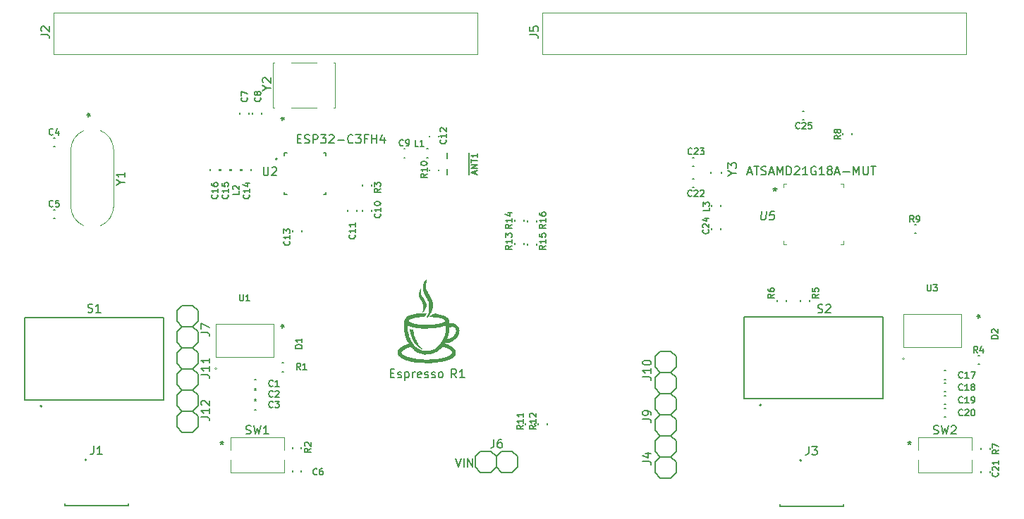
<source format=gbr>
%TF.GenerationSoftware,KiCad,Pcbnew,(7.0.0-0)*%
%TF.CreationDate,2023-04-08T13:25:50-06:00*%
%TF.ProjectId,Custom-Microcontroller-Project,43757374-6f6d-42d4-9d69-63726f636f6e,1*%
%TF.SameCoordinates,Original*%
%TF.FileFunction,Legend,Top*%
%TF.FilePolarity,Positive*%
%FSLAX46Y46*%
G04 Gerber Fmt 4.6, Leading zero omitted, Abs format (unit mm)*
G04 Created by KiCad (PCBNEW (7.0.0-0)) date 2023-04-08 13:25:50*
%MOMM*%
%LPD*%
G01*
G04 APERTURE LIST*
%ADD10C,0.203200*%
%ADD11C,0.152400*%
%ADD12C,0.177800*%
%ADD13C,0.150000*%
%ADD14C,0.127000*%
%ADD15C,0.200000*%
%ADD16C,0.120000*%
%ADD17C,0.100000*%
G04 APERTURE END LIST*
D10*
X119621904Y-79510708D02*
X119960571Y-79510708D01*
X120105714Y-80042899D02*
X119621904Y-80042899D01*
X119621904Y-80042899D02*
X119621904Y-79026899D01*
X119621904Y-79026899D02*
X120105714Y-79026899D01*
X120492761Y-79994518D02*
X120637904Y-80042899D01*
X120637904Y-80042899D02*
X120879809Y-80042899D01*
X120879809Y-80042899D02*
X120976571Y-79994518D01*
X120976571Y-79994518D02*
X121024952Y-79946137D01*
X121024952Y-79946137D02*
X121073333Y-79849375D01*
X121073333Y-79849375D02*
X121073333Y-79752613D01*
X121073333Y-79752613D02*
X121024952Y-79655851D01*
X121024952Y-79655851D02*
X120976571Y-79607470D01*
X120976571Y-79607470D02*
X120879809Y-79559089D01*
X120879809Y-79559089D02*
X120686285Y-79510708D01*
X120686285Y-79510708D02*
X120589523Y-79462327D01*
X120589523Y-79462327D02*
X120541142Y-79413946D01*
X120541142Y-79413946D02*
X120492761Y-79317184D01*
X120492761Y-79317184D02*
X120492761Y-79220422D01*
X120492761Y-79220422D02*
X120541142Y-79123660D01*
X120541142Y-79123660D02*
X120589523Y-79075280D01*
X120589523Y-79075280D02*
X120686285Y-79026899D01*
X120686285Y-79026899D02*
X120928190Y-79026899D01*
X120928190Y-79026899D02*
X121073333Y-79075280D01*
X121508761Y-80042899D02*
X121508761Y-79026899D01*
X121508761Y-79026899D02*
X121895809Y-79026899D01*
X121895809Y-79026899D02*
X121992571Y-79075280D01*
X121992571Y-79075280D02*
X122040952Y-79123660D01*
X122040952Y-79123660D02*
X122089333Y-79220422D01*
X122089333Y-79220422D02*
X122089333Y-79365565D01*
X122089333Y-79365565D02*
X122040952Y-79462327D01*
X122040952Y-79462327D02*
X121992571Y-79510708D01*
X121992571Y-79510708D02*
X121895809Y-79559089D01*
X121895809Y-79559089D02*
X121508761Y-79559089D01*
X122427999Y-79026899D02*
X123056952Y-79026899D01*
X123056952Y-79026899D02*
X122718285Y-79413946D01*
X122718285Y-79413946D02*
X122863428Y-79413946D01*
X122863428Y-79413946D02*
X122960190Y-79462327D01*
X122960190Y-79462327D02*
X123008571Y-79510708D01*
X123008571Y-79510708D02*
X123056952Y-79607470D01*
X123056952Y-79607470D02*
X123056952Y-79849375D01*
X123056952Y-79849375D02*
X123008571Y-79946137D01*
X123008571Y-79946137D02*
X122960190Y-79994518D01*
X122960190Y-79994518D02*
X122863428Y-80042899D01*
X122863428Y-80042899D02*
X122573142Y-80042899D01*
X122573142Y-80042899D02*
X122476380Y-79994518D01*
X122476380Y-79994518D02*
X122427999Y-79946137D01*
X123443999Y-79123660D02*
X123492380Y-79075280D01*
X123492380Y-79075280D02*
X123589142Y-79026899D01*
X123589142Y-79026899D02*
X123831047Y-79026899D01*
X123831047Y-79026899D02*
X123927809Y-79075280D01*
X123927809Y-79075280D02*
X123976190Y-79123660D01*
X123976190Y-79123660D02*
X124024571Y-79220422D01*
X124024571Y-79220422D02*
X124024571Y-79317184D01*
X124024571Y-79317184D02*
X123976190Y-79462327D01*
X123976190Y-79462327D02*
X123395618Y-80042899D01*
X123395618Y-80042899D02*
X124024571Y-80042899D01*
X124459999Y-79655851D02*
X125234095Y-79655851D01*
X126298476Y-79946137D02*
X126250095Y-79994518D01*
X126250095Y-79994518D02*
X126104952Y-80042899D01*
X126104952Y-80042899D02*
X126008190Y-80042899D01*
X126008190Y-80042899D02*
X125863047Y-79994518D01*
X125863047Y-79994518D02*
X125766285Y-79897756D01*
X125766285Y-79897756D02*
X125717904Y-79800994D01*
X125717904Y-79800994D02*
X125669523Y-79607470D01*
X125669523Y-79607470D02*
X125669523Y-79462327D01*
X125669523Y-79462327D02*
X125717904Y-79268803D01*
X125717904Y-79268803D02*
X125766285Y-79172041D01*
X125766285Y-79172041D02*
X125863047Y-79075280D01*
X125863047Y-79075280D02*
X126008190Y-79026899D01*
X126008190Y-79026899D02*
X126104952Y-79026899D01*
X126104952Y-79026899D02*
X126250095Y-79075280D01*
X126250095Y-79075280D02*
X126298476Y-79123660D01*
X126637142Y-79026899D02*
X127266095Y-79026899D01*
X127266095Y-79026899D02*
X126927428Y-79413946D01*
X126927428Y-79413946D02*
X127072571Y-79413946D01*
X127072571Y-79413946D02*
X127169333Y-79462327D01*
X127169333Y-79462327D02*
X127217714Y-79510708D01*
X127217714Y-79510708D02*
X127266095Y-79607470D01*
X127266095Y-79607470D02*
X127266095Y-79849375D01*
X127266095Y-79849375D02*
X127217714Y-79946137D01*
X127217714Y-79946137D02*
X127169333Y-79994518D01*
X127169333Y-79994518D02*
X127072571Y-80042899D01*
X127072571Y-80042899D02*
X126782285Y-80042899D01*
X126782285Y-80042899D02*
X126685523Y-79994518D01*
X126685523Y-79994518D02*
X126637142Y-79946137D01*
X128040190Y-79510708D02*
X127701523Y-79510708D01*
X127701523Y-80042899D02*
X127701523Y-79026899D01*
X127701523Y-79026899D02*
X128185333Y-79026899D01*
X128572380Y-80042899D02*
X128572380Y-79026899D01*
X128572380Y-79510708D02*
X129152952Y-79510708D01*
X129152952Y-80042899D02*
X129152952Y-79026899D01*
X130072190Y-79365565D02*
X130072190Y-80042899D01*
X129830285Y-78978518D02*
X129588380Y-79704232D01*
X129588380Y-79704232D02*
X130217333Y-79704232D01*
X130803869Y-107704708D02*
X131142536Y-107704708D01*
X131287679Y-108236899D02*
X130803869Y-108236899D01*
X130803869Y-108236899D02*
X130803869Y-107220899D01*
X130803869Y-107220899D02*
X131287679Y-107220899D01*
X131674726Y-108188518D02*
X131771488Y-108236899D01*
X131771488Y-108236899D02*
X131965012Y-108236899D01*
X131965012Y-108236899D02*
X132061774Y-108188518D01*
X132061774Y-108188518D02*
X132110155Y-108091756D01*
X132110155Y-108091756D02*
X132110155Y-108043375D01*
X132110155Y-108043375D02*
X132061774Y-107946613D01*
X132061774Y-107946613D02*
X131965012Y-107898232D01*
X131965012Y-107898232D02*
X131819869Y-107898232D01*
X131819869Y-107898232D02*
X131723107Y-107849851D01*
X131723107Y-107849851D02*
X131674726Y-107753089D01*
X131674726Y-107753089D02*
X131674726Y-107704708D01*
X131674726Y-107704708D02*
X131723107Y-107607946D01*
X131723107Y-107607946D02*
X131819869Y-107559565D01*
X131819869Y-107559565D02*
X131965012Y-107559565D01*
X131965012Y-107559565D02*
X132061774Y-107607946D01*
X132545583Y-107559565D02*
X132545583Y-108575565D01*
X132545583Y-107607946D02*
X132642345Y-107559565D01*
X132642345Y-107559565D02*
X132835869Y-107559565D01*
X132835869Y-107559565D02*
X132932631Y-107607946D01*
X132932631Y-107607946D02*
X132981012Y-107656327D01*
X132981012Y-107656327D02*
X133029393Y-107753089D01*
X133029393Y-107753089D02*
X133029393Y-108043375D01*
X133029393Y-108043375D02*
X132981012Y-108140137D01*
X132981012Y-108140137D02*
X132932631Y-108188518D01*
X132932631Y-108188518D02*
X132835869Y-108236899D01*
X132835869Y-108236899D02*
X132642345Y-108236899D01*
X132642345Y-108236899D02*
X132545583Y-108188518D01*
X133464821Y-108236899D02*
X133464821Y-107559565D01*
X133464821Y-107753089D02*
X133513202Y-107656327D01*
X133513202Y-107656327D02*
X133561583Y-107607946D01*
X133561583Y-107607946D02*
X133658345Y-107559565D01*
X133658345Y-107559565D02*
X133755107Y-107559565D01*
X134480821Y-108188518D02*
X134384059Y-108236899D01*
X134384059Y-108236899D02*
X134190535Y-108236899D01*
X134190535Y-108236899D02*
X134093773Y-108188518D01*
X134093773Y-108188518D02*
X134045392Y-108091756D01*
X134045392Y-108091756D02*
X134045392Y-107704708D01*
X134045392Y-107704708D02*
X134093773Y-107607946D01*
X134093773Y-107607946D02*
X134190535Y-107559565D01*
X134190535Y-107559565D02*
X134384059Y-107559565D01*
X134384059Y-107559565D02*
X134480821Y-107607946D01*
X134480821Y-107607946D02*
X134529202Y-107704708D01*
X134529202Y-107704708D02*
X134529202Y-107801470D01*
X134529202Y-107801470D02*
X134045392Y-107898232D01*
X134916249Y-108188518D02*
X135013011Y-108236899D01*
X135013011Y-108236899D02*
X135206535Y-108236899D01*
X135206535Y-108236899D02*
X135303297Y-108188518D01*
X135303297Y-108188518D02*
X135351678Y-108091756D01*
X135351678Y-108091756D02*
X135351678Y-108043375D01*
X135351678Y-108043375D02*
X135303297Y-107946613D01*
X135303297Y-107946613D02*
X135206535Y-107898232D01*
X135206535Y-107898232D02*
X135061392Y-107898232D01*
X135061392Y-107898232D02*
X134964630Y-107849851D01*
X134964630Y-107849851D02*
X134916249Y-107753089D01*
X134916249Y-107753089D02*
X134916249Y-107704708D01*
X134916249Y-107704708D02*
X134964630Y-107607946D01*
X134964630Y-107607946D02*
X135061392Y-107559565D01*
X135061392Y-107559565D02*
X135206535Y-107559565D01*
X135206535Y-107559565D02*
X135303297Y-107607946D01*
X135738725Y-108188518D02*
X135835487Y-108236899D01*
X135835487Y-108236899D02*
X136029011Y-108236899D01*
X136029011Y-108236899D02*
X136125773Y-108188518D01*
X136125773Y-108188518D02*
X136174154Y-108091756D01*
X136174154Y-108091756D02*
X136174154Y-108043375D01*
X136174154Y-108043375D02*
X136125773Y-107946613D01*
X136125773Y-107946613D02*
X136029011Y-107898232D01*
X136029011Y-107898232D02*
X135883868Y-107898232D01*
X135883868Y-107898232D02*
X135787106Y-107849851D01*
X135787106Y-107849851D02*
X135738725Y-107753089D01*
X135738725Y-107753089D02*
X135738725Y-107704708D01*
X135738725Y-107704708D02*
X135787106Y-107607946D01*
X135787106Y-107607946D02*
X135883868Y-107559565D01*
X135883868Y-107559565D02*
X136029011Y-107559565D01*
X136029011Y-107559565D02*
X136125773Y-107607946D01*
X136754725Y-108236899D02*
X136657963Y-108188518D01*
X136657963Y-108188518D02*
X136609582Y-108140137D01*
X136609582Y-108140137D02*
X136561201Y-108043375D01*
X136561201Y-108043375D02*
X136561201Y-107753089D01*
X136561201Y-107753089D02*
X136609582Y-107656327D01*
X136609582Y-107656327D02*
X136657963Y-107607946D01*
X136657963Y-107607946D02*
X136754725Y-107559565D01*
X136754725Y-107559565D02*
X136899868Y-107559565D01*
X136899868Y-107559565D02*
X136996630Y-107607946D01*
X136996630Y-107607946D02*
X137045011Y-107656327D01*
X137045011Y-107656327D02*
X137093392Y-107753089D01*
X137093392Y-107753089D02*
X137093392Y-108043375D01*
X137093392Y-108043375D02*
X137045011Y-108140137D01*
X137045011Y-108140137D02*
X136996630Y-108188518D01*
X136996630Y-108188518D02*
X136899868Y-108236899D01*
X136899868Y-108236899D02*
X136754725Y-108236899D01*
X138718992Y-108236899D02*
X138380325Y-107753089D01*
X138138420Y-108236899D02*
X138138420Y-107220899D01*
X138138420Y-107220899D02*
X138525468Y-107220899D01*
X138525468Y-107220899D02*
X138622230Y-107269280D01*
X138622230Y-107269280D02*
X138670611Y-107317660D01*
X138670611Y-107317660D02*
X138718992Y-107414422D01*
X138718992Y-107414422D02*
X138718992Y-107559565D01*
X138718992Y-107559565D02*
X138670611Y-107656327D01*
X138670611Y-107656327D02*
X138622230Y-107704708D01*
X138622230Y-107704708D02*
X138525468Y-107753089D01*
X138525468Y-107753089D02*
X138138420Y-107753089D01*
X139686611Y-108236899D02*
X139106039Y-108236899D01*
X139396325Y-108236899D02*
X139396325Y-107220899D01*
X139396325Y-107220899D02*
X139299563Y-107366041D01*
X139299563Y-107366041D02*
X139202801Y-107462803D01*
X139202801Y-107462803D02*
X139106039Y-107511184D01*
X173675523Y-83562613D02*
X174159333Y-83562613D01*
X173578761Y-83852899D02*
X173917428Y-82836899D01*
X173917428Y-82836899D02*
X174256095Y-83852899D01*
X174449618Y-82836899D02*
X175030190Y-82836899D01*
X174739904Y-83852899D02*
X174739904Y-82836899D01*
X175320475Y-83804518D02*
X175465618Y-83852899D01*
X175465618Y-83852899D02*
X175707523Y-83852899D01*
X175707523Y-83852899D02*
X175804285Y-83804518D01*
X175804285Y-83804518D02*
X175852666Y-83756137D01*
X175852666Y-83756137D02*
X175901047Y-83659375D01*
X175901047Y-83659375D02*
X175901047Y-83562613D01*
X175901047Y-83562613D02*
X175852666Y-83465851D01*
X175852666Y-83465851D02*
X175804285Y-83417470D01*
X175804285Y-83417470D02*
X175707523Y-83369089D01*
X175707523Y-83369089D02*
X175513999Y-83320708D01*
X175513999Y-83320708D02*
X175417237Y-83272327D01*
X175417237Y-83272327D02*
X175368856Y-83223946D01*
X175368856Y-83223946D02*
X175320475Y-83127184D01*
X175320475Y-83127184D02*
X175320475Y-83030422D01*
X175320475Y-83030422D02*
X175368856Y-82933660D01*
X175368856Y-82933660D02*
X175417237Y-82885280D01*
X175417237Y-82885280D02*
X175513999Y-82836899D01*
X175513999Y-82836899D02*
X175755904Y-82836899D01*
X175755904Y-82836899D02*
X175901047Y-82885280D01*
X176288094Y-83562613D02*
X176771904Y-83562613D01*
X176191332Y-83852899D02*
X176529999Y-82836899D01*
X176529999Y-82836899D02*
X176868666Y-83852899D01*
X177207332Y-83852899D02*
X177207332Y-82836899D01*
X177207332Y-82836899D02*
X177545999Y-83562613D01*
X177545999Y-83562613D02*
X177884666Y-82836899D01*
X177884666Y-82836899D02*
X177884666Y-83852899D01*
X178368475Y-83852899D02*
X178368475Y-82836899D01*
X178368475Y-82836899D02*
X178610380Y-82836899D01*
X178610380Y-82836899D02*
X178755523Y-82885280D01*
X178755523Y-82885280D02*
X178852285Y-82982041D01*
X178852285Y-82982041D02*
X178900666Y-83078803D01*
X178900666Y-83078803D02*
X178949047Y-83272327D01*
X178949047Y-83272327D02*
X178949047Y-83417470D01*
X178949047Y-83417470D02*
X178900666Y-83610994D01*
X178900666Y-83610994D02*
X178852285Y-83707756D01*
X178852285Y-83707756D02*
X178755523Y-83804518D01*
X178755523Y-83804518D02*
X178610380Y-83852899D01*
X178610380Y-83852899D02*
X178368475Y-83852899D01*
X179336094Y-82933660D02*
X179384475Y-82885280D01*
X179384475Y-82885280D02*
X179481237Y-82836899D01*
X179481237Y-82836899D02*
X179723142Y-82836899D01*
X179723142Y-82836899D02*
X179819904Y-82885280D01*
X179819904Y-82885280D02*
X179868285Y-82933660D01*
X179868285Y-82933660D02*
X179916666Y-83030422D01*
X179916666Y-83030422D02*
X179916666Y-83127184D01*
X179916666Y-83127184D02*
X179868285Y-83272327D01*
X179868285Y-83272327D02*
X179287713Y-83852899D01*
X179287713Y-83852899D02*
X179916666Y-83852899D01*
X180884285Y-83852899D02*
X180303713Y-83852899D01*
X180593999Y-83852899D02*
X180593999Y-82836899D01*
X180593999Y-82836899D02*
X180497237Y-82982041D01*
X180497237Y-82982041D02*
X180400475Y-83078803D01*
X180400475Y-83078803D02*
X180303713Y-83127184D01*
X181851904Y-82885280D02*
X181755142Y-82836899D01*
X181755142Y-82836899D02*
X181609999Y-82836899D01*
X181609999Y-82836899D02*
X181464856Y-82885280D01*
X181464856Y-82885280D02*
X181368094Y-82982041D01*
X181368094Y-82982041D02*
X181319713Y-83078803D01*
X181319713Y-83078803D02*
X181271332Y-83272327D01*
X181271332Y-83272327D02*
X181271332Y-83417470D01*
X181271332Y-83417470D02*
X181319713Y-83610994D01*
X181319713Y-83610994D02*
X181368094Y-83707756D01*
X181368094Y-83707756D02*
X181464856Y-83804518D01*
X181464856Y-83804518D02*
X181609999Y-83852899D01*
X181609999Y-83852899D02*
X181706761Y-83852899D01*
X181706761Y-83852899D02*
X181851904Y-83804518D01*
X181851904Y-83804518D02*
X181900285Y-83756137D01*
X181900285Y-83756137D02*
X181900285Y-83417470D01*
X181900285Y-83417470D02*
X181706761Y-83417470D01*
X182867904Y-83852899D02*
X182287332Y-83852899D01*
X182577618Y-83852899D02*
X182577618Y-82836899D01*
X182577618Y-82836899D02*
X182480856Y-82982041D01*
X182480856Y-82982041D02*
X182384094Y-83078803D01*
X182384094Y-83078803D02*
X182287332Y-83127184D01*
X183448475Y-83272327D02*
X183351713Y-83223946D01*
X183351713Y-83223946D02*
X183303332Y-83175565D01*
X183303332Y-83175565D02*
X183254951Y-83078803D01*
X183254951Y-83078803D02*
X183254951Y-83030422D01*
X183254951Y-83030422D02*
X183303332Y-82933660D01*
X183303332Y-82933660D02*
X183351713Y-82885280D01*
X183351713Y-82885280D02*
X183448475Y-82836899D01*
X183448475Y-82836899D02*
X183641999Y-82836899D01*
X183641999Y-82836899D02*
X183738761Y-82885280D01*
X183738761Y-82885280D02*
X183787142Y-82933660D01*
X183787142Y-82933660D02*
X183835523Y-83030422D01*
X183835523Y-83030422D02*
X183835523Y-83078803D01*
X183835523Y-83078803D02*
X183787142Y-83175565D01*
X183787142Y-83175565D02*
X183738761Y-83223946D01*
X183738761Y-83223946D02*
X183641999Y-83272327D01*
X183641999Y-83272327D02*
X183448475Y-83272327D01*
X183448475Y-83272327D02*
X183351713Y-83320708D01*
X183351713Y-83320708D02*
X183303332Y-83369089D01*
X183303332Y-83369089D02*
X183254951Y-83465851D01*
X183254951Y-83465851D02*
X183254951Y-83659375D01*
X183254951Y-83659375D02*
X183303332Y-83756137D01*
X183303332Y-83756137D02*
X183351713Y-83804518D01*
X183351713Y-83804518D02*
X183448475Y-83852899D01*
X183448475Y-83852899D02*
X183641999Y-83852899D01*
X183641999Y-83852899D02*
X183738761Y-83804518D01*
X183738761Y-83804518D02*
X183787142Y-83756137D01*
X183787142Y-83756137D02*
X183835523Y-83659375D01*
X183835523Y-83659375D02*
X183835523Y-83465851D01*
X183835523Y-83465851D02*
X183787142Y-83369089D01*
X183787142Y-83369089D02*
X183738761Y-83320708D01*
X183738761Y-83320708D02*
X183641999Y-83272327D01*
X184222570Y-83562613D02*
X184706380Y-83562613D01*
X184125808Y-83852899D02*
X184464475Y-82836899D01*
X184464475Y-82836899D02*
X184803142Y-83852899D01*
X185141808Y-83465851D02*
X185915904Y-83465851D01*
X186399713Y-83852899D02*
X186399713Y-82836899D01*
X186399713Y-82836899D02*
X186738380Y-83562613D01*
X186738380Y-83562613D02*
X187077047Y-82836899D01*
X187077047Y-82836899D02*
X187077047Y-83852899D01*
X187560856Y-82836899D02*
X187560856Y-83659375D01*
X187560856Y-83659375D02*
X187609237Y-83756137D01*
X187609237Y-83756137D02*
X187657618Y-83804518D01*
X187657618Y-83804518D02*
X187754380Y-83852899D01*
X187754380Y-83852899D02*
X187947904Y-83852899D01*
X187947904Y-83852899D02*
X188044666Y-83804518D01*
X188044666Y-83804518D02*
X188093047Y-83756137D01*
X188093047Y-83756137D02*
X188141428Y-83659375D01*
X188141428Y-83659375D02*
X188141428Y-82836899D01*
X188480094Y-82836899D02*
X189060666Y-82836899D01*
X188770380Y-83852899D02*
X188770380Y-82836899D01*
D11*
%TO.C,R7*%
X203852060Y-116932774D02*
X203489203Y-117186774D01*
X203852060Y-117368203D02*
X203090060Y-117368203D01*
X203090060Y-117368203D02*
X203090060Y-117077917D01*
X203090060Y-117077917D02*
X203126346Y-117005346D01*
X203126346Y-117005346D02*
X203162631Y-116969060D01*
X203162631Y-116969060D02*
X203235203Y-116932774D01*
X203235203Y-116932774D02*
X203344060Y-116932774D01*
X203344060Y-116932774D02*
X203416631Y-116969060D01*
X203416631Y-116969060D02*
X203452917Y-117005346D01*
X203452917Y-117005346D02*
X203489203Y-117077917D01*
X203489203Y-117077917D02*
X203489203Y-117368203D01*
X203090060Y-116678774D02*
X203090060Y-116170774D01*
X203090060Y-116170774D02*
X203852060Y-116497346D01*
D12*
%TO.C,J1*%
X95165333Y-116446559D02*
X95165333Y-117172273D01*
X95165333Y-117172273D02*
X95116952Y-117317416D01*
X95116952Y-117317416D02*
X95020190Y-117414178D01*
X95020190Y-117414178D02*
X94875047Y-117462559D01*
X94875047Y-117462559D02*
X94778285Y-117462559D01*
X96181333Y-117462559D02*
X95600761Y-117462559D01*
X95891047Y-117462559D02*
X95891047Y-116446559D01*
X95891047Y-116446559D02*
X95794285Y-116591701D01*
X95794285Y-116591701D02*
X95697523Y-116688463D01*
X95697523Y-116688463D02*
X95600761Y-116736844D01*
%TO.C,J10*%
X161076620Y-108135309D02*
X161802334Y-108135309D01*
X161802334Y-108135309D02*
X161947477Y-108183690D01*
X161947477Y-108183690D02*
X162044239Y-108280452D01*
X162044239Y-108280452D02*
X162092620Y-108425595D01*
X162092620Y-108425595D02*
X162092620Y-108522357D01*
X162092620Y-107119309D02*
X162092620Y-107699881D01*
X162092620Y-107409595D02*
X161076620Y-107409595D01*
X161076620Y-107409595D02*
X161221762Y-107506357D01*
X161221762Y-107506357D02*
X161318524Y-107603119D01*
X161318524Y-107603119D02*
X161366905Y-107699881D01*
X161076620Y-106490357D02*
X161076620Y-106393595D01*
X161076620Y-106393595D02*
X161125001Y-106296833D01*
X161125001Y-106296833D02*
X161173381Y-106248452D01*
X161173381Y-106248452D02*
X161270143Y-106200071D01*
X161270143Y-106200071D02*
X161463667Y-106151690D01*
X161463667Y-106151690D02*
X161705572Y-106151690D01*
X161705572Y-106151690D02*
X161899096Y-106200071D01*
X161899096Y-106200071D02*
X161995858Y-106248452D01*
X161995858Y-106248452D02*
X162044239Y-106296833D01*
X162044239Y-106296833D02*
X162092620Y-106393595D01*
X162092620Y-106393595D02*
X162092620Y-106490357D01*
X162092620Y-106490357D02*
X162044239Y-106587119D01*
X162044239Y-106587119D02*
X161995858Y-106635500D01*
X161995858Y-106635500D02*
X161899096Y-106683881D01*
X161899096Y-106683881D02*
X161705572Y-106732262D01*
X161705572Y-106732262D02*
X161463667Y-106732262D01*
X161463667Y-106732262D02*
X161270143Y-106683881D01*
X161270143Y-106683881D02*
X161173381Y-106635500D01*
X161173381Y-106635500D02*
X161125001Y-106587119D01*
X161125001Y-106587119D02*
X161076620Y-106490357D01*
D11*
%TO.C,R5*%
X182206174Y-98189142D02*
X181843317Y-98443142D01*
X182206174Y-98624571D02*
X181444174Y-98624571D01*
X181444174Y-98624571D02*
X181444174Y-98334285D01*
X181444174Y-98334285D02*
X181480460Y-98261714D01*
X181480460Y-98261714D02*
X181516745Y-98225428D01*
X181516745Y-98225428D02*
X181589317Y-98189142D01*
X181589317Y-98189142D02*
X181698174Y-98189142D01*
X181698174Y-98189142D02*
X181770745Y-98225428D01*
X181770745Y-98225428D02*
X181807031Y-98261714D01*
X181807031Y-98261714D02*
X181843317Y-98334285D01*
X181843317Y-98334285D02*
X181843317Y-98624571D01*
X181444174Y-97499714D02*
X181444174Y-97862571D01*
X181444174Y-97862571D02*
X181807031Y-97898857D01*
X181807031Y-97898857D02*
X181770745Y-97862571D01*
X181770745Y-97862571D02*
X181734460Y-97790000D01*
X181734460Y-97790000D02*
X181734460Y-97608571D01*
X181734460Y-97608571D02*
X181770745Y-97536000D01*
X181770745Y-97536000D02*
X181807031Y-97499714D01*
X181807031Y-97499714D02*
X181879602Y-97463428D01*
X181879602Y-97463428D02*
X182061031Y-97463428D01*
X182061031Y-97463428D02*
X182133602Y-97499714D01*
X182133602Y-97499714D02*
X182169888Y-97536000D01*
X182169888Y-97536000D02*
X182206174Y-97608571D01*
X182206174Y-97608571D02*
X182206174Y-97790000D01*
X182206174Y-97790000D02*
X182169888Y-97862571D01*
X182169888Y-97862571D02*
X182133602Y-97898857D01*
%TO.C,C11*%
X126507602Y-91077142D02*
X126543888Y-91113428D01*
X126543888Y-91113428D02*
X126580174Y-91222285D01*
X126580174Y-91222285D02*
X126580174Y-91294857D01*
X126580174Y-91294857D02*
X126543888Y-91403714D01*
X126543888Y-91403714D02*
X126471317Y-91476285D01*
X126471317Y-91476285D02*
X126398745Y-91512571D01*
X126398745Y-91512571D02*
X126253602Y-91548857D01*
X126253602Y-91548857D02*
X126144745Y-91548857D01*
X126144745Y-91548857D02*
X125999602Y-91512571D01*
X125999602Y-91512571D02*
X125927031Y-91476285D01*
X125927031Y-91476285D02*
X125854460Y-91403714D01*
X125854460Y-91403714D02*
X125818174Y-91294857D01*
X125818174Y-91294857D02*
X125818174Y-91222285D01*
X125818174Y-91222285D02*
X125854460Y-91113428D01*
X125854460Y-91113428D02*
X125890745Y-91077142D01*
X126580174Y-90351428D02*
X126580174Y-90786857D01*
X126580174Y-90569142D02*
X125818174Y-90569142D01*
X125818174Y-90569142D02*
X125927031Y-90641714D01*
X125927031Y-90641714D02*
X125999602Y-90714285D01*
X125999602Y-90714285D02*
X126035888Y-90786857D01*
X126580174Y-89625714D02*
X126580174Y-90061143D01*
X126580174Y-89843428D02*
X125818174Y-89843428D01*
X125818174Y-89843428D02*
X125927031Y-89916000D01*
X125927031Y-89916000D02*
X125999602Y-89988571D01*
X125999602Y-89988571D02*
X126035888Y-90061143D01*
%TO.C,C21*%
X203723602Y-119663782D02*
X203759888Y-119700068D01*
X203759888Y-119700068D02*
X203796174Y-119808925D01*
X203796174Y-119808925D02*
X203796174Y-119881497D01*
X203796174Y-119881497D02*
X203759888Y-119990354D01*
X203759888Y-119990354D02*
X203687317Y-120062925D01*
X203687317Y-120062925D02*
X203614745Y-120099211D01*
X203614745Y-120099211D02*
X203469602Y-120135497D01*
X203469602Y-120135497D02*
X203360745Y-120135497D01*
X203360745Y-120135497D02*
X203215602Y-120099211D01*
X203215602Y-120099211D02*
X203143031Y-120062925D01*
X203143031Y-120062925D02*
X203070460Y-119990354D01*
X203070460Y-119990354D02*
X203034174Y-119881497D01*
X203034174Y-119881497D02*
X203034174Y-119808925D01*
X203034174Y-119808925D02*
X203070460Y-119700068D01*
X203070460Y-119700068D02*
X203106745Y-119663782D01*
X203106745Y-119373497D02*
X203070460Y-119337211D01*
X203070460Y-119337211D02*
X203034174Y-119264640D01*
X203034174Y-119264640D02*
X203034174Y-119083211D01*
X203034174Y-119083211D02*
X203070460Y-119010640D01*
X203070460Y-119010640D02*
X203106745Y-118974354D01*
X203106745Y-118974354D02*
X203179317Y-118938068D01*
X203179317Y-118938068D02*
X203251888Y-118938068D01*
X203251888Y-118938068D02*
X203360745Y-118974354D01*
X203360745Y-118974354D02*
X203796174Y-119409782D01*
X203796174Y-119409782D02*
X203796174Y-118938068D01*
X203796174Y-118212354D02*
X203796174Y-118647783D01*
X203796174Y-118430068D02*
X203034174Y-118430068D01*
X203034174Y-118430068D02*
X203143031Y-118502640D01*
X203143031Y-118502640D02*
X203215602Y-118575211D01*
X203215602Y-118575211D02*
X203251888Y-118647783D01*
D12*
%TO.C,J7*%
X108067146Y-102796339D02*
X108792860Y-102796339D01*
X108792860Y-102796339D02*
X108938003Y-102844720D01*
X108938003Y-102844720D02*
X109034765Y-102941482D01*
X109034765Y-102941482D02*
X109083146Y-103086625D01*
X109083146Y-103086625D02*
X109083146Y-103183387D01*
X108067146Y-102409292D02*
X108067146Y-101731958D01*
X108067146Y-101731958D02*
X109083146Y-102167387D01*
%TO.C,S1*%
X94473904Y-100336842D02*
X94619047Y-100385223D01*
X94619047Y-100385223D02*
X94860952Y-100385223D01*
X94860952Y-100385223D02*
X94957714Y-100336842D01*
X94957714Y-100336842D02*
X95006095Y-100288461D01*
X95006095Y-100288461D02*
X95054476Y-100191699D01*
X95054476Y-100191699D02*
X95054476Y-100094937D01*
X95054476Y-100094937D02*
X95006095Y-99998175D01*
X95006095Y-99998175D02*
X94957714Y-99949794D01*
X94957714Y-99949794D02*
X94860952Y-99901413D01*
X94860952Y-99901413D02*
X94667428Y-99853032D01*
X94667428Y-99853032D02*
X94570666Y-99804651D01*
X94570666Y-99804651D02*
X94522285Y-99756270D01*
X94522285Y-99756270D02*
X94473904Y-99659508D01*
X94473904Y-99659508D02*
X94473904Y-99562746D01*
X94473904Y-99562746D02*
X94522285Y-99465984D01*
X94522285Y-99465984D02*
X94570666Y-99417604D01*
X94570666Y-99417604D02*
X94667428Y-99369223D01*
X94667428Y-99369223D02*
X94909333Y-99369223D01*
X94909333Y-99369223D02*
X95054476Y-99417604D01*
X96022095Y-100385223D02*
X95441523Y-100385223D01*
X95731809Y-100385223D02*
X95731809Y-99369223D01*
X95731809Y-99369223D02*
X95635047Y-99514365D01*
X95635047Y-99514365D02*
X95538285Y-99611127D01*
X95538285Y-99611127D02*
X95441523Y-99659508D01*
D11*
%TO.C,L3*%
X169099660Y-87795346D02*
X169099660Y-88158203D01*
X169099660Y-88158203D02*
X168337660Y-88158203D01*
X168337660Y-87613917D02*
X168337660Y-87142203D01*
X168337660Y-87142203D02*
X168627946Y-87396203D01*
X168627946Y-87396203D02*
X168627946Y-87287346D01*
X168627946Y-87287346D02*
X168664231Y-87214775D01*
X168664231Y-87214775D02*
X168700517Y-87178489D01*
X168700517Y-87178489D02*
X168773088Y-87142203D01*
X168773088Y-87142203D02*
X168954517Y-87142203D01*
X168954517Y-87142203D02*
X169027088Y-87178489D01*
X169027088Y-87178489D02*
X169063374Y-87214775D01*
X169063374Y-87214775D02*
X169099660Y-87287346D01*
X169099660Y-87287346D02*
X169099660Y-87505060D01*
X169099660Y-87505060D02*
X169063374Y-87577632D01*
X169063374Y-87577632D02*
X169027088Y-87613917D01*
%TO.C,C14*%
X113807602Y-86251142D02*
X113843888Y-86287428D01*
X113843888Y-86287428D02*
X113880174Y-86396285D01*
X113880174Y-86396285D02*
X113880174Y-86468857D01*
X113880174Y-86468857D02*
X113843888Y-86577714D01*
X113843888Y-86577714D02*
X113771317Y-86650285D01*
X113771317Y-86650285D02*
X113698745Y-86686571D01*
X113698745Y-86686571D02*
X113553602Y-86722857D01*
X113553602Y-86722857D02*
X113444745Y-86722857D01*
X113444745Y-86722857D02*
X113299602Y-86686571D01*
X113299602Y-86686571D02*
X113227031Y-86650285D01*
X113227031Y-86650285D02*
X113154460Y-86577714D01*
X113154460Y-86577714D02*
X113118174Y-86468857D01*
X113118174Y-86468857D02*
X113118174Y-86396285D01*
X113118174Y-86396285D02*
X113154460Y-86287428D01*
X113154460Y-86287428D02*
X113190745Y-86251142D01*
X113880174Y-85525428D02*
X113880174Y-85960857D01*
X113880174Y-85743142D02*
X113118174Y-85743142D01*
X113118174Y-85743142D02*
X113227031Y-85815714D01*
X113227031Y-85815714D02*
X113299602Y-85888285D01*
X113299602Y-85888285D02*
X113335888Y-85960857D01*
X113372174Y-84872286D02*
X113880174Y-84872286D01*
X113081888Y-85053714D02*
X113626174Y-85235143D01*
X113626174Y-85235143D02*
X113626174Y-84763428D01*
%TO.C,C1*%
X116694857Y-109235602D02*
X116658571Y-109271888D01*
X116658571Y-109271888D02*
X116549714Y-109308174D01*
X116549714Y-109308174D02*
X116477142Y-109308174D01*
X116477142Y-109308174D02*
X116368285Y-109271888D01*
X116368285Y-109271888D02*
X116295714Y-109199317D01*
X116295714Y-109199317D02*
X116259428Y-109126745D01*
X116259428Y-109126745D02*
X116223142Y-108981602D01*
X116223142Y-108981602D02*
X116223142Y-108872745D01*
X116223142Y-108872745D02*
X116259428Y-108727602D01*
X116259428Y-108727602D02*
X116295714Y-108655031D01*
X116295714Y-108655031D02*
X116368285Y-108582460D01*
X116368285Y-108582460D02*
X116477142Y-108546174D01*
X116477142Y-108546174D02*
X116549714Y-108546174D01*
X116549714Y-108546174D02*
X116658571Y-108582460D01*
X116658571Y-108582460D02*
X116694857Y-108618745D01*
X117420571Y-109308174D02*
X116985142Y-109308174D01*
X117202857Y-109308174D02*
X117202857Y-108546174D01*
X117202857Y-108546174D02*
X117130285Y-108655031D01*
X117130285Y-108655031D02*
X117057714Y-108727602D01*
X117057714Y-108727602D02*
X116985142Y-108763888D01*
D12*
%TO.C,Y3*%
X171847449Y-83625212D02*
X172331259Y-83625212D01*
X171315259Y-83963879D02*
X171847449Y-83625212D01*
X171847449Y-83625212D02*
X171315259Y-83286545D01*
X171315259Y-83044641D02*
X171315259Y-82415688D01*
X171315259Y-82415688D02*
X171702306Y-82754355D01*
X171702306Y-82754355D02*
X171702306Y-82609212D01*
X171702306Y-82609212D02*
X171750687Y-82512450D01*
X171750687Y-82512450D02*
X171799068Y-82464069D01*
X171799068Y-82464069D02*
X171895830Y-82415688D01*
X171895830Y-82415688D02*
X172137735Y-82415688D01*
X172137735Y-82415688D02*
X172234497Y-82464069D01*
X172234497Y-82464069D02*
X172282878Y-82512450D01*
X172282878Y-82512450D02*
X172331259Y-82609212D01*
X172331259Y-82609212D02*
X172331259Y-82899498D01*
X172331259Y-82899498D02*
X172282878Y-82996260D01*
X172282878Y-82996260D02*
X172234497Y-83044641D01*
%TO.C,S2*%
X182105904Y-100400878D02*
X182251047Y-100449259D01*
X182251047Y-100449259D02*
X182492952Y-100449259D01*
X182492952Y-100449259D02*
X182589714Y-100400878D01*
X182589714Y-100400878D02*
X182638095Y-100352497D01*
X182638095Y-100352497D02*
X182686476Y-100255735D01*
X182686476Y-100255735D02*
X182686476Y-100158973D01*
X182686476Y-100158973D02*
X182638095Y-100062211D01*
X182638095Y-100062211D02*
X182589714Y-100013830D01*
X182589714Y-100013830D02*
X182492952Y-99965449D01*
X182492952Y-99965449D02*
X182299428Y-99917068D01*
X182299428Y-99917068D02*
X182202666Y-99868687D01*
X182202666Y-99868687D02*
X182154285Y-99820306D01*
X182154285Y-99820306D02*
X182105904Y-99723544D01*
X182105904Y-99723544D02*
X182105904Y-99626782D01*
X182105904Y-99626782D02*
X182154285Y-99530020D01*
X182154285Y-99530020D02*
X182202666Y-99481640D01*
X182202666Y-99481640D02*
X182299428Y-99433259D01*
X182299428Y-99433259D02*
X182541333Y-99433259D01*
X182541333Y-99433259D02*
X182686476Y-99481640D01*
X183073523Y-99530020D02*
X183121904Y-99481640D01*
X183121904Y-99481640D02*
X183218666Y-99433259D01*
X183218666Y-99433259D02*
X183460571Y-99433259D01*
X183460571Y-99433259D02*
X183557333Y-99481640D01*
X183557333Y-99481640D02*
X183605714Y-99530020D01*
X183605714Y-99530020D02*
X183654095Y-99626782D01*
X183654095Y-99626782D02*
X183654095Y-99723544D01*
X183654095Y-99723544D02*
X183605714Y-99868687D01*
X183605714Y-99868687D02*
X183025142Y-100449259D01*
X183025142Y-100449259D02*
X183654095Y-100449259D01*
D11*
%TO.C,U1*%
X112703428Y-98235044D02*
X112703428Y-98851901D01*
X112703428Y-98851901D02*
X112739714Y-98924472D01*
X112739714Y-98924472D02*
X112776000Y-98960758D01*
X112776000Y-98960758D02*
X112848571Y-98997044D01*
X112848571Y-98997044D02*
X112993714Y-98997044D01*
X112993714Y-98997044D02*
X113066285Y-98960758D01*
X113066285Y-98960758D02*
X113102571Y-98924472D01*
X113102571Y-98924472D02*
X113138857Y-98851901D01*
X113138857Y-98851901D02*
X113138857Y-98235044D01*
X113900857Y-98997044D02*
X113465428Y-98997044D01*
X113683143Y-98997044D02*
X113683143Y-98235044D01*
X113683143Y-98235044D02*
X113610571Y-98343901D01*
X113610571Y-98343901D02*
X113538000Y-98416472D01*
X113538000Y-98416472D02*
X113465428Y-98452758D01*
D12*
%TO.C,J9*%
X161076620Y-113215309D02*
X161802334Y-113215309D01*
X161802334Y-113215309D02*
X161947477Y-113263690D01*
X161947477Y-113263690D02*
X162044239Y-113360452D01*
X162044239Y-113360452D02*
X162092620Y-113505595D01*
X162092620Y-113505595D02*
X162092620Y-113602357D01*
X162092620Y-112683119D02*
X162092620Y-112489595D01*
X162092620Y-112489595D02*
X162044239Y-112392833D01*
X162044239Y-112392833D02*
X161995858Y-112344452D01*
X161995858Y-112344452D02*
X161850715Y-112247690D01*
X161850715Y-112247690D02*
X161657191Y-112199309D01*
X161657191Y-112199309D02*
X161270143Y-112199309D01*
X161270143Y-112199309D02*
X161173381Y-112247690D01*
X161173381Y-112247690D02*
X161125001Y-112296071D01*
X161125001Y-112296071D02*
X161076620Y-112392833D01*
X161076620Y-112392833D02*
X161076620Y-112586357D01*
X161076620Y-112586357D02*
X161125001Y-112683119D01*
X161125001Y-112683119D02*
X161173381Y-112731500D01*
X161173381Y-112731500D02*
X161270143Y-112779881D01*
X161270143Y-112779881D02*
X161512048Y-112779881D01*
X161512048Y-112779881D02*
X161608810Y-112731500D01*
X161608810Y-112731500D02*
X161657191Y-112683119D01*
X161657191Y-112683119D02*
X161705572Y-112586357D01*
X161705572Y-112586357D02*
X161705572Y-112392833D01*
X161705572Y-112392833D02*
X161657191Y-112296071D01*
X161657191Y-112296071D02*
X161608810Y-112247690D01*
X161608810Y-112247690D02*
X161512048Y-112199309D01*
D11*
%TO.C,R15*%
X149440174Y-92347142D02*
X149077317Y-92601142D01*
X149440174Y-92782571D02*
X148678174Y-92782571D01*
X148678174Y-92782571D02*
X148678174Y-92492285D01*
X148678174Y-92492285D02*
X148714460Y-92419714D01*
X148714460Y-92419714D02*
X148750745Y-92383428D01*
X148750745Y-92383428D02*
X148823317Y-92347142D01*
X148823317Y-92347142D02*
X148932174Y-92347142D01*
X148932174Y-92347142D02*
X149004745Y-92383428D01*
X149004745Y-92383428D02*
X149041031Y-92419714D01*
X149041031Y-92419714D02*
X149077317Y-92492285D01*
X149077317Y-92492285D02*
X149077317Y-92782571D01*
X149440174Y-91621428D02*
X149440174Y-92056857D01*
X149440174Y-91839142D02*
X148678174Y-91839142D01*
X148678174Y-91839142D02*
X148787031Y-91911714D01*
X148787031Y-91911714D02*
X148859602Y-91984285D01*
X148859602Y-91984285D02*
X148895888Y-92056857D01*
X148678174Y-90932000D02*
X148678174Y-91294857D01*
X148678174Y-91294857D02*
X149041031Y-91331143D01*
X149041031Y-91331143D02*
X149004745Y-91294857D01*
X149004745Y-91294857D02*
X148968460Y-91222286D01*
X148968460Y-91222286D02*
X148968460Y-91040857D01*
X148968460Y-91040857D02*
X149004745Y-90968286D01*
X149004745Y-90968286D02*
X149041031Y-90932000D01*
X149041031Y-90932000D02*
X149113602Y-90895714D01*
X149113602Y-90895714D02*
X149295031Y-90895714D01*
X149295031Y-90895714D02*
X149367602Y-90932000D01*
X149367602Y-90932000D02*
X149403888Y-90968286D01*
X149403888Y-90968286D02*
X149440174Y-91040857D01*
X149440174Y-91040857D02*
X149440174Y-91222286D01*
X149440174Y-91222286D02*
X149403888Y-91294857D01*
X149403888Y-91294857D02*
X149367602Y-91331143D01*
%TO.C,C24*%
X168971202Y-90453782D02*
X169007488Y-90490068D01*
X169007488Y-90490068D02*
X169043774Y-90598925D01*
X169043774Y-90598925D02*
X169043774Y-90671497D01*
X169043774Y-90671497D02*
X169007488Y-90780354D01*
X169007488Y-90780354D02*
X168934917Y-90852925D01*
X168934917Y-90852925D02*
X168862345Y-90889211D01*
X168862345Y-90889211D02*
X168717202Y-90925497D01*
X168717202Y-90925497D02*
X168608345Y-90925497D01*
X168608345Y-90925497D02*
X168463202Y-90889211D01*
X168463202Y-90889211D02*
X168390631Y-90852925D01*
X168390631Y-90852925D02*
X168318060Y-90780354D01*
X168318060Y-90780354D02*
X168281774Y-90671497D01*
X168281774Y-90671497D02*
X168281774Y-90598925D01*
X168281774Y-90598925D02*
X168318060Y-90490068D01*
X168318060Y-90490068D02*
X168354345Y-90453782D01*
X168354345Y-90163497D02*
X168318060Y-90127211D01*
X168318060Y-90127211D02*
X168281774Y-90054640D01*
X168281774Y-90054640D02*
X168281774Y-89873211D01*
X168281774Y-89873211D02*
X168318060Y-89800640D01*
X168318060Y-89800640D02*
X168354345Y-89764354D01*
X168354345Y-89764354D02*
X168426917Y-89728068D01*
X168426917Y-89728068D02*
X168499488Y-89728068D01*
X168499488Y-89728068D02*
X168608345Y-89764354D01*
X168608345Y-89764354D02*
X169043774Y-90199782D01*
X169043774Y-90199782D02*
X169043774Y-89728068D01*
X168535774Y-89074926D02*
X169043774Y-89074926D01*
X168245488Y-89256354D02*
X168789774Y-89437783D01*
X168789774Y-89437783D02*
X168789774Y-88966068D01*
%TO.C,C8*%
X115153802Y-74567142D02*
X115190088Y-74603428D01*
X115190088Y-74603428D02*
X115226374Y-74712285D01*
X115226374Y-74712285D02*
X115226374Y-74784857D01*
X115226374Y-74784857D02*
X115190088Y-74893714D01*
X115190088Y-74893714D02*
X115117517Y-74966285D01*
X115117517Y-74966285D02*
X115044945Y-75002571D01*
X115044945Y-75002571D02*
X114899802Y-75038857D01*
X114899802Y-75038857D02*
X114790945Y-75038857D01*
X114790945Y-75038857D02*
X114645802Y-75002571D01*
X114645802Y-75002571D02*
X114573231Y-74966285D01*
X114573231Y-74966285D02*
X114500660Y-74893714D01*
X114500660Y-74893714D02*
X114464374Y-74784857D01*
X114464374Y-74784857D02*
X114464374Y-74712285D01*
X114464374Y-74712285D02*
X114500660Y-74603428D01*
X114500660Y-74603428D02*
X114536945Y-74567142D01*
X114790945Y-74131714D02*
X114754660Y-74204285D01*
X114754660Y-74204285D02*
X114718374Y-74240571D01*
X114718374Y-74240571D02*
X114645802Y-74276857D01*
X114645802Y-74276857D02*
X114609517Y-74276857D01*
X114609517Y-74276857D02*
X114536945Y-74240571D01*
X114536945Y-74240571D02*
X114500660Y-74204285D01*
X114500660Y-74204285D02*
X114464374Y-74131714D01*
X114464374Y-74131714D02*
X114464374Y-73986571D01*
X114464374Y-73986571D02*
X114500660Y-73914000D01*
X114500660Y-73914000D02*
X114536945Y-73877714D01*
X114536945Y-73877714D02*
X114609517Y-73841428D01*
X114609517Y-73841428D02*
X114645802Y-73841428D01*
X114645802Y-73841428D02*
X114718374Y-73877714D01*
X114718374Y-73877714D02*
X114754660Y-73914000D01*
X114754660Y-73914000D02*
X114790945Y-73986571D01*
X114790945Y-73986571D02*
X114790945Y-74131714D01*
X114790945Y-74131714D02*
X114827231Y-74204285D01*
X114827231Y-74204285D02*
X114863517Y-74240571D01*
X114863517Y-74240571D02*
X114936088Y-74276857D01*
X114936088Y-74276857D02*
X115081231Y-74276857D01*
X115081231Y-74276857D02*
X115153802Y-74240571D01*
X115153802Y-74240571D02*
X115190088Y-74204285D01*
X115190088Y-74204285D02*
X115226374Y-74131714D01*
X115226374Y-74131714D02*
X115226374Y-73986571D01*
X115226374Y-73986571D02*
X115190088Y-73914000D01*
X115190088Y-73914000D02*
X115153802Y-73877714D01*
X115153802Y-73877714D02*
X115081231Y-73841428D01*
X115081231Y-73841428D02*
X114936088Y-73841428D01*
X114936088Y-73841428D02*
X114863517Y-73877714D01*
X114863517Y-73877714D02*
X114827231Y-73914000D01*
X114827231Y-73914000D02*
X114790945Y-73986571D01*
%TO.C,R2*%
X121246174Y-116731142D02*
X120883317Y-116985142D01*
X121246174Y-117166571D02*
X120484174Y-117166571D01*
X120484174Y-117166571D02*
X120484174Y-116876285D01*
X120484174Y-116876285D02*
X120520460Y-116803714D01*
X120520460Y-116803714D02*
X120556745Y-116767428D01*
X120556745Y-116767428D02*
X120629317Y-116731142D01*
X120629317Y-116731142D02*
X120738174Y-116731142D01*
X120738174Y-116731142D02*
X120810745Y-116767428D01*
X120810745Y-116767428D02*
X120847031Y-116803714D01*
X120847031Y-116803714D02*
X120883317Y-116876285D01*
X120883317Y-116876285D02*
X120883317Y-117166571D01*
X120556745Y-116440857D02*
X120520460Y-116404571D01*
X120520460Y-116404571D02*
X120484174Y-116332000D01*
X120484174Y-116332000D02*
X120484174Y-116150571D01*
X120484174Y-116150571D02*
X120520460Y-116078000D01*
X120520460Y-116078000D02*
X120556745Y-116041714D01*
X120556745Y-116041714D02*
X120629317Y-116005428D01*
X120629317Y-116005428D02*
X120701888Y-116005428D01*
X120701888Y-116005428D02*
X120810745Y-116041714D01*
X120810745Y-116041714D02*
X121246174Y-116477142D01*
X121246174Y-116477142D02*
X121246174Y-116005428D01*
%TO.C,C7*%
X113563002Y-74567142D02*
X113599288Y-74603428D01*
X113599288Y-74603428D02*
X113635574Y-74712285D01*
X113635574Y-74712285D02*
X113635574Y-74784857D01*
X113635574Y-74784857D02*
X113599288Y-74893714D01*
X113599288Y-74893714D02*
X113526717Y-74966285D01*
X113526717Y-74966285D02*
X113454145Y-75002571D01*
X113454145Y-75002571D02*
X113309002Y-75038857D01*
X113309002Y-75038857D02*
X113200145Y-75038857D01*
X113200145Y-75038857D02*
X113055002Y-75002571D01*
X113055002Y-75002571D02*
X112982431Y-74966285D01*
X112982431Y-74966285D02*
X112909860Y-74893714D01*
X112909860Y-74893714D02*
X112873574Y-74784857D01*
X112873574Y-74784857D02*
X112873574Y-74712285D01*
X112873574Y-74712285D02*
X112909860Y-74603428D01*
X112909860Y-74603428D02*
X112946145Y-74567142D01*
X112873574Y-74313142D02*
X112873574Y-73805142D01*
X112873574Y-73805142D02*
X113635574Y-74131714D01*
%TO.C,R11*%
X146747660Y-113973674D02*
X146384803Y-114227674D01*
X146747660Y-114409103D02*
X145985660Y-114409103D01*
X145985660Y-114409103D02*
X145985660Y-114118817D01*
X145985660Y-114118817D02*
X146021946Y-114046246D01*
X146021946Y-114046246D02*
X146058231Y-114009960D01*
X146058231Y-114009960D02*
X146130803Y-113973674D01*
X146130803Y-113973674D02*
X146239660Y-113973674D01*
X146239660Y-113973674D02*
X146312231Y-114009960D01*
X146312231Y-114009960D02*
X146348517Y-114046246D01*
X146348517Y-114046246D02*
X146384803Y-114118817D01*
X146384803Y-114118817D02*
X146384803Y-114409103D01*
X146747660Y-113247960D02*
X146747660Y-113683389D01*
X146747660Y-113465674D02*
X145985660Y-113465674D01*
X145985660Y-113465674D02*
X146094517Y-113538246D01*
X146094517Y-113538246D02*
X146167088Y-113610817D01*
X146167088Y-113610817D02*
X146203374Y-113683389D01*
X146747660Y-112522246D02*
X146747660Y-112957675D01*
X146747660Y-112739960D02*
X145985660Y-112739960D01*
X145985660Y-112739960D02*
X146094517Y-112812532D01*
X146094517Y-112812532D02*
X146167088Y-112885103D01*
X146167088Y-112885103D02*
X146203374Y-112957675D01*
%TO.C,C2*%
X116694857Y-110505602D02*
X116658571Y-110541888D01*
X116658571Y-110541888D02*
X116549714Y-110578174D01*
X116549714Y-110578174D02*
X116477142Y-110578174D01*
X116477142Y-110578174D02*
X116368285Y-110541888D01*
X116368285Y-110541888D02*
X116295714Y-110469317D01*
X116295714Y-110469317D02*
X116259428Y-110396745D01*
X116259428Y-110396745D02*
X116223142Y-110251602D01*
X116223142Y-110251602D02*
X116223142Y-110142745D01*
X116223142Y-110142745D02*
X116259428Y-109997602D01*
X116259428Y-109997602D02*
X116295714Y-109925031D01*
X116295714Y-109925031D02*
X116368285Y-109852460D01*
X116368285Y-109852460D02*
X116477142Y-109816174D01*
X116477142Y-109816174D02*
X116549714Y-109816174D01*
X116549714Y-109816174D02*
X116658571Y-109852460D01*
X116658571Y-109852460D02*
X116694857Y-109888745D01*
X116985142Y-109888745D02*
X117021428Y-109852460D01*
X117021428Y-109852460D02*
X117094000Y-109816174D01*
X117094000Y-109816174D02*
X117275428Y-109816174D01*
X117275428Y-109816174D02*
X117348000Y-109852460D01*
X117348000Y-109852460D02*
X117384285Y-109888745D01*
X117384285Y-109888745D02*
X117420571Y-109961317D01*
X117420571Y-109961317D02*
X117420571Y-110033888D01*
X117420571Y-110033888D02*
X117384285Y-110142745D01*
X117384285Y-110142745D02*
X116948857Y-110578174D01*
X116948857Y-110578174D02*
X117420571Y-110578174D01*
D12*
%TO.C,SW2*%
X195995869Y-114971462D02*
X196141012Y-115019843D01*
X196141012Y-115019843D02*
X196382917Y-115019843D01*
X196382917Y-115019843D02*
X196479679Y-114971462D01*
X196479679Y-114971462D02*
X196528060Y-114923081D01*
X196528060Y-114923081D02*
X196576441Y-114826319D01*
X196576441Y-114826319D02*
X196576441Y-114729557D01*
X196576441Y-114729557D02*
X196528060Y-114632795D01*
X196528060Y-114632795D02*
X196479679Y-114584414D01*
X196479679Y-114584414D02*
X196382917Y-114536033D01*
X196382917Y-114536033D02*
X196189393Y-114487652D01*
X196189393Y-114487652D02*
X196092631Y-114439271D01*
X196092631Y-114439271D02*
X196044250Y-114390890D01*
X196044250Y-114390890D02*
X195995869Y-114294128D01*
X195995869Y-114294128D02*
X195995869Y-114197366D01*
X195995869Y-114197366D02*
X196044250Y-114100604D01*
X196044250Y-114100604D02*
X196092631Y-114052224D01*
X196092631Y-114052224D02*
X196189393Y-114003843D01*
X196189393Y-114003843D02*
X196431298Y-114003843D01*
X196431298Y-114003843D02*
X196576441Y-114052224D01*
X196915107Y-114003843D02*
X197157012Y-115019843D01*
X197157012Y-115019843D02*
X197350536Y-114294128D01*
X197350536Y-114294128D02*
X197544060Y-115019843D01*
X197544060Y-115019843D02*
X197785965Y-114003843D01*
X198124631Y-114100604D02*
X198173012Y-114052224D01*
X198173012Y-114052224D02*
X198269774Y-114003843D01*
X198269774Y-114003843D02*
X198511679Y-114003843D01*
X198511679Y-114003843D02*
X198608441Y-114052224D01*
X198608441Y-114052224D02*
X198656822Y-114100604D01*
X198656822Y-114100604D02*
X198705203Y-114197366D01*
X198705203Y-114197366D02*
X198705203Y-114294128D01*
X198705203Y-114294128D02*
X198656822Y-114439271D01*
X198656822Y-114439271D02*
X198076250Y-115019843D01*
X198076250Y-115019843D02*
X198705203Y-115019843D01*
D13*
X193106240Y-115845904D02*
X193106240Y-116084000D01*
X192868145Y-115988762D02*
X193106240Y-116084000D01*
X193106240Y-116084000D02*
X193344335Y-115988762D01*
X192963383Y-116274476D02*
X193106240Y-116084000D01*
X193106240Y-116084000D02*
X193249097Y-116274476D01*
D11*
%TO.C,R13*%
X145376174Y-92347142D02*
X145013317Y-92601142D01*
X145376174Y-92782571D02*
X144614174Y-92782571D01*
X144614174Y-92782571D02*
X144614174Y-92492285D01*
X144614174Y-92492285D02*
X144650460Y-92419714D01*
X144650460Y-92419714D02*
X144686745Y-92383428D01*
X144686745Y-92383428D02*
X144759317Y-92347142D01*
X144759317Y-92347142D02*
X144868174Y-92347142D01*
X144868174Y-92347142D02*
X144940745Y-92383428D01*
X144940745Y-92383428D02*
X144977031Y-92419714D01*
X144977031Y-92419714D02*
X145013317Y-92492285D01*
X145013317Y-92492285D02*
X145013317Y-92782571D01*
X145376174Y-91621428D02*
X145376174Y-92056857D01*
X145376174Y-91839142D02*
X144614174Y-91839142D01*
X144614174Y-91839142D02*
X144723031Y-91911714D01*
X144723031Y-91911714D02*
X144795602Y-91984285D01*
X144795602Y-91984285D02*
X144831888Y-92056857D01*
X144614174Y-91367428D02*
X144614174Y-90895714D01*
X144614174Y-90895714D02*
X144904460Y-91149714D01*
X144904460Y-91149714D02*
X144904460Y-91040857D01*
X144904460Y-91040857D02*
X144940745Y-90968286D01*
X144940745Y-90968286D02*
X144977031Y-90932000D01*
X144977031Y-90932000D02*
X145049602Y-90895714D01*
X145049602Y-90895714D02*
X145231031Y-90895714D01*
X145231031Y-90895714D02*
X145303602Y-90932000D01*
X145303602Y-90932000D02*
X145339888Y-90968286D01*
X145339888Y-90968286D02*
X145376174Y-91040857D01*
X145376174Y-91040857D02*
X145376174Y-91258571D01*
X145376174Y-91258571D02*
X145339888Y-91331143D01*
X145339888Y-91331143D02*
X145303602Y-91367428D01*
%TO.C,C5*%
X90292617Y-87615002D02*
X90256331Y-87651288D01*
X90256331Y-87651288D02*
X90147474Y-87687574D01*
X90147474Y-87687574D02*
X90074902Y-87687574D01*
X90074902Y-87687574D02*
X89966045Y-87651288D01*
X89966045Y-87651288D02*
X89893474Y-87578717D01*
X89893474Y-87578717D02*
X89857188Y-87506145D01*
X89857188Y-87506145D02*
X89820902Y-87361002D01*
X89820902Y-87361002D02*
X89820902Y-87252145D01*
X89820902Y-87252145D02*
X89857188Y-87107002D01*
X89857188Y-87107002D02*
X89893474Y-87034431D01*
X89893474Y-87034431D02*
X89966045Y-86961860D01*
X89966045Y-86961860D02*
X90074902Y-86925574D01*
X90074902Y-86925574D02*
X90147474Y-86925574D01*
X90147474Y-86925574D02*
X90256331Y-86961860D01*
X90256331Y-86961860D02*
X90292617Y-86998145D01*
X90982045Y-86925574D02*
X90619188Y-86925574D01*
X90619188Y-86925574D02*
X90582902Y-87288431D01*
X90582902Y-87288431D02*
X90619188Y-87252145D01*
X90619188Y-87252145D02*
X90691760Y-87215860D01*
X90691760Y-87215860D02*
X90873188Y-87215860D01*
X90873188Y-87215860D02*
X90945760Y-87252145D01*
X90945760Y-87252145D02*
X90982045Y-87288431D01*
X90982045Y-87288431D02*
X91018331Y-87361002D01*
X91018331Y-87361002D02*
X91018331Y-87542431D01*
X91018331Y-87542431D02*
X90982045Y-87615002D01*
X90982045Y-87615002D02*
X90945760Y-87651288D01*
X90945760Y-87651288D02*
X90873188Y-87687574D01*
X90873188Y-87687574D02*
X90691760Y-87687574D01*
X90691760Y-87687574D02*
X90619188Y-87651288D01*
X90619188Y-87651288D02*
X90582902Y-87615002D01*
%TO.C,C6*%
X121972971Y-119853310D02*
X121936685Y-119889596D01*
X121936685Y-119889596D02*
X121827828Y-119925882D01*
X121827828Y-119925882D02*
X121755256Y-119925882D01*
X121755256Y-119925882D02*
X121646399Y-119889596D01*
X121646399Y-119889596D02*
X121573828Y-119817025D01*
X121573828Y-119817025D02*
X121537542Y-119744453D01*
X121537542Y-119744453D02*
X121501256Y-119599310D01*
X121501256Y-119599310D02*
X121501256Y-119490453D01*
X121501256Y-119490453D02*
X121537542Y-119345310D01*
X121537542Y-119345310D02*
X121573828Y-119272739D01*
X121573828Y-119272739D02*
X121646399Y-119200168D01*
X121646399Y-119200168D02*
X121755256Y-119163882D01*
X121755256Y-119163882D02*
X121827828Y-119163882D01*
X121827828Y-119163882D02*
X121936685Y-119200168D01*
X121936685Y-119200168D02*
X121972971Y-119236453D01*
X122626114Y-119163882D02*
X122480971Y-119163882D01*
X122480971Y-119163882D02*
X122408399Y-119200168D01*
X122408399Y-119200168D02*
X122372114Y-119236453D01*
X122372114Y-119236453D02*
X122299542Y-119345310D01*
X122299542Y-119345310D02*
X122263256Y-119490453D01*
X122263256Y-119490453D02*
X122263256Y-119780739D01*
X122263256Y-119780739D02*
X122299542Y-119853310D01*
X122299542Y-119853310D02*
X122335828Y-119889596D01*
X122335828Y-119889596D02*
X122408399Y-119925882D01*
X122408399Y-119925882D02*
X122553542Y-119925882D01*
X122553542Y-119925882D02*
X122626114Y-119889596D01*
X122626114Y-119889596D02*
X122662399Y-119853310D01*
X122662399Y-119853310D02*
X122698685Y-119780739D01*
X122698685Y-119780739D02*
X122698685Y-119599310D01*
X122698685Y-119599310D02*
X122662399Y-119526739D01*
X122662399Y-119526739D02*
X122626114Y-119490453D01*
X122626114Y-119490453D02*
X122553542Y-119454168D01*
X122553542Y-119454168D02*
X122408399Y-119454168D01*
X122408399Y-119454168D02*
X122335828Y-119490453D01*
X122335828Y-119490453D02*
X122299542Y-119526739D01*
X122299542Y-119526739D02*
X122263256Y-119599310D01*
%TO.C,C23*%
X167000617Y-81341202D02*
X166964331Y-81377488D01*
X166964331Y-81377488D02*
X166855474Y-81413774D01*
X166855474Y-81413774D02*
X166782902Y-81413774D01*
X166782902Y-81413774D02*
X166674045Y-81377488D01*
X166674045Y-81377488D02*
X166601474Y-81304917D01*
X166601474Y-81304917D02*
X166565188Y-81232345D01*
X166565188Y-81232345D02*
X166528902Y-81087202D01*
X166528902Y-81087202D02*
X166528902Y-80978345D01*
X166528902Y-80978345D02*
X166565188Y-80833202D01*
X166565188Y-80833202D02*
X166601474Y-80760631D01*
X166601474Y-80760631D02*
X166674045Y-80688060D01*
X166674045Y-80688060D02*
X166782902Y-80651774D01*
X166782902Y-80651774D02*
X166855474Y-80651774D01*
X166855474Y-80651774D02*
X166964331Y-80688060D01*
X166964331Y-80688060D02*
X167000617Y-80724345D01*
X167290902Y-80724345D02*
X167327188Y-80688060D01*
X167327188Y-80688060D02*
X167399760Y-80651774D01*
X167399760Y-80651774D02*
X167581188Y-80651774D01*
X167581188Y-80651774D02*
X167653760Y-80688060D01*
X167653760Y-80688060D02*
X167690045Y-80724345D01*
X167690045Y-80724345D02*
X167726331Y-80796917D01*
X167726331Y-80796917D02*
X167726331Y-80869488D01*
X167726331Y-80869488D02*
X167690045Y-80978345D01*
X167690045Y-80978345D02*
X167254617Y-81413774D01*
X167254617Y-81413774D02*
X167726331Y-81413774D01*
X167980331Y-80651774D02*
X168452045Y-80651774D01*
X168452045Y-80651774D02*
X168198045Y-80942060D01*
X168198045Y-80942060D02*
X168306902Y-80942060D01*
X168306902Y-80942060D02*
X168379474Y-80978345D01*
X168379474Y-80978345D02*
X168415759Y-81014631D01*
X168415759Y-81014631D02*
X168452045Y-81087202D01*
X168452045Y-81087202D02*
X168452045Y-81268631D01*
X168452045Y-81268631D02*
X168415759Y-81341202D01*
X168415759Y-81341202D02*
X168379474Y-81377488D01*
X168379474Y-81377488D02*
X168306902Y-81413774D01*
X168306902Y-81413774D02*
X168089188Y-81413774D01*
X168089188Y-81413774D02*
X168016616Y-81377488D01*
X168016616Y-81377488D02*
X167980331Y-81341202D01*
%TO.C,C10*%
X129555602Y-88537142D02*
X129591888Y-88573428D01*
X129591888Y-88573428D02*
X129628174Y-88682285D01*
X129628174Y-88682285D02*
X129628174Y-88754857D01*
X129628174Y-88754857D02*
X129591888Y-88863714D01*
X129591888Y-88863714D02*
X129519317Y-88936285D01*
X129519317Y-88936285D02*
X129446745Y-88972571D01*
X129446745Y-88972571D02*
X129301602Y-89008857D01*
X129301602Y-89008857D02*
X129192745Y-89008857D01*
X129192745Y-89008857D02*
X129047602Y-88972571D01*
X129047602Y-88972571D02*
X128975031Y-88936285D01*
X128975031Y-88936285D02*
X128902460Y-88863714D01*
X128902460Y-88863714D02*
X128866174Y-88754857D01*
X128866174Y-88754857D02*
X128866174Y-88682285D01*
X128866174Y-88682285D02*
X128902460Y-88573428D01*
X128902460Y-88573428D02*
X128938745Y-88537142D01*
X129628174Y-87811428D02*
X129628174Y-88246857D01*
X129628174Y-88029142D02*
X128866174Y-88029142D01*
X128866174Y-88029142D02*
X128975031Y-88101714D01*
X128975031Y-88101714D02*
X129047602Y-88174285D01*
X129047602Y-88174285D02*
X129083888Y-88246857D01*
X128866174Y-87339714D02*
X128866174Y-87267143D01*
X128866174Y-87267143D02*
X128902460Y-87194571D01*
X128902460Y-87194571D02*
X128938745Y-87158286D01*
X128938745Y-87158286D02*
X129011317Y-87122000D01*
X129011317Y-87122000D02*
X129156460Y-87085714D01*
X129156460Y-87085714D02*
X129337888Y-87085714D01*
X129337888Y-87085714D02*
X129483031Y-87122000D01*
X129483031Y-87122000D02*
X129555602Y-87158286D01*
X129555602Y-87158286D02*
X129591888Y-87194571D01*
X129591888Y-87194571D02*
X129628174Y-87267143D01*
X129628174Y-87267143D02*
X129628174Y-87339714D01*
X129628174Y-87339714D02*
X129591888Y-87412286D01*
X129591888Y-87412286D02*
X129555602Y-87448571D01*
X129555602Y-87448571D02*
X129483031Y-87484857D01*
X129483031Y-87484857D02*
X129337888Y-87521143D01*
X129337888Y-87521143D02*
X129156460Y-87521143D01*
X129156460Y-87521143D02*
X129011317Y-87484857D01*
X129011317Y-87484857D02*
X128938745Y-87448571D01*
X128938745Y-87448571D02*
X128902460Y-87412286D01*
X128902460Y-87412286D02*
X128866174Y-87339714D01*
%TO.C,C22*%
X166986857Y-86375602D02*
X166950571Y-86411888D01*
X166950571Y-86411888D02*
X166841714Y-86448174D01*
X166841714Y-86448174D02*
X166769142Y-86448174D01*
X166769142Y-86448174D02*
X166660285Y-86411888D01*
X166660285Y-86411888D02*
X166587714Y-86339317D01*
X166587714Y-86339317D02*
X166551428Y-86266745D01*
X166551428Y-86266745D02*
X166515142Y-86121602D01*
X166515142Y-86121602D02*
X166515142Y-86012745D01*
X166515142Y-86012745D02*
X166551428Y-85867602D01*
X166551428Y-85867602D02*
X166587714Y-85795031D01*
X166587714Y-85795031D02*
X166660285Y-85722460D01*
X166660285Y-85722460D02*
X166769142Y-85686174D01*
X166769142Y-85686174D02*
X166841714Y-85686174D01*
X166841714Y-85686174D02*
X166950571Y-85722460D01*
X166950571Y-85722460D02*
X166986857Y-85758745D01*
X167277142Y-85758745D02*
X167313428Y-85722460D01*
X167313428Y-85722460D02*
X167386000Y-85686174D01*
X167386000Y-85686174D02*
X167567428Y-85686174D01*
X167567428Y-85686174D02*
X167640000Y-85722460D01*
X167640000Y-85722460D02*
X167676285Y-85758745D01*
X167676285Y-85758745D02*
X167712571Y-85831317D01*
X167712571Y-85831317D02*
X167712571Y-85903888D01*
X167712571Y-85903888D02*
X167676285Y-86012745D01*
X167676285Y-86012745D02*
X167240857Y-86448174D01*
X167240857Y-86448174D02*
X167712571Y-86448174D01*
X168002856Y-85758745D02*
X168039142Y-85722460D01*
X168039142Y-85722460D02*
X168111714Y-85686174D01*
X168111714Y-85686174D02*
X168293142Y-85686174D01*
X168293142Y-85686174D02*
X168365714Y-85722460D01*
X168365714Y-85722460D02*
X168401999Y-85758745D01*
X168401999Y-85758745D02*
X168438285Y-85831317D01*
X168438285Y-85831317D02*
X168438285Y-85903888D01*
X168438285Y-85903888D02*
X168401999Y-86012745D01*
X168401999Y-86012745D02*
X167966571Y-86448174D01*
X167966571Y-86448174D02*
X168438285Y-86448174D01*
%TO.C,ANT1*%
X141032230Y-83762339D02*
X141032230Y-83399482D01*
X141249944Y-83834910D02*
X140487944Y-83580910D01*
X140487944Y-83580910D02*
X141249944Y-83326910D01*
X141249944Y-83072910D02*
X140487944Y-83072910D01*
X140487944Y-83072910D02*
X141249944Y-82637481D01*
X141249944Y-82637481D02*
X140487944Y-82637481D01*
X140487944Y-82383481D02*
X140487944Y-81948053D01*
X141249944Y-82165767D02*
X140487944Y-82165767D01*
X141249944Y-81294910D02*
X141249944Y-81730339D01*
X141249944Y-81512624D02*
X140487944Y-81512624D01*
X140487944Y-81512624D02*
X140596801Y-81585196D01*
X140596801Y-81585196D02*
X140669372Y-81657767D01*
X140669372Y-81657767D02*
X140705658Y-81730339D01*
D12*
%TO.C,Y2*%
X115967449Y-73381809D02*
X116451259Y-73381809D01*
X115435259Y-73720476D02*
X115967449Y-73381809D01*
X115967449Y-73381809D02*
X115435259Y-73043142D01*
X115532020Y-72752857D02*
X115483640Y-72704476D01*
X115483640Y-72704476D02*
X115435259Y-72607714D01*
X115435259Y-72607714D02*
X115435259Y-72365809D01*
X115435259Y-72365809D02*
X115483640Y-72269047D01*
X115483640Y-72269047D02*
X115532020Y-72220666D01*
X115532020Y-72220666D02*
X115628782Y-72172285D01*
X115628782Y-72172285D02*
X115725544Y-72172285D01*
X115725544Y-72172285D02*
X115870687Y-72220666D01*
X115870687Y-72220666D02*
X116451259Y-72801238D01*
X116451259Y-72801238D02*
X116451259Y-72172285D01*
D13*
X117614797Y-77086560D02*
X117852893Y-77086560D01*
X117757655Y-77324655D02*
X117852893Y-77086560D01*
X117852893Y-77086560D02*
X117757655Y-76848465D01*
X118043369Y-77229417D02*
X117852893Y-77086560D01*
X117852893Y-77086560D02*
X118043369Y-76943703D01*
D12*
%TO.C,U2*%
X115557904Y-82923259D02*
X115557904Y-83745735D01*
X115557904Y-83745735D02*
X115606285Y-83842497D01*
X115606285Y-83842497D02*
X115654666Y-83890878D01*
X115654666Y-83890878D02*
X115751428Y-83939259D01*
X115751428Y-83939259D02*
X115944952Y-83939259D01*
X115944952Y-83939259D02*
X116041714Y-83890878D01*
X116041714Y-83890878D02*
X116090095Y-83842497D01*
X116090095Y-83842497D02*
X116138476Y-83745735D01*
X116138476Y-83745735D02*
X116138476Y-82923259D01*
X116573904Y-83020020D02*
X116622285Y-82971640D01*
X116622285Y-82971640D02*
X116719047Y-82923259D01*
X116719047Y-82923259D02*
X116960952Y-82923259D01*
X116960952Y-82923259D02*
X117057714Y-82971640D01*
X117057714Y-82971640D02*
X117106095Y-83020020D01*
X117106095Y-83020020D02*
X117154476Y-83116782D01*
X117154476Y-83116782D02*
X117154476Y-83213544D01*
X117154476Y-83213544D02*
X117106095Y-83358687D01*
X117106095Y-83358687D02*
X116525523Y-83939259D01*
X116525523Y-83939259D02*
X117154476Y-83939259D01*
%TO.C,U5*%
X175380952Y-88257259D02*
X175278142Y-89079735D01*
X175278142Y-89079735D02*
X175314428Y-89176497D01*
X175314428Y-89176497D02*
X175356761Y-89224878D01*
X175356761Y-89224878D02*
X175447476Y-89273259D01*
X175447476Y-89273259D02*
X175641000Y-89273259D01*
X175641000Y-89273259D02*
X175743809Y-89224878D01*
X175743809Y-89224878D02*
X175798238Y-89176497D01*
X175798238Y-89176497D02*
X175858714Y-89079735D01*
X175858714Y-89079735D02*
X175961523Y-88257259D01*
X176929142Y-88257259D02*
X176445333Y-88257259D01*
X176445333Y-88257259D02*
X176336476Y-88741068D01*
X176336476Y-88741068D02*
X176390904Y-88692687D01*
X176390904Y-88692687D02*
X176493714Y-88644306D01*
X176493714Y-88644306D02*
X176735619Y-88644306D01*
X176735619Y-88644306D02*
X176826333Y-88692687D01*
X176826333Y-88692687D02*
X176868666Y-88741068D01*
X176868666Y-88741068D02*
X176904952Y-88837830D01*
X176904952Y-88837830D02*
X176874714Y-89079735D01*
X176874714Y-89079735D02*
X176814238Y-89176497D01*
X176814238Y-89176497D02*
X176759809Y-89224878D01*
X176759809Y-89224878D02*
X176657000Y-89273259D01*
X176657000Y-89273259D02*
X176415095Y-89273259D01*
X176415095Y-89273259D02*
X176324381Y-89224878D01*
X176324381Y-89224878D02*
X176282047Y-89176497D01*
D13*
X176974268Y-85365003D02*
X176944506Y-85603099D01*
X176718316Y-85507861D02*
X176944506Y-85603099D01*
X176944506Y-85603099D02*
X177194506Y-85507861D01*
X176777840Y-85793575D02*
X176944506Y-85603099D01*
X176944506Y-85603099D02*
X177063554Y-85793575D01*
D11*
%TO.C,C9*%
X132348317Y-80298002D02*
X132312031Y-80334288D01*
X132312031Y-80334288D02*
X132203174Y-80370574D01*
X132203174Y-80370574D02*
X132130602Y-80370574D01*
X132130602Y-80370574D02*
X132021745Y-80334288D01*
X132021745Y-80334288D02*
X131949174Y-80261717D01*
X131949174Y-80261717D02*
X131912888Y-80189145D01*
X131912888Y-80189145D02*
X131876602Y-80044002D01*
X131876602Y-80044002D02*
X131876602Y-79935145D01*
X131876602Y-79935145D02*
X131912888Y-79790002D01*
X131912888Y-79790002D02*
X131949174Y-79717431D01*
X131949174Y-79717431D02*
X132021745Y-79644860D01*
X132021745Y-79644860D02*
X132130602Y-79608574D01*
X132130602Y-79608574D02*
X132203174Y-79608574D01*
X132203174Y-79608574D02*
X132312031Y-79644860D01*
X132312031Y-79644860D02*
X132348317Y-79681145D01*
X132711174Y-80370574D02*
X132856317Y-80370574D01*
X132856317Y-80370574D02*
X132928888Y-80334288D01*
X132928888Y-80334288D02*
X132965174Y-80298002D01*
X132965174Y-80298002D02*
X133037745Y-80189145D01*
X133037745Y-80189145D02*
X133074031Y-80044002D01*
X133074031Y-80044002D02*
X133074031Y-79753717D01*
X133074031Y-79753717D02*
X133037745Y-79681145D01*
X133037745Y-79681145D02*
X133001460Y-79644860D01*
X133001460Y-79644860D02*
X132928888Y-79608574D01*
X132928888Y-79608574D02*
X132783745Y-79608574D01*
X132783745Y-79608574D02*
X132711174Y-79644860D01*
X132711174Y-79644860D02*
X132674888Y-79681145D01*
X132674888Y-79681145D02*
X132638602Y-79753717D01*
X132638602Y-79753717D02*
X132638602Y-79935145D01*
X132638602Y-79935145D02*
X132674888Y-80007717D01*
X132674888Y-80007717D02*
X132711174Y-80044002D01*
X132711174Y-80044002D02*
X132783745Y-80080288D01*
X132783745Y-80080288D02*
X132928888Y-80080288D01*
X132928888Y-80080288D02*
X133001460Y-80044002D01*
X133001460Y-80044002D02*
X133037745Y-80007717D01*
X133037745Y-80007717D02*
X133074031Y-79935145D01*
D12*
%TO.C,Y1*%
X98408015Y-84749338D02*
X98891825Y-84749338D01*
X97875825Y-85088005D02*
X98408015Y-84749338D01*
X98408015Y-84749338D02*
X97875825Y-84410671D01*
X98891825Y-83539814D02*
X98891825Y-84120386D01*
X98891825Y-83830100D02*
X97875825Y-83830100D01*
X97875825Y-83830100D02*
X98020967Y-83926862D01*
X98020967Y-83926862D02*
X98117729Y-84023624D01*
X98117729Y-84023624D02*
X98166110Y-84120386D01*
D13*
X94363380Y-76631799D02*
X94601476Y-76631799D01*
X94506238Y-76869894D02*
X94601476Y-76631799D01*
X94601476Y-76631799D02*
X94506238Y-76393704D01*
X94791952Y-76774656D02*
X94601476Y-76631799D01*
X94601476Y-76631799D02*
X94791952Y-76488942D01*
D11*
%TO.C,C17*%
X199498857Y-108219602D02*
X199462571Y-108255888D01*
X199462571Y-108255888D02*
X199353714Y-108292174D01*
X199353714Y-108292174D02*
X199281142Y-108292174D01*
X199281142Y-108292174D02*
X199172285Y-108255888D01*
X199172285Y-108255888D02*
X199099714Y-108183317D01*
X199099714Y-108183317D02*
X199063428Y-108110745D01*
X199063428Y-108110745D02*
X199027142Y-107965602D01*
X199027142Y-107965602D02*
X199027142Y-107856745D01*
X199027142Y-107856745D02*
X199063428Y-107711602D01*
X199063428Y-107711602D02*
X199099714Y-107639031D01*
X199099714Y-107639031D02*
X199172285Y-107566460D01*
X199172285Y-107566460D02*
X199281142Y-107530174D01*
X199281142Y-107530174D02*
X199353714Y-107530174D01*
X199353714Y-107530174D02*
X199462571Y-107566460D01*
X199462571Y-107566460D02*
X199498857Y-107602745D01*
X200224571Y-108292174D02*
X199789142Y-108292174D01*
X200006857Y-108292174D02*
X200006857Y-107530174D01*
X200006857Y-107530174D02*
X199934285Y-107639031D01*
X199934285Y-107639031D02*
X199861714Y-107711602D01*
X199861714Y-107711602D02*
X199789142Y-107747888D01*
X200478571Y-107530174D02*
X200986571Y-107530174D01*
X200986571Y-107530174D02*
X200659999Y-108292174D01*
D12*
%TO.C,J5*%
X147527898Y-67012794D02*
X148253612Y-67012794D01*
X148253612Y-67012794D02*
X148398755Y-67061175D01*
X148398755Y-67061175D02*
X148495517Y-67157937D01*
X148495517Y-67157937D02*
X148543898Y-67303080D01*
X148543898Y-67303080D02*
X148543898Y-67399842D01*
X147527898Y-66045175D02*
X147527898Y-66528985D01*
X147527898Y-66528985D02*
X148011707Y-66577366D01*
X148011707Y-66577366D02*
X147963326Y-66528985D01*
X147963326Y-66528985D02*
X147914945Y-66432223D01*
X147914945Y-66432223D02*
X147914945Y-66190318D01*
X147914945Y-66190318D02*
X147963326Y-66093556D01*
X147963326Y-66093556D02*
X148011707Y-66045175D01*
X148011707Y-66045175D02*
X148108469Y-65996794D01*
X148108469Y-65996794D02*
X148350374Y-65996794D01*
X148350374Y-65996794D02*
X148447136Y-66045175D01*
X148447136Y-66045175D02*
X148495517Y-66093556D01*
X148495517Y-66093556D02*
X148543898Y-66190318D01*
X148543898Y-66190318D02*
X148543898Y-66432223D01*
X148543898Y-66432223D02*
X148495517Y-66528985D01*
X148495517Y-66528985D02*
X148447136Y-66577366D01*
D11*
%TO.C,C16*%
X109997602Y-86251142D02*
X110033888Y-86287428D01*
X110033888Y-86287428D02*
X110070174Y-86396285D01*
X110070174Y-86396285D02*
X110070174Y-86468857D01*
X110070174Y-86468857D02*
X110033888Y-86577714D01*
X110033888Y-86577714D02*
X109961317Y-86650285D01*
X109961317Y-86650285D02*
X109888745Y-86686571D01*
X109888745Y-86686571D02*
X109743602Y-86722857D01*
X109743602Y-86722857D02*
X109634745Y-86722857D01*
X109634745Y-86722857D02*
X109489602Y-86686571D01*
X109489602Y-86686571D02*
X109417031Y-86650285D01*
X109417031Y-86650285D02*
X109344460Y-86577714D01*
X109344460Y-86577714D02*
X109308174Y-86468857D01*
X109308174Y-86468857D02*
X109308174Y-86396285D01*
X109308174Y-86396285D02*
X109344460Y-86287428D01*
X109344460Y-86287428D02*
X109380745Y-86251142D01*
X110070174Y-85525428D02*
X110070174Y-85960857D01*
X110070174Y-85743142D02*
X109308174Y-85743142D01*
X109308174Y-85743142D02*
X109417031Y-85815714D01*
X109417031Y-85815714D02*
X109489602Y-85888285D01*
X109489602Y-85888285D02*
X109525888Y-85960857D01*
X109308174Y-84872286D02*
X109308174Y-85017428D01*
X109308174Y-85017428D02*
X109344460Y-85090000D01*
X109344460Y-85090000D02*
X109380745Y-85126286D01*
X109380745Y-85126286D02*
X109489602Y-85198857D01*
X109489602Y-85198857D02*
X109634745Y-85235143D01*
X109634745Y-85235143D02*
X109925031Y-85235143D01*
X109925031Y-85235143D02*
X109997602Y-85198857D01*
X109997602Y-85198857D02*
X110033888Y-85162571D01*
X110033888Y-85162571D02*
X110070174Y-85090000D01*
X110070174Y-85090000D02*
X110070174Y-84944857D01*
X110070174Y-84944857D02*
X110033888Y-84872286D01*
X110033888Y-84872286D02*
X109997602Y-84836000D01*
X109997602Y-84836000D02*
X109925031Y-84799714D01*
X109925031Y-84799714D02*
X109743602Y-84799714D01*
X109743602Y-84799714D02*
X109671031Y-84836000D01*
X109671031Y-84836000D02*
X109634745Y-84872286D01*
X109634745Y-84872286D02*
X109598460Y-84944857D01*
X109598460Y-84944857D02*
X109598460Y-85090000D01*
X109598460Y-85090000D02*
X109634745Y-85162571D01*
X109634745Y-85162571D02*
X109671031Y-85198857D01*
X109671031Y-85198857D02*
X109743602Y-85235143D01*
%TO.C,D1*%
X120167944Y-104709962D02*
X119405944Y-104709962D01*
X119405944Y-104709962D02*
X119405944Y-104528533D01*
X119405944Y-104528533D02*
X119442230Y-104419676D01*
X119442230Y-104419676D02*
X119514801Y-104347105D01*
X119514801Y-104347105D02*
X119587372Y-104310819D01*
X119587372Y-104310819D02*
X119732515Y-104274533D01*
X119732515Y-104274533D02*
X119841372Y-104274533D01*
X119841372Y-104274533D02*
X119986515Y-104310819D01*
X119986515Y-104310819D02*
X120059087Y-104347105D01*
X120059087Y-104347105D02*
X120131658Y-104419676D01*
X120131658Y-104419676D02*
X120167944Y-104528533D01*
X120167944Y-104528533D02*
X120167944Y-104709962D01*
X120167944Y-103548819D02*
X120167944Y-103984248D01*
X120167944Y-103766533D02*
X119405944Y-103766533D01*
X119405944Y-103766533D02*
X119514801Y-103839105D01*
X119514801Y-103839105D02*
X119587372Y-103911676D01*
X119587372Y-103911676D02*
X119623658Y-103984248D01*
D13*
X117629999Y-102008725D02*
X117868095Y-102008725D01*
X117772857Y-102246820D02*
X117868095Y-102008725D01*
X117868095Y-102008725D02*
X117772857Y-101770630D01*
X118058571Y-102151582D02*
X117868095Y-102008725D01*
X117868095Y-102008725D02*
X118058571Y-101865868D01*
D11*
%TO.C,C13*%
X118679202Y-91839142D02*
X118715488Y-91875428D01*
X118715488Y-91875428D02*
X118751774Y-91984285D01*
X118751774Y-91984285D02*
X118751774Y-92056857D01*
X118751774Y-92056857D02*
X118715488Y-92165714D01*
X118715488Y-92165714D02*
X118642917Y-92238285D01*
X118642917Y-92238285D02*
X118570345Y-92274571D01*
X118570345Y-92274571D02*
X118425202Y-92310857D01*
X118425202Y-92310857D02*
X118316345Y-92310857D01*
X118316345Y-92310857D02*
X118171202Y-92274571D01*
X118171202Y-92274571D02*
X118098631Y-92238285D01*
X118098631Y-92238285D02*
X118026060Y-92165714D01*
X118026060Y-92165714D02*
X117989774Y-92056857D01*
X117989774Y-92056857D02*
X117989774Y-91984285D01*
X117989774Y-91984285D02*
X118026060Y-91875428D01*
X118026060Y-91875428D02*
X118062345Y-91839142D01*
X118751774Y-91113428D02*
X118751774Y-91548857D01*
X118751774Y-91331142D02*
X117989774Y-91331142D01*
X117989774Y-91331142D02*
X118098631Y-91403714D01*
X118098631Y-91403714D02*
X118171202Y-91476285D01*
X118171202Y-91476285D02*
X118207488Y-91548857D01*
X117989774Y-90859428D02*
X117989774Y-90387714D01*
X117989774Y-90387714D02*
X118280060Y-90641714D01*
X118280060Y-90641714D02*
X118280060Y-90532857D01*
X118280060Y-90532857D02*
X118316345Y-90460286D01*
X118316345Y-90460286D02*
X118352631Y-90424000D01*
X118352631Y-90424000D02*
X118425202Y-90387714D01*
X118425202Y-90387714D02*
X118606631Y-90387714D01*
X118606631Y-90387714D02*
X118679202Y-90424000D01*
X118679202Y-90424000D02*
X118715488Y-90460286D01*
X118715488Y-90460286D02*
X118751774Y-90532857D01*
X118751774Y-90532857D02*
X118751774Y-90750571D01*
X118751774Y-90750571D02*
X118715488Y-90823143D01*
X118715488Y-90823143D02*
X118679202Y-90859428D01*
%TO.C,C25*%
X179940857Y-78247602D02*
X179904571Y-78283888D01*
X179904571Y-78283888D02*
X179795714Y-78320174D01*
X179795714Y-78320174D02*
X179723142Y-78320174D01*
X179723142Y-78320174D02*
X179614285Y-78283888D01*
X179614285Y-78283888D02*
X179541714Y-78211317D01*
X179541714Y-78211317D02*
X179505428Y-78138745D01*
X179505428Y-78138745D02*
X179469142Y-77993602D01*
X179469142Y-77993602D02*
X179469142Y-77884745D01*
X179469142Y-77884745D02*
X179505428Y-77739602D01*
X179505428Y-77739602D02*
X179541714Y-77667031D01*
X179541714Y-77667031D02*
X179614285Y-77594460D01*
X179614285Y-77594460D02*
X179723142Y-77558174D01*
X179723142Y-77558174D02*
X179795714Y-77558174D01*
X179795714Y-77558174D02*
X179904571Y-77594460D01*
X179904571Y-77594460D02*
X179940857Y-77630745D01*
X180231142Y-77630745D02*
X180267428Y-77594460D01*
X180267428Y-77594460D02*
X180340000Y-77558174D01*
X180340000Y-77558174D02*
X180521428Y-77558174D01*
X180521428Y-77558174D02*
X180594000Y-77594460D01*
X180594000Y-77594460D02*
X180630285Y-77630745D01*
X180630285Y-77630745D02*
X180666571Y-77703317D01*
X180666571Y-77703317D02*
X180666571Y-77775888D01*
X180666571Y-77775888D02*
X180630285Y-77884745D01*
X180630285Y-77884745D02*
X180194857Y-78320174D01*
X180194857Y-78320174D02*
X180666571Y-78320174D01*
X181355999Y-77558174D02*
X180993142Y-77558174D01*
X180993142Y-77558174D02*
X180956856Y-77921031D01*
X180956856Y-77921031D02*
X180993142Y-77884745D01*
X180993142Y-77884745D02*
X181065714Y-77848460D01*
X181065714Y-77848460D02*
X181247142Y-77848460D01*
X181247142Y-77848460D02*
X181319714Y-77884745D01*
X181319714Y-77884745D02*
X181355999Y-77921031D01*
X181355999Y-77921031D02*
X181392285Y-77993602D01*
X181392285Y-77993602D02*
X181392285Y-78175031D01*
X181392285Y-78175031D02*
X181355999Y-78247602D01*
X181355999Y-78247602D02*
X181319714Y-78283888D01*
X181319714Y-78283888D02*
X181247142Y-78320174D01*
X181247142Y-78320174D02*
X181065714Y-78320174D01*
X181065714Y-78320174D02*
X180993142Y-78283888D01*
X180993142Y-78283888D02*
X180956856Y-78247602D01*
%TO.C,R9*%
X193620325Y-89521460D02*
X193366325Y-89158603D01*
X193184896Y-89521460D02*
X193184896Y-88759460D01*
X193184896Y-88759460D02*
X193475182Y-88759460D01*
X193475182Y-88759460D02*
X193547753Y-88795746D01*
X193547753Y-88795746D02*
X193584039Y-88832031D01*
X193584039Y-88832031D02*
X193620325Y-88904603D01*
X193620325Y-88904603D02*
X193620325Y-89013460D01*
X193620325Y-89013460D02*
X193584039Y-89086031D01*
X193584039Y-89086031D02*
X193547753Y-89122317D01*
X193547753Y-89122317D02*
X193475182Y-89158603D01*
X193475182Y-89158603D02*
X193184896Y-89158603D01*
X193983182Y-89521460D02*
X194128325Y-89521460D01*
X194128325Y-89521460D02*
X194200896Y-89485174D01*
X194200896Y-89485174D02*
X194237182Y-89448888D01*
X194237182Y-89448888D02*
X194309753Y-89340031D01*
X194309753Y-89340031D02*
X194346039Y-89194888D01*
X194346039Y-89194888D02*
X194346039Y-88904603D01*
X194346039Y-88904603D02*
X194309753Y-88832031D01*
X194309753Y-88832031D02*
X194273468Y-88795746D01*
X194273468Y-88795746D02*
X194200896Y-88759460D01*
X194200896Y-88759460D02*
X194055753Y-88759460D01*
X194055753Y-88759460D02*
X193983182Y-88795746D01*
X193983182Y-88795746D02*
X193946896Y-88832031D01*
X193946896Y-88832031D02*
X193910610Y-88904603D01*
X193910610Y-88904603D02*
X193910610Y-89086031D01*
X193910610Y-89086031D02*
X193946896Y-89158603D01*
X193946896Y-89158603D02*
X193983182Y-89194888D01*
X193983182Y-89194888D02*
X194055753Y-89231174D01*
X194055753Y-89231174D02*
X194200896Y-89231174D01*
X194200896Y-89231174D02*
X194273468Y-89194888D01*
X194273468Y-89194888D02*
X194309753Y-89158603D01*
X194309753Y-89158603D02*
X194346039Y-89086031D01*
%TO.C,R12*%
X148271660Y-113973674D02*
X147908803Y-114227674D01*
X148271660Y-114409103D02*
X147509660Y-114409103D01*
X147509660Y-114409103D02*
X147509660Y-114118817D01*
X147509660Y-114118817D02*
X147545946Y-114046246D01*
X147545946Y-114046246D02*
X147582231Y-114009960D01*
X147582231Y-114009960D02*
X147654803Y-113973674D01*
X147654803Y-113973674D02*
X147763660Y-113973674D01*
X147763660Y-113973674D02*
X147836231Y-114009960D01*
X147836231Y-114009960D02*
X147872517Y-114046246D01*
X147872517Y-114046246D02*
X147908803Y-114118817D01*
X147908803Y-114118817D02*
X147908803Y-114409103D01*
X148271660Y-113247960D02*
X148271660Y-113683389D01*
X148271660Y-113465674D02*
X147509660Y-113465674D01*
X147509660Y-113465674D02*
X147618517Y-113538246D01*
X147618517Y-113538246D02*
X147691088Y-113610817D01*
X147691088Y-113610817D02*
X147727374Y-113683389D01*
X147582231Y-112957675D02*
X147545946Y-112921389D01*
X147545946Y-112921389D02*
X147509660Y-112848818D01*
X147509660Y-112848818D02*
X147509660Y-112667389D01*
X147509660Y-112667389D02*
X147545946Y-112594818D01*
X147545946Y-112594818D02*
X147582231Y-112558532D01*
X147582231Y-112558532D02*
X147654803Y-112522246D01*
X147654803Y-112522246D02*
X147727374Y-112522246D01*
X147727374Y-112522246D02*
X147836231Y-112558532D01*
X147836231Y-112558532D02*
X148271660Y-112993960D01*
X148271660Y-112993960D02*
X148271660Y-112522246D01*
%TO.C,L2*%
X112610174Y-85815714D02*
X112610174Y-86178571D01*
X112610174Y-86178571D02*
X111848174Y-86178571D01*
X111920745Y-85598000D02*
X111884460Y-85561714D01*
X111884460Y-85561714D02*
X111848174Y-85489143D01*
X111848174Y-85489143D02*
X111848174Y-85307714D01*
X111848174Y-85307714D02*
X111884460Y-85235143D01*
X111884460Y-85235143D02*
X111920745Y-85198857D01*
X111920745Y-85198857D02*
X111993317Y-85162571D01*
X111993317Y-85162571D02*
X112065888Y-85162571D01*
X112065888Y-85162571D02*
X112174745Y-85198857D01*
X112174745Y-85198857D02*
X112610174Y-85634285D01*
X112610174Y-85634285D02*
X112610174Y-85162571D01*
%TO.C,C19*%
X199498857Y-111216402D02*
X199462571Y-111252688D01*
X199462571Y-111252688D02*
X199353714Y-111288974D01*
X199353714Y-111288974D02*
X199281142Y-111288974D01*
X199281142Y-111288974D02*
X199172285Y-111252688D01*
X199172285Y-111252688D02*
X199099714Y-111180117D01*
X199099714Y-111180117D02*
X199063428Y-111107545D01*
X199063428Y-111107545D02*
X199027142Y-110962402D01*
X199027142Y-110962402D02*
X199027142Y-110853545D01*
X199027142Y-110853545D02*
X199063428Y-110708402D01*
X199063428Y-110708402D02*
X199099714Y-110635831D01*
X199099714Y-110635831D02*
X199172285Y-110563260D01*
X199172285Y-110563260D02*
X199281142Y-110526974D01*
X199281142Y-110526974D02*
X199353714Y-110526974D01*
X199353714Y-110526974D02*
X199462571Y-110563260D01*
X199462571Y-110563260D02*
X199498857Y-110599545D01*
X200224571Y-111288974D02*
X199789142Y-111288974D01*
X200006857Y-111288974D02*
X200006857Y-110526974D01*
X200006857Y-110526974D02*
X199934285Y-110635831D01*
X199934285Y-110635831D02*
X199861714Y-110708402D01*
X199861714Y-110708402D02*
X199789142Y-110744688D01*
X200587428Y-111288974D02*
X200732571Y-111288974D01*
X200732571Y-111288974D02*
X200805142Y-111252688D01*
X200805142Y-111252688D02*
X200841428Y-111216402D01*
X200841428Y-111216402D02*
X200913999Y-111107545D01*
X200913999Y-111107545D02*
X200950285Y-110962402D01*
X200950285Y-110962402D02*
X200950285Y-110672117D01*
X200950285Y-110672117D02*
X200913999Y-110599545D01*
X200913999Y-110599545D02*
X200877714Y-110563260D01*
X200877714Y-110563260D02*
X200805142Y-110526974D01*
X200805142Y-110526974D02*
X200659999Y-110526974D01*
X200659999Y-110526974D02*
X200587428Y-110563260D01*
X200587428Y-110563260D02*
X200551142Y-110599545D01*
X200551142Y-110599545D02*
X200514856Y-110672117D01*
X200514856Y-110672117D02*
X200514856Y-110853545D01*
X200514856Y-110853545D02*
X200551142Y-110926117D01*
X200551142Y-110926117D02*
X200587428Y-110962402D01*
X200587428Y-110962402D02*
X200659999Y-110998688D01*
X200659999Y-110998688D02*
X200805142Y-110998688D01*
X200805142Y-110998688D02*
X200877714Y-110962402D01*
X200877714Y-110962402D02*
X200913999Y-110926117D01*
X200913999Y-110926117D02*
X200950285Y-110853545D01*
D12*
%TO.C,J12*%
X108067146Y-112956339D02*
X108792860Y-112956339D01*
X108792860Y-112956339D02*
X108938003Y-113004720D01*
X108938003Y-113004720D02*
X109034765Y-113101482D01*
X109034765Y-113101482D02*
X109083146Y-113246625D01*
X109083146Y-113246625D02*
X109083146Y-113343387D01*
X109083146Y-111940339D02*
X109083146Y-112520911D01*
X109083146Y-112230625D02*
X108067146Y-112230625D01*
X108067146Y-112230625D02*
X108212288Y-112327387D01*
X108212288Y-112327387D02*
X108309050Y-112424149D01*
X108309050Y-112424149D02*
X108357431Y-112520911D01*
X108163907Y-111553292D02*
X108115527Y-111504911D01*
X108115527Y-111504911D02*
X108067146Y-111408149D01*
X108067146Y-111408149D02*
X108067146Y-111166244D01*
X108067146Y-111166244D02*
X108115527Y-111069482D01*
X108115527Y-111069482D02*
X108163907Y-111021101D01*
X108163907Y-111021101D02*
X108260669Y-110972720D01*
X108260669Y-110972720D02*
X108357431Y-110972720D01*
X108357431Y-110972720D02*
X108502574Y-111021101D01*
X108502574Y-111021101D02*
X109083146Y-111601673D01*
X109083146Y-111601673D02*
X109083146Y-110972720D01*
%TO.C,J11*%
X108067146Y-107876339D02*
X108792860Y-107876339D01*
X108792860Y-107876339D02*
X108938003Y-107924720D01*
X108938003Y-107924720D02*
X109034765Y-108021482D01*
X109034765Y-108021482D02*
X109083146Y-108166625D01*
X109083146Y-108166625D02*
X109083146Y-108263387D01*
X109083146Y-106860339D02*
X109083146Y-107440911D01*
X109083146Y-107150625D02*
X108067146Y-107150625D01*
X108067146Y-107150625D02*
X108212288Y-107247387D01*
X108212288Y-107247387D02*
X108309050Y-107344149D01*
X108309050Y-107344149D02*
X108357431Y-107440911D01*
X109083146Y-105892720D02*
X109083146Y-106473292D01*
X109083146Y-106183006D02*
X108067146Y-106183006D01*
X108067146Y-106183006D02*
X108212288Y-106279768D01*
X108212288Y-106279768D02*
X108309050Y-106376530D01*
X108309050Y-106376530D02*
X108357431Y-106473292D01*
%TO.C,J2*%
X88853898Y-67012794D02*
X89579612Y-67012794D01*
X89579612Y-67012794D02*
X89724755Y-67061175D01*
X89724755Y-67061175D02*
X89821517Y-67157937D01*
X89821517Y-67157937D02*
X89869898Y-67303080D01*
X89869898Y-67303080D02*
X89869898Y-67399842D01*
X88950659Y-66577366D02*
X88902279Y-66528985D01*
X88902279Y-66528985D02*
X88853898Y-66432223D01*
X88853898Y-66432223D02*
X88853898Y-66190318D01*
X88853898Y-66190318D02*
X88902279Y-66093556D01*
X88902279Y-66093556D02*
X88950659Y-66045175D01*
X88950659Y-66045175D02*
X89047421Y-65996794D01*
X89047421Y-65996794D02*
X89144183Y-65996794D01*
X89144183Y-65996794D02*
X89289326Y-66045175D01*
X89289326Y-66045175D02*
X89869898Y-66625747D01*
X89869898Y-66625747D02*
X89869898Y-65996794D01*
D11*
%TO.C,C20*%
X199498857Y-112740402D02*
X199462571Y-112776688D01*
X199462571Y-112776688D02*
X199353714Y-112812974D01*
X199353714Y-112812974D02*
X199281142Y-112812974D01*
X199281142Y-112812974D02*
X199172285Y-112776688D01*
X199172285Y-112776688D02*
X199099714Y-112704117D01*
X199099714Y-112704117D02*
X199063428Y-112631545D01*
X199063428Y-112631545D02*
X199027142Y-112486402D01*
X199027142Y-112486402D02*
X199027142Y-112377545D01*
X199027142Y-112377545D02*
X199063428Y-112232402D01*
X199063428Y-112232402D02*
X199099714Y-112159831D01*
X199099714Y-112159831D02*
X199172285Y-112087260D01*
X199172285Y-112087260D02*
X199281142Y-112050974D01*
X199281142Y-112050974D02*
X199353714Y-112050974D01*
X199353714Y-112050974D02*
X199462571Y-112087260D01*
X199462571Y-112087260D02*
X199498857Y-112123545D01*
X199789142Y-112123545D02*
X199825428Y-112087260D01*
X199825428Y-112087260D02*
X199898000Y-112050974D01*
X199898000Y-112050974D02*
X200079428Y-112050974D01*
X200079428Y-112050974D02*
X200152000Y-112087260D01*
X200152000Y-112087260D02*
X200188285Y-112123545D01*
X200188285Y-112123545D02*
X200224571Y-112196117D01*
X200224571Y-112196117D02*
X200224571Y-112268688D01*
X200224571Y-112268688D02*
X200188285Y-112377545D01*
X200188285Y-112377545D02*
X199752857Y-112812974D01*
X199752857Y-112812974D02*
X200224571Y-112812974D01*
X200696285Y-112050974D02*
X200768856Y-112050974D01*
X200768856Y-112050974D02*
X200841428Y-112087260D01*
X200841428Y-112087260D02*
X200877714Y-112123545D01*
X200877714Y-112123545D02*
X200913999Y-112196117D01*
X200913999Y-112196117D02*
X200950285Y-112341260D01*
X200950285Y-112341260D02*
X200950285Y-112522688D01*
X200950285Y-112522688D02*
X200913999Y-112667831D01*
X200913999Y-112667831D02*
X200877714Y-112740402D01*
X200877714Y-112740402D02*
X200841428Y-112776688D01*
X200841428Y-112776688D02*
X200768856Y-112812974D01*
X200768856Y-112812974D02*
X200696285Y-112812974D01*
X200696285Y-112812974D02*
X200623714Y-112776688D01*
X200623714Y-112776688D02*
X200587428Y-112740402D01*
X200587428Y-112740402D02*
X200551142Y-112667831D01*
X200551142Y-112667831D02*
X200514856Y-112522688D01*
X200514856Y-112522688D02*
X200514856Y-112341260D01*
X200514856Y-112341260D02*
X200551142Y-112196117D01*
X200551142Y-112196117D02*
X200587428Y-112123545D01*
X200587428Y-112123545D02*
X200623714Y-112087260D01*
X200623714Y-112087260D02*
X200696285Y-112050974D01*
D12*
%TO.C,SW1*%
X113445869Y-114971462D02*
X113591012Y-115019843D01*
X113591012Y-115019843D02*
X113832917Y-115019843D01*
X113832917Y-115019843D02*
X113929679Y-114971462D01*
X113929679Y-114971462D02*
X113978060Y-114923081D01*
X113978060Y-114923081D02*
X114026441Y-114826319D01*
X114026441Y-114826319D02*
X114026441Y-114729557D01*
X114026441Y-114729557D02*
X113978060Y-114632795D01*
X113978060Y-114632795D02*
X113929679Y-114584414D01*
X113929679Y-114584414D02*
X113832917Y-114536033D01*
X113832917Y-114536033D02*
X113639393Y-114487652D01*
X113639393Y-114487652D02*
X113542631Y-114439271D01*
X113542631Y-114439271D02*
X113494250Y-114390890D01*
X113494250Y-114390890D02*
X113445869Y-114294128D01*
X113445869Y-114294128D02*
X113445869Y-114197366D01*
X113445869Y-114197366D02*
X113494250Y-114100604D01*
X113494250Y-114100604D02*
X113542631Y-114052224D01*
X113542631Y-114052224D02*
X113639393Y-114003843D01*
X113639393Y-114003843D02*
X113881298Y-114003843D01*
X113881298Y-114003843D02*
X114026441Y-114052224D01*
X114365107Y-114003843D02*
X114607012Y-115019843D01*
X114607012Y-115019843D02*
X114800536Y-114294128D01*
X114800536Y-114294128D02*
X114994060Y-115019843D01*
X114994060Y-115019843D02*
X115235965Y-114003843D01*
X116155203Y-115019843D02*
X115574631Y-115019843D01*
X115864917Y-115019843D02*
X115864917Y-114003843D01*
X115864917Y-114003843D02*
X115768155Y-114148985D01*
X115768155Y-114148985D02*
X115671393Y-114245747D01*
X115671393Y-114245747D02*
X115574631Y-114294128D01*
D13*
X110556240Y-115845904D02*
X110556240Y-116084000D01*
X110318145Y-115988762D02*
X110556240Y-116084000D01*
X110556240Y-116084000D02*
X110794335Y-115988762D01*
X110413383Y-116274476D02*
X110556240Y-116084000D01*
X110556240Y-116084000D02*
X110699097Y-116274476D01*
D11*
%TO.C,L1*%
X134148285Y-80426460D02*
X133785428Y-80426460D01*
X133785428Y-80426460D02*
X133785428Y-79664460D01*
X134801428Y-80426460D02*
X134365999Y-80426460D01*
X134583714Y-80426460D02*
X134583714Y-79664460D01*
X134583714Y-79664460D02*
X134511142Y-79773317D01*
X134511142Y-79773317D02*
X134438571Y-79845888D01*
X134438571Y-79845888D02*
X134365999Y-79882174D01*
%TO.C,C3*%
X116694857Y-111775602D02*
X116658571Y-111811888D01*
X116658571Y-111811888D02*
X116549714Y-111848174D01*
X116549714Y-111848174D02*
X116477142Y-111848174D01*
X116477142Y-111848174D02*
X116368285Y-111811888D01*
X116368285Y-111811888D02*
X116295714Y-111739317D01*
X116295714Y-111739317D02*
X116259428Y-111666745D01*
X116259428Y-111666745D02*
X116223142Y-111521602D01*
X116223142Y-111521602D02*
X116223142Y-111412745D01*
X116223142Y-111412745D02*
X116259428Y-111267602D01*
X116259428Y-111267602D02*
X116295714Y-111195031D01*
X116295714Y-111195031D02*
X116368285Y-111122460D01*
X116368285Y-111122460D02*
X116477142Y-111086174D01*
X116477142Y-111086174D02*
X116549714Y-111086174D01*
X116549714Y-111086174D02*
X116658571Y-111122460D01*
X116658571Y-111122460D02*
X116694857Y-111158745D01*
X116948857Y-111086174D02*
X117420571Y-111086174D01*
X117420571Y-111086174D02*
X117166571Y-111376460D01*
X117166571Y-111376460D02*
X117275428Y-111376460D01*
X117275428Y-111376460D02*
X117348000Y-111412745D01*
X117348000Y-111412745D02*
X117384285Y-111449031D01*
X117384285Y-111449031D02*
X117420571Y-111521602D01*
X117420571Y-111521602D02*
X117420571Y-111703031D01*
X117420571Y-111703031D02*
X117384285Y-111775602D01*
X117384285Y-111775602D02*
X117348000Y-111811888D01*
X117348000Y-111811888D02*
X117275428Y-111848174D01*
X117275428Y-111848174D02*
X117057714Y-111848174D01*
X117057714Y-111848174D02*
X116985142Y-111811888D01*
X116985142Y-111811888D02*
X116948857Y-111775602D01*
%TO.C,C18*%
X199498857Y-109692402D02*
X199462571Y-109728688D01*
X199462571Y-109728688D02*
X199353714Y-109764974D01*
X199353714Y-109764974D02*
X199281142Y-109764974D01*
X199281142Y-109764974D02*
X199172285Y-109728688D01*
X199172285Y-109728688D02*
X199099714Y-109656117D01*
X199099714Y-109656117D02*
X199063428Y-109583545D01*
X199063428Y-109583545D02*
X199027142Y-109438402D01*
X199027142Y-109438402D02*
X199027142Y-109329545D01*
X199027142Y-109329545D02*
X199063428Y-109184402D01*
X199063428Y-109184402D02*
X199099714Y-109111831D01*
X199099714Y-109111831D02*
X199172285Y-109039260D01*
X199172285Y-109039260D02*
X199281142Y-109002974D01*
X199281142Y-109002974D02*
X199353714Y-109002974D01*
X199353714Y-109002974D02*
X199462571Y-109039260D01*
X199462571Y-109039260D02*
X199498857Y-109075545D01*
X200224571Y-109764974D02*
X199789142Y-109764974D01*
X200006857Y-109764974D02*
X200006857Y-109002974D01*
X200006857Y-109002974D02*
X199934285Y-109111831D01*
X199934285Y-109111831D02*
X199861714Y-109184402D01*
X199861714Y-109184402D02*
X199789142Y-109220688D01*
X200659999Y-109329545D02*
X200587428Y-109293260D01*
X200587428Y-109293260D02*
X200551142Y-109256974D01*
X200551142Y-109256974D02*
X200514856Y-109184402D01*
X200514856Y-109184402D02*
X200514856Y-109148117D01*
X200514856Y-109148117D02*
X200551142Y-109075545D01*
X200551142Y-109075545D02*
X200587428Y-109039260D01*
X200587428Y-109039260D02*
X200659999Y-109002974D01*
X200659999Y-109002974D02*
X200805142Y-109002974D01*
X200805142Y-109002974D02*
X200877714Y-109039260D01*
X200877714Y-109039260D02*
X200913999Y-109075545D01*
X200913999Y-109075545D02*
X200950285Y-109148117D01*
X200950285Y-109148117D02*
X200950285Y-109184402D01*
X200950285Y-109184402D02*
X200913999Y-109256974D01*
X200913999Y-109256974D02*
X200877714Y-109293260D01*
X200877714Y-109293260D02*
X200805142Y-109329545D01*
X200805142Y-109329545D02*
X200659999Y-109329545D01*
X200659999Y-109329545D02*
X200587428Y-109365831D01*
X200587428Y-109365831D02*
X200551142Y-109402117D01*
X200551142Y-109402117D02*
X200514856Y-109474688D01*
X200514856Y-109474688D02*
X200514856Y-109619831D01*
X200514856Y-109619831D02*
X200551142Y-109692402D01*
X200551142Y-109692402D02*
X200587428Y-109728688D01*
X200587428Y-109728688D02*
X200659999Y-109764974D01*
X200659999Y-109764974D02*
X200805142Y-109764974D01*
X200805142Y-109764974D02*
X200877714Y-109728688D01*
X200877714Y-109728688D02*
X200913999Y-109692402D01*
X200913999Y-109692402D02*
X200950285Y-109619831D01*
X200950285Y-109619831D02*
X200950285Y-109474688D01*
X200950285Y-109474688D02*
X200913999Y-109402117D01*
X200913999Y-109402117D02*
X200877714Y-109365831D01*
X200877714Y-109365831D02*
X200805142Y-109329545D01*
%TO.C,C4*%
X90292617Y-78979002D02*
X90256331Y-79015288D01*
X90256331Y-79015288D02*
X90147474Y-79051574D01*
X90147474Y-79051574D02*
X90074902Y-79051574D01*
X90074902Y-79051574D02*
X89966045Y-79015288D01*
X89966045Y-79015288D02*
X89893474Y-78942717D01*
X89893474Y-78942717D02*
X89857188Y-78870145D01*
X89857188Y-78870145D02*
X89820902Y-78725002D01*
X89820902Y-78725002D02*
X89820902Y-78616145D01*
X89820902Y-78616145D02*
X89857188Y-78471002D01*
X89857188Y-78471002D02*
X89893474Y-78398431D01*
X89893474Y-78398431D02*
X89966045Y-78325860D01*
X89966045Y-78325860D02*
X90074902Y-78289574D01*
X90074902Y-78289574D02*
X90147474Y-78289574D01*
X90147474Y-78289574D02*
X90256331Y-78325860D01*
X90256331Y-78325860D02*
X90292617Y-78362145D01*
X90945760Y-78543574D02*
X90945760Y-79051574D01*
X90764331Y-78253288D02*
X90582902Y-78797574D01*
X90582902Y-78797574D02*
X91054617Y-78797574D01*
%TO.C,D2*%
X203733944Y-103547912D02*
X202971944Y-103547912D01*
X202971944Y-103547912D02*
X202971944Y-103366483D01*
X202971944Y-103366483D02*
X203008230Y-103257626D01*
X203008230Y-103257626D02*
X203080801Y-103185055D01*
X203080801Y-103185055D02*
X203153372Y-103148769D01*
X203153372Y-103148769D02*
X203298515Y-103112483D01*
X203298515Y-103112483D02*
X203407372Y-103112483D01*
X203407372Y-103112483D02*
X203552515Y-103148769D01*
X203552515Y-103148769D02*
X203625087Y-103185055D01*
X203625087Y-103185055D02*
X203697658Y-103257626D01*
X203697658Y-103257626D02*
X203733944Y-103366483D01*
X203733944Y-103366483D02*
X203733944Y-103547912D01*
X203044515Y-102822198D02*
X203008230Y-102785912D01*
X203008230Y-102785912D02*
X202971944Y-102713341D01*
X202971944Y-102713341D02*
X202971944Y-102531912D01*
X202971944Y-102531912D02*
X203008230Y-102459341D01*
X203008230Y-102459341D02*
X203044515Y-102423055D01*
X203044515Y-102423055D02*
X203117087Y-102386769D01*
X203117087Y-102386769D02*
X203189658Y-102386769D01*
X203189658Y-102386769D02*
X203298515Y-102423055D01*
X203298515Y-102423055D02*
X203733944Y-102858483D01*
X203733944Y-102858483D02*
X203733944Y-102386769D01*
D13*
X201176299Y-100846675D02*
X201414395Y-100846675D01*
X201319157Y-101084770D02*
X201414395Y-100846675D01*
X201414395Y-100846675D02*
X201319157Y-100608580D01*
X201604871Y-100989532D02*
X201414395Y-100846675D01*
X201414395Y-100846675D02*
X201604871Y-100703818D01*
D11*
%TO.C,R14*%
X145376174Y-89807142D02*
X145013317Y-90061142D01*
X145376174Y-90242571D02*
X144614174Y-90242571D01*
X144614174Y-90242571D02*
X144614174Y-89952285D01*
X144614174Y-89952285D02*
X144650460Y-89879714D01*
X144650460Y-89879714D02*
X144686745Y-89843428D01*
X144686745Y-89843428D02*
X144759317Y-89807142D01*
X144759317Y-89807142D02*
X144868174Y-89807142D01*
X144868174Y-89807142D02*
X144940745Y-89843428D01*
X144940745Y-89843428D02*
X144977031Y-89879714D01*
X144977031Y-89879714D02*
X145013317Y-89952285D01*
X145013317Y-89952285D02*
X145013317Y-90242571D01*
X145376174Y-89081428D02*
X145376174Y-89516857D01*
X145376174Y-89299142D02*
X144614174Y-89299142D01*
X144614174Y-89299142D02*
X144723031Y-89371714D01*
X144723031Y-89371714D02*
X144795602Y-89444285D01*
X144795602Y-89444285D02*
X144831888Y-89516857D01*
X144868174Y-88428286D02*
X145376174Y-88428286D01*
X144577888Y-88609714D02*
X145122174Y-88791143D01*
X145122174Y-88791143D02*
X145122174Y-88319428D01*
%TO.C,U3*%
X195253428Y-97053944D02*
X195253428Y-97670801D01*
X195253428Y-97670801D02*
X195289714Y-97743372D01*
X195289714Y-97743372D02*
X195326000Y-97779658D01*
X195326000Y-97779658D02*
X195398571Y-97815944D01*
X195398571Y-97815944D02*
X195543714Y-97815944D01*
X195543714Y-97815944D02*
X195616285Y-97779658D01*
X195616285Y-97779658D02*
X195652571Y-97743372D01*
X195652571Y-97743372D02*
X195688857Y-97670801D01*
X195688857Y-97670801D02*
X195688857Y-97053944D01*
X195979143Y-97053944D02*
X196450857Y-97053944D01*
X196450857Y-97053944D02*
X196196857Y-97344230D01*
X196196857Y-97344230D02*
X196305714Y-97344230D01*
X196305714Y-97344230D02*
X196378286Y-97380515D01*
X196378286Y-97380515D02*
X196414571Y-97416801D01*
X196414571Y-97416801D02*
X196450857Y-97489372D01*
X196450857Y-97489372D02*
X196450857Y-97670801D01*
X196450857Y-97670801D02*
X196414571Y-97743372D01*
X196414571Y-97743372D02*
X196378286Y-97779658D01*
X196378286Y-97779658D02*
X196305714Y-97815944D01*
X196305714Y-97815944D02*
X196088000Y-97815944D01*
X196088000Y-97815944D02*
X196015428Y-97779658D01*
X196015428Y-97779658D02*
X195979143Y-97743372D01*
%TO.C,R1*%
X119996857Y-107276174D02*
X119742857Y-106913317D01*
X119561428Y-107276174D02*
X119561428Y-106514174D01*
X119561428Y-106514174D02*
X119851714Y-106514174D01*
X119851714Y-106514174D02*
X119924285Y-106550460D01*
X119924285Y-106550460D02*
X119960571Y-106586745D01*
X119960571Y-106586745D02*
X119996857Y-106659317D01*
X119996857Y-106659317D02*
X119996857Y-106768174D01*
X119996857Y-106768174D02*
X119960571Y-106840745D01*
X119960571Y-106840745D02*
X119924285Y-106877031D01*
X119924285Y-106877031D02*
X119851714Y-106913317D01*
X119851714Y-106913317D02*
X119561428Y-106913317D01*
X120722571Y-107276174D02*
X120287142Y-107276174D01*
X120504857Y-107276174D02*
X120504857Y-106514174D01*
X120504857Y-106514174D02*
X120432285Y-106623031D01*
X120432285Y-106623031D02*
X120359714Y-106695602D01*
X120359714Y-106695602D02*
X120287142Y-106731888D01*
%TO.C,C15*%
X111267602Y-86251142D02*
X111303888Y-86287428D01*
X111303888Y-86287428D02*
X111340174Y-86396285D01*
X111340174Y-86396285D02*
X111340174Y-86468857D01*
X111340174Y-86468857D02*
X111303888Y-86577714D01*
X111303888Y-86577714D02*
X111231317Y-86650285D01*
X111231317Y-86650285D02*
X111158745Y-86686571D01*
X111158745Y-86686571D02*
X111013602Y-86722857D01*
X111013602Y-86722857D02*
X110904745Y-86722857D01*
X110904745Y-86722857D02*
X110759602Y-86686571D01*
X110759602Y-86686571D02*
X110687031Y-86650285D01*
X110687031Y-86650285D02*
X110614460Y-86577714D01*
X110614460Y-86577714D02*
X110578174Y-86468857D01*
X110578174Y-86468857D02*
X110578174Y-86396285D01*
X110578174Y-86396285D02*
X110614460Y-86287428D01*
X110614460Y-86287428D02*
X110650745Y-86251142D01*
X111340174Y-85525428D02*
X111340174Y-85960857D01*
X111340174Y-85743142D02*
X110578174Y-85743142D01*
X110578174Y-85743142D02*
X110687031Y-85815714D01*
X110687031Y-85815714D02*
X110759602Y-85888285D01*
X110759602Y-85888285D02*
X110795888Y-85960857D01*
X110578174Y-84836000D02*
X110578174Y-85198857D01*
X110578174Y-85198857D02*
X110941031Y-85235143D01*
X110941031Y-85235143D02*
X110904745Y-85198857D01*
X110904745Y-85198857D02*
X110868460Y-85126286D01*
X110868460Y-85126286D02*
X110868460Y-84944857D01*
X110868460Y-84944857D02*
X110904745Y-84872286D01*
X110904745Y-84872286D02*
X110941031Y-84836000D01*
X110941031Y-84836000D02*
X111013602Y-84799714D01*
X111013602Y-84799714D02*
X111195031Y-84799714D01*
X111195031Y-84799714D02*
X111267602Y-84836000D01*
X111267602Y-84836000D02*
X111303888Y-84872286D01*
X111303888Y-84872286D02*
X111340174Y-84944857D01*
X111340174Y-84944857D02*
X111340174Y-85126286D01*
X111340174Y-85126286D02*
X111303888Y-85198857D01*
X111303888Y-85198857D02*
X111267602Y-85235143D01*
%TO.C,R10*%
X135196660Y-83711142D02*
X134833803Y-83965142D01*
X135196660Y-84146571D02*
X134434660Y-84146571D01*
X134434660Y-84146571D02*
X134434660Y-83856285D01*
X134434660Y-83856285D02*
X134470946Y-83783714D01*
X134470946Y-83783714D02*
X134507231Y-83747428D01*
X134507231Y-83747428D02*
X134579803Y-83711142D01*
X134579803Y-83711142D02*
X134688660Y-83711142D01*
X134688660Y-83711142D02*
X134761231Y-83747428D01*
X134761231Y-83747428D02*
X134797517Y-83783714D01*
X134797517Y-83783714D02*
X134833803Y-83856285D01*
X134833803Y-83856285D02*
X134833803Y-84146571D01*
X135196660Y-82985428D02*
X135196660Y-83420857D01*
X135196660Y-83203142D02*
X134434660Y-83203142D01*
X134434660Y-83203142D02*
X134543517Y-83275714D01*
X134543517Y-83275714D02*
X134616088Y-83348285D01*
X134616088Y-83348285D02*
X134652374Y-83420857D01*
X134434660Y-82513714D02*
X134434660Y-82441143D01*
X134434660Y-82441143D02*
X134470946Y-82368571D01*
X134470946Y-82368571D02*
X134507231Y-82332286D01*
X134507231Y-82332286D02*
X134579803Y-82296000D01*
X134579803Y-82296000D02*
X134724946Y-82259714D01*
X134724946Y-82259714D02*
X134906374Y-82259714D01*
X134906374Y-82259714D02*
X135051517Y-82296000D01*
X135051517Y-82296000D02*
X135124088Y-82332286D01*
X135124088Y-82332286D02*
X135160374Y-82368571D01*
X135160374Y-82368571D02*
X135196660Y-82441143D01*
X135196660Y-82441143D02*
X135196660Y-82513714D01*
X135196660Y-82513714D02*
X135160374Y-82586286D01*
X135160374Y-82586286D02*
X135124088Y-82622571D01*
X135124088Y-82622571D02*
X135051517Y-82658857D01*
X135051517Y-82658857D02*
X134906374Y-82695143D01*
X134906374Y-82695143D02*
X134724946Y-82695143D01*
X134724946Y-82695143D02*
X134579803Y-82658857D01*
X134579803Y-82658857D02*
X134507231Y-82622571D01*
X134507231Y-82622571D02*
X134470946Y-82586286D01*
X134470946Y-82586286D02*
X134434660Y-82513714D01*
%TO.C,R16*%
X149440174Y-89807142D02*
X149077317Y-90061142D01*
X149440174Y-90242571D02*
X148678174Y-90242571D01*
X148678174Y-90242571D02*
X148678174Y-89952285D01*
X148678174Y-89952285D02*
X148714460Y-89879714D01*
X148714460Y-89879714D02*
X148750745Y-89843428D01*
X148750745Y-89843428D02*
X148823317Y-89807142D01*
X148823317Y-89807142D02*
X148932174Y-89807142D01*
X148932174Y-89807142D02*
X149004745Y-89843428D01*
X149004745Y-89843428D02*
X149041031Y-89879714D01*
X149041031Y-89879714D02*
X149077317Y-89952285D01*
X149077317Y-89952285D02*
X149077317Y-90242571D01*
X149440174Y-89081428D02*
X149440174Y-89516857D01*
X149440174Y-89299142D02*
X148678174Y-89299142D01*
X148678174Y-89299142D02*
X148787031Y-89371714D01*
X148787031Y-89371714D02*
X148859602Y-89444285D01*
X148859602Y-89444285D02*
X148895888Y-89516857D01*
X148678174Y-88428286D02*
X148678174Y-88573428D01*
X148678174Y-88573428D02*
X148714460Y-88646000D01*
X148714460Y-88646000D02*
X148750745Y-88682286D01*
X148750745Y-88682286D02*
X148859602Y-88754857D01*
X148859602Y-88754857D02*
X149004745Y-88791143D01*
X149004745Y-88791143D02*
X149295031Y-88791143D01*
X149295031Y-88791143D02*
X149367602Y-88754857D01*
X149367602Y-88754857D02*
X149403888Y-88718571D01*
X149403888Y-88718571D02*
X149440174Y-88646000D01*
X149440174Y-88646000D02*
X149440174Y-88500857D01*
X149440174Y-88500857D02*
X149403888Y-88428286D01*
X149403888Y-88428286D02*
X149367602Y-88392000D01*
X149367602Y-88392000D02*
X149295031Y-88355714D01*
X149295031Y-88355714D02*
X149113602Y-88355714D01*
X149113602Y-88355714D02*
X149041031Y-88392000D01*
X149041031Y-88392000D02*
X149004745Y-88428286D01*
X149004745Y-88428286D02*
X148968460Y-88500857D01*
X148968460Y-88500857D02*
X148968460Y-88646000D01*
X148968460Y-88646000D02*
X149004745Y-88718571D01*
X149004745Y-88718571D02*
X149041031Y-88754857D01*
X149041031Y-88754857D02*
X149113602Y-88791143D01*
%TO.C,R8*%
X184847660Y-79099474D02*
X184484803Y-79353474D01*
X184847660Y-79534903D02*
X184085660Y-79534903D01*
X184085660Y-79534903D02*
X184085660Y-79244617D01*
X184085660Y-79244617D02*
X184121946Y-79172046D01*
X184121946Y-79172046D02*
X184158231Y-79135760D01*
X184158231Y-79135760D02*
X184230803Y-79099474D01*
X184230803Y-79099474D02*
X184339660Y-79099474D01*
X184339660Y-79099474D02*
X184412231Y-79135760D01*
X184412231Y-79135760D02*
X184448517Y-79172046D01*
X184448517Y-79172046D02*
X184484803Y-79244617D01*
X184484803Y-79244617D02*
X184484803Y-79534903D01*
X184412231Y-78664046D02*
X184375946Y-78736617D01*
X184375946Y-78736617D02*
X184339660Y-78772903D01*
X184339660Y-78772903D02*
X184267088Y-78809189D01*
X184267088Y-78809189D02*
X184230803Y-78809189D01*
X184230803Y-78809189D02*
X184158231Y-78772903D01*
X184158231Y-78772903D02*
X184121946Y-78736617D01*
X184121946Y-78736617D02*
X184085660Y-78664046D01*
X184085660Y-78664046D02*
X184085660Y-78518903D01*
X184085660Y-78518903D02*
X184121946Y-78446332D01*
X184121946Y-78446332D02*
X184158231Y-78410046D01*
X184158231Y-78410046D02*
X184230803Y-78373760D01*
X184230803Y-78373760D02*
X184267088Y-78373760D01*
X184267088Y-78373760D02*
X184339660Y-78410046D01*
X184339660Y-78410046D02*
X184375946Y-78446332D01*
X184375946Y-78446332D02*
X184412231Y-78518903D01*
X184412231Y-78518903D02*
X184412231Y-78664046D01*
X184412231Y-78664046D02*
X184448517Y-78736617D01*
X184448517Y-78736617D02*
X184484803Y-78772903D01*
X184484803Y-78772903D02*
X184557374Y-78809189D01*
X184557374Y-78809189D02*
X184702517Y-78809189D01*
X184702517Y-78809189D02*
X184775088Y-78772903D01*
X184775088Y-78772903D02*
X184811374Y-78736617D01*
X184811374Y-78736617D02*
X184847660Y-78664046D01*
X184847660Y-78664046D02*
X184847660Y-78518903D01*
X184847660Y-78518903D02*
X184811374Y-78446332D01*
X184811374Y-78446332D02*
X184775088Y-78410046D01*
X184775088Y-78410046D02*
X184702517Y-78373760D01*
X184702517Y-78373760D02*
X184557374Y-78373760D01*
X184557374Y-78373760D02*
X184484803Y-78410046D01*
X184484803Y-78410046D02*
X184448517Y-78446332D01*
X184448517Y-78446332D02*
X184412231Y-78518903D01*
D12*
%TO.C,J4*%
X161076620Y-118295309D02*
X161802334Y-118295309D01*
X161802334Y-118295309D02*
X161947477Y-118343690D01*
X161947477Y-118343690D02*
X162044239Y-118440452D01*
X162044239Y-118440452D02*
X162092620Y-118585595D01*
X162092620Y-118585595D02*
X162092620Y-118682357D01*
X161415286Y-117376071D02*
X162092620Y-117376071D01*
X161028239Y-117617976D02*
X161753953Y-117859881D01*
X161753953Y-117859881D02*
X161753953Y-117230928D01*
D11*
%TO.C,R3*%
X129628174Y-85489142D02*
X129265317Y-85743142D01*
X129628174Y-85924571D02*
X128866174Y-85924571D01*
X128866174Y-85924571D02*
X128866174Y-85634285D01*
X128866174Y-85634285D02*
X128902460Y-85561714D01*
X128902460Y-85561714D02*
X128938745Y-85525428D01*
X128938745Y-85525428D02*
X129011317Y-85489142D01*
X129011317Y-85489142D02*
X129120174Y-85489142D01*
X129120174Y-85489142D02*
X129192745Y-85525428D01*
X129192745Y-85525428D02*
X129229031Y-85561714D01*
X129229031Y-85561714D02*
X129265317Y-85634285D01*
X129265317Y-85634285D02*
X129265317Y-85924571D01*
X128866174Y-85235142D02*
X128866174Y-84763428D01*
X128866174Y-84763428D02*
X129156460Y-85017428D01*
X129156460Y-85017428D02*
X129156460Y-84908571D01*
X129156460Y-84908571D02*
X129192745Y-84836000D01*
X129192745Y-84836000D02*
X129229031Y-84799714D01*
X129229031Y-84799714D02*
X129301602Y-84763428D01*
X129301602Y-84763428D02*
X129483031Y-84763428D01*
X129483031Y-84763428D02*
X129555602Y-84799714D01*
X129555602Y-84799714D02*
X129591888Y-84836000D01*
X129591888Y-84836000D02*
X129628174Y-84908571D01*
X129628174Y-84908571D02*
X129628174Y-85126285D01*
X129628174Y-85126285D02*
X129591888Y-85198857D01*
X129591888Y-85198857D02*
X129555602Y-85235142D01*
D12*
%TO.C,J3*%
X181017333Y-116510059D02*
X181017333Y-117235773D01*
X181017333Y-117235773D02*
X180968952Y-117380916D01*
X180968952Y-117380916D02*
X180872190Y-117477678D01*
X180872190Y-117477678D02*
X180727047Y-117526059D01*
X180727047Y-117526059D02*
X180630285Y-117526059D01*
X181404380Y-116510059D02*
X182033333Y-116510059D01*
X182033333Y-116510059D02*
X181694666Y-116897106D01*
X181694666Y-116897106D02*
X181839809Y-116897106D01*
X181839809Y-116897106D02*
X181936571Y-116945487D01*
X181936571Y-116945487D02*
X181984952Y-116993868D01*
X181984952Y-116993868D02*
X182033333Y-117090630D01*
X182033333Y-117090630D02*
X182033333Y-117332535D01*
X182033333Y-117332535D02*
X181984952Y-117429297D01*
X181984952Y-117429297D02*
X181936571Y-117477678D01*
X181936571Y-117477678D02*
X181839809Y-117526059D01*
X181839809Y-117526059D02*
X181549523Y-117526059D01*
X181549523Y-117526059D02*
X181452761Y-117477678D01*
X181452761Y-117477678D02*
X181404380Y-117429297D01*
D11*
%TO.C,R4*%
X201276857Y-105244174D02*
X201022857Y-104881317D01*
X200841428Y-105244174D02*
X200841428Y-104482174D01*
X200841428Y-104482174D02*
X201131714Y-104482174D01*
X201131714Y-104482174D02*
X201204285Y-104518460D01*
X201204285Y-104518460D02*
X201240571Y-104554745D01*
X201240571Y-104554745D02*
X201276857Y-104627317D01*
X201276857Y-104627317D02*
X201276857Y-104736174D01*
X201276857Y-104736174D02*
X201240571Y-104808745D01*
X201240571Y-104808745D02*
X201204285Y-104845031D01*
X201204285Y-104845031D02*
X201131714Y-104881317D01*
X201131714Y-104881317D02*
X200841428Y-104881317D01*
X201930000Y-104736174D02*
X201930000Y-105244174D01*
X201748571Y-104445888D02*
X201567142Y-104990174D01*
X201567142Y-104990174D02*
X202038857Y-104990174D01*
%TO.C,C12*%
X137429602Y-79647142D02*
X137465888Y-79683428D01*
X137465888Y-79683428D02*
X137502174Y-79792285D01*
X137502174Y-79792285D02*
X137502174Y-79864857D01*
X137502174Y-79864857D02*
X137465888Y-79973714D01*
X137465888Y-79973714D02*
X137393317Y-80046285D01*
X137393317Y-80046285D02*
X137320745Y-80082571D01*
X137320745Y-80082571D02*
X137175602Y-80118857D01*
X137175602Y-80118857D02*
X137066745Y-80118857D01*
X137066745Y-80118857D02*
X136921602Y-80082571D01*
X136921602Y-80082571D02*
X136849031Y-80046285D01*
X136849031Y-80046285D02*
X136776460Y-79973714D01*
X136776460Y-79973714D02*
X136740174Y-79864857D01*
X136740174Y-79864857D02*
X136740174Y-79792285D01*
X136740174Y-79792285D02*
X136776460Y-79683428D01*
X136776460Y-79683428D02*
X136812745Y-79647142D01*
X137502174Y-78921428D02*
X137502174Y-79356857D01*
X137502174Y-79139142D02*
X136740174Y-79139142D01*
X136740174Y-79139142D02*
X136849031Y-79211714D01*
X136849031Y-79211714D02*
X136921602Y-79284285D01*
X136921602Y-79284285D02*
X136957888Y-79356857D01*
X136812745Y-78631143D02*
X136776460Y-78594857D01*
X136776460Y-78594857D02*
X136740174Y-78522286D01*
X136740174Y-78522286D02*
X136740174Y-78340857D01*
X136740174Y-78340857D02*
X136776460Y-78268286D01*
X136776460Y-78268286D02*
X136812745Y-78232000D01*
X136812745Y-78232000D02*
X136885317Y-78195714D01*
X136885317Y-78195714D02*
X136957888Y-78195714D01*
X136957888Y-78195714D02*
X137066745Y-78232000D01*
X137066745Y-78232000D02*
X137502174Y-78667428D01*
X137502174Y-78667428D02*
X137502174Y-78195714D01*
D12*
%TO.C,J6*%
X143214791Y-115655186D02*
X143214791Y-116380900D01*
X143214791Y-116380900D02*
X143166410Y-116526043D01*
X143166410Y-116526043D02*
X143069648Y-116622805D01*
X143069648Y-116622805D02*
X142924505Y-116671186D01*
X142924505Y-116671186D02*
X142827743Y-116671186D01*
X144134029Y-115655186D02*
X143940505Y-115655186D01*
X143940505Y-115655186D02*
X143843743Y-115703567D01*
X143843743Y-115703567D02*
X143795362Y-115751947D01*
X143795362Y-115751947D02*
X143698600Y-115897090D01*
X143698600Y-115897090D02*
X143650219Y-116090614D01*
X143650219Y-116090614D02*
X143650219Y-116477662D01*
X143650219Y-116477662D02*
X143698600Y-116574424D01*
X143698600Y-116574424D02*
X143746981Y-116622805D01*
X143746981Y-116622805D02*
X143843743Y-116671186D01*
X143843743Y-116671186D02*
X144037267Y-116671186D01*
X144037267Y-116671186D02*
X144134029Y-116622805D01*
X144134029Y-116622805D02*
X144182410Y-116574424D01*
X144182410Y-116574424D02*
X144230791Y-116477662D01*
X144230791Y-116477662D02*
X144230791Y-116235757D01*
X144230791Y-116235757D02*
X144182410Y-116138995D01*
X144182410Y-116138995D02*
X144134029Y-116090614D01*
X144134029Y-116090614D02*
X144037267Y-116042233D01*
X144037267Y-116042233D02*
X143843743Y-116042233D01*
X143843743Y-116042233D02*
X143746981Y-116090614D01*
X143746981Y-116090614D02*
X143698600Y-116138995D01*
X143698600Y-116138995D02*
X143650219Y-116235757D01*
D14*
X138587237Y-117975259D02*
X138925904Y-118991259D01*
X138925904Y-118991259D02*
X139264571Y-117975259D01*
X139603237Y-118991259D02*
X139603237Y-117975259D01*
X140087047Y-118991259D02*
X140087047Y-117975259D01*
X140087047Y-117975259D02*
X140667619Y-118991259D01*
X140667619Y-118991259D02*
X140667619Y-117975259D01*
D11*
%TO.C,R6*%
X176872174Y-98189142D02*
X176509317Y-98443142D01*
X176872174Y-98624571D02*
X176110174Y-98624571D01*
X176110174Y-98624571D02*
X176110174Y-98334285D01*
X176110174Y-98334285D02*
X176146460Y-98261714D01*
X176146460Y-98261714D02*
X176182745Y-98225428D01*
X176182745Y-98225428D02*
X176255317Y-98189142D01*
X176255317Y-98189142D02*
X176364174Y-98189142D01*
X176364174Y-98189142D02*
X176436745Y-98225428D01*
X176436745Y-98225428D02*
X176473031Y-98261714D01*
X176473031Y-98261714D02*
X176509317Y-98334285D01*
X176509317Y-98334285D02*
X176509317Y-98624571D01*
X176110174Y-97536000D02*
X176110174Y-97681142D01*
X176110174Y-97681142D02*
X176146460Y-97753714D01*
X176146460Y-97753714D02*
X176182745Y-97790000D01*
X176182745Y-97790000D02*
X176291602Y-97862571D01*
X176291602Y-97862571D02*
X176436745Y-97898857D01*
X176436745Y-97898857D02*
X176727031Y-97898857D01*
X176727031Y-97898857D02*
X176799602Y-97862571D01*
X176799602Y-97862571D02*
X176835888Y-97826285D01*
X176835888Y-97826285D02*
X176872174Y-97753714D01*
X176872174Y-97753714D02*
X176872174Y-97608571D01*
X176872174Y-97608571D02*
X176835888Y-97536000D01*
X176835888Y-97536000D02*
X176799602Y-97499714D01*
X176799602Y-97499714D02*
X176727031Y-97463428D01*
X176727031Y-97463428D02*
X176545602Y-97463428D01*
X176545602Y-97463428D02*
X176473031Y-97499714D01*
X176473031Y-97499714D02*
X176436745Y-97536000D01*
X176436745Y-97536000D02*
X176400460Y-97608571D01*
X176400460Y-97608571D02*
X176400460Y-97753714D01*
X176400460Y-97753714D02*
X176436745Y-97826285D01*
X176436745Y-97826285D02*
X176473031Y-97862571D01*
X176473031Y-97862571D02*
X176545602Y-97898857D01*
%TO.C,R7*%
X202759099Y-116827300D02*
X202759099Y-116674900D01*
X201692299Y-116674900D02*
X201692299Y-116827300D01*
D14*
%TO.C,J1*%
X91704000Y-123619300D02*
X91704000Y-123389300D01*
X91704000Y-123619300D02*
X99304000Y-123619300D01*
X99304000Y-123619300D02*
X99304000Y-123389300D01*
D15*
X94304000Y-118119300D02*
G75*
G03*
X94304000Y-118119300I-100000J0D01*
G01*
D11*
%TO.C,J10*%
X163195000Y-110159800D02*
X164465000Y-110159800D01*
X164465000Y-110159800D02*
X165100000Y-109524800D01*
X162560000Y-109524800D02*
X163195000Y-110159800D01*
X162560000Y-109524800D02*
X162560000Y-108254800D01*
X162560000Y-108254800D02*
X163195000Y-107619800D01*
X165100000Y-108254800D02*
X165100000Y-109524800D01*
X163195000Y-107619800D02*
X164465000Y-107619800D01*
X163195000Y-107619800D02*
X162560000Y-106984800D01*
X164465000Y-107619800D02*
X165100000Y-108254800D01*
X162560000Y-106984800D02*
X162560000Y-105714800D01*
X165100000Y-106984800D02*
X164465000Y-107619800D01*
X162560000Y-105714800D02*
X163195000Y-105079800D01*
X165100000Y-105714800D02*
X165100000Y-106984800D01*
X163195000Y-105079800D02*
X164465000Y-105079800D01*
X164465000Y-105079800D02*
X165100000Y-105714800D01*
%TO.C,R5*%
X180060600Y-98907600D02*
X180060600Y-99060000D01*
X181127400Y-99060000D02*
X181127400Y-98907600D01*
%TO.C,C11*%
X126771400Y-88214200D02*
X126771400Y-88061800D01*
X125704600Y-88061800D02*
X125704600Y-88214200D01*
%TO.C,C21*%
X202759099Y-119608600D02*
X202759099Y-119456200D01*
X201692299Y-119456200D02*
X201692299Y-119608600D01*
%TO.C,J7*%
X107061000Y-99568000D02*
X105791000Y-99568000D01*
X105791000Y-99568000D02*
X105156000Y-100203000D01*
X107696000Y-100203000D02*
X107061000Y-99568000D01*
X107696000Y-100203000D02*
X107696000Y-101473000D01*
X107696000Y-101473000D02*
X107061000Y-102108000D01*
X105156000Y-101473000D02*
X105156000Y-100203000D01*
X107061000Y-102108000D02*
X105791000Y-102108000D01*
X107061000Y-102108000D02*
X107696000Y-102743000D01*
X105791000Y-102108000D02*
X105156000Y-101473000D01*
X107696000Y-102743000D02*
X107696000Y-104013000D01*
X105156000Y-102743000D02*
X105791000Y-102108000D01*
X107696000Y-104013000D02*
X107061000Y-104648000D01*
X105156000Y-104013000D02*
X105156000Y-102743000D01*
X107061000Y-104648000D02*
X105791000Y-104648000D01*
X105791000Y-104648000D02*
X105156000Y-104013000D01*
D14*
%TO.C,S1*%
X86918000Y-101026800D02*
X103578000Y-101026800D01*
X86918000Y-110926800D02*
X86918000Y-101026800D01*
X103578000Y-101026800D02*
X103578000Y-110926800D01*
X103578000Y-110926800D02*
X86918000Y-110926800D01*
D15*
X88948000Y-111676800D02*
G75*
G03*
X88948000Y-111676800I-100000J0D01*
G01*
D11*
%TO.C,L3*%
X170459400Y-87617300D02*
X170459400Y-87464900D01*
X169392600Y-87464900D02*
X169392600Y-87617300D01*
%TO.C,C14*%
X114071400Y-83312000D02*
X114071400Y-83159600D01*
X113004600Y-83159600D02*
X113004600Y-83312000D01*
%TO.C,C1*%
X114497500Y-109569250D02*
X114649900Y-109569250D01*
X114649900Y-108502450D02*
X114497500Y-108502450D01*
%TO.C,Y3*%
X170578565Y-83623580D02*
X170578565Y-83471180D01*
X169273435Y-83471180D02*
X169273435Y-83623580D01*
D14*
%TO.C,S2*%
X173280000Y-100891800D02*
X189940000Y-100891800D01*
X173280000Y-110791800D02*
X173280000Y-100891800D01*
X189940000Y-100891800D02*
X189940000Y-110791800D01*
X189940000Y-110791800D02*
X173280000Y-110791800D01*
D15*
X175310000Y-111541800D02*
G75*
G03*
X175310000Y-111541800I-100000J0D01*
G01*
%TO.C,G\u002A\u002A\u002A*%
G36*
X132550202Y-105593944D02*
G01*
X132544045Y-105600100D01*
X132537889Y-105593944D01*
X132544045Y-105587788D01*
X132550202Y-105593944D01*
G37*
G36*
X132574826Y-105606256D02*
G01*
X132568670Y-105612412D01*
X132562514Y-105606256D01*
X132568670Y-105600100D01*
X132574826Y-105606256D01*
G37*
G36*
X132599450Y-105618568D02*
G01*
X132593294Y-105624724D01*
X132587138Y-105618568D01*
X132593294Y-105612412D01*
X132599450Y-105618568D01*
G37*
G36*
X133178877Y-102408176D02*
G01*
X133190794Y-102411410D01*
X133231330Y-102421919D01*
X133289666Y-102435506D01*
X133359393Y-102450760D01*
X133434098Y-102466270D01*
X133492082Y-102477712D01*
X133565955Y-102491906D01*
X133562195Y-102542588D01*
X133563398Y-102582342D01*
X133570391Y-102632918D01*
X133578771Y-102671551D01*
X133589129Y-102717995D01*
X133600478Y-102779363D01*
X133611129Y-102846103D01*
X133616549Y-102885267D01*
X133627044Y-102964565D01*
X133636699Y-103028750D01*
X133647040Y-103083348D01*
X133659594Y-103133884D01*
X133675884Y-103185886D01*
X133697437Y-103244878D01*
X133725778Y-103316386D01*
X133755904Y-103390066D01*
X133814907Y-103531049D01*
X133869718Y-103655754D01*
X133922824Y-103768684D01*
X133976715Y-103874341D01*
X134033880Y-103977229D01*
X134096807Y-104081849D01*
X134167985Y-104192704D01*
X134249904Y-104314296D01*
X134332802Y-104433681D01*
X134385567Y-104508743D01*
X134426993Y-104566760D01*
X134459842Y-104610873D01*
X134486877Y-104644222D01*
X134510861Y-104669950D01*
X134534557Y-104691197D01*
X134560726Y-104711103D01*
X134592133Y-104732812D01*
X134601401Y-104739074D01*
X134652355Y-104775902D01*
X134681692Y-104803166D01*
X134690170Y-104821578D01*
X134690070Y-104822226D01*
X134675973Y-104840768D01*
X134646013Y-104844627D01*
X134603931Y-104834022D01*
X134563241Y-104814818D01*
X134509305Y-104782775D01*
X134438513Y-104737635D01*
X134353625Y-104681189D01*
X134288751Y-104636911D01*
X134236693Y-104599150D01*
X134179515Y-104554634D01*
X134123525Y-104508553D01*
X134075029Y-104466102D01*
X134040334Y-104432472D01*
X134039974Y-104432085D01*
X133995918Y-104384468D01*
X133958049Y-104342516D01*
X133923994Y-104303110D01*
X133891383Y-104263127D01*
X133857844Y-104219447D01*
X133821008Y-104168950D01*
X133778502Y-104108513D01*
X133727956Y-104035017D01*
X133666999Y-103945339D01*
X133640844Y-103906713D01*
X133579849Y-103815565D01*
X133530905Y-103739525D01*
X133491483Y-103673856D01*
X133459055Y-103613822D01*
X133431092Y-103554684D01*
X133405065Y-103491708D01*
X133378447Y-103420155D01*
X133373085Y-103405119D01*
X133351708Y-103344388D01*
X133334122Y-103292874D01*
X133318508Y-103244672D01*
X133303044Y-103193877D01*
X133285911Y-103134584D01*
X133265288Y-103060889D01*
X133250781Y-103008389D01*
X133233512Y-102945914D01*
X133216498Y-102884667D01*
X133202055Y-102832972D01*
X133194673Y-102806777D01*
X133184985Y-102768314D01*
X133172653Y-102713102D01*
X133159291Y-102648647D01*
X133147015Y-102585158D01*
X133134274Y-102512596D01*
X133127778Y-102461130D01*
X133128259Y-102427858D01*
X133136448Y-102409877D01*
X133153077Y-102404284D01*
X133178877Y-102408176D01*
G37*
G36*
X134450335Y-97565454D02*
G01*
X134461837Y-97585461D01*
X134464429Y-97595761D01*
X134465100Y-97636402D01*
X134457079Y-97661108D01*
X134449674Y-97687322D01*
X134443652Y-97732766D01*
X134439138Y-97792077D01*
X134436253Y-97859891D01*
X134435121Y-97930848D01*
X134435865Y-97999583D01*
X134438608Y-98060734D01*
X134443473Y-98108939D01*
X134446434Y-98125187D01*
X134467878Y-98195617D01*
X134500537Y-98273519D01*
X134539560Y-98347706D01*
X134551229Y-98366702D01*
X134568631Y-98391662D01*
X134594753Y-98426684D01*
X134624438Y-98465140D01*
X134652529Y-98500400D01*
X134673869Y-98525833D01*
X134680525Y-98532916D01*
X134691054Y-98545372D01*
X134711435Y-98571058D01*
X134729596Y-98594477D01*
X134756036Y-98628183D01*
X134778369Y-98655473D01*
X134787804Y-98666195D01*
X134826187Y-98714498D01*
X134868872Y-98782443D01*
X134913697Y-98865910D01*
X134958501Y-98960778D01*
X135001123Y-99062929D01*
X135014990Y-99099276D01*
X135037526Y-99158398D01*
X135060068Y-99215101D01*
X135079506Y-99261681D01*
X135089515Y-99283958D01*
X135110561Y-99349674D01*
X135121000Y-99432911D01*
X135121052Y-99529072D01*
X135110937Y-99633559D01*
X135090873Y-99741778D01*
X135062801Y-99843844D01*
X135048806Y-99884721D01*
X135033951Y-99920946D01*
X135015706Y-99956806D01*
X134991538Y-99996584D01*
X134958917Y-100044569D01*
X134915313Y-100105044D01*
X134881371Y-100151070D01*
X134835100Y-100213800D01*
X134792648Y-100271871D01*
X134756684Y-100321590D01*
X134729876Y-100359268D01*
X134714893Y-100381213D01*
X134714246Y-100382241D01*
X134691548Y-100405959D01*
X134665208Y-100416880D01*
X134643468Y-100412311D01*
X134638689Y-100406914D01*
X134638396Y-100390244D01*
X134644588Y-100359267D01*
X134649331Y-100342275D01*
X134673645Y-100260413D01*
X134691989Y-100192293D01*
X134705196Y-100131911D01*
X134714094Y-100073264D01*
X134719515Y-100010347D01*
X134722287Y-99937157D01*
X134723241Y-99847689D01*
X134723299Y-99807225D01*
X134721543Y-99673584D01*
X134716374Y-99557570D01*
X134707942Y-99460843D01*
X134696397Y-99385062D01*
X134681889Y-99331885D01*
X134679934Y-99327051D01*
X134669141Y-99301590D01*
X134653280Y-99264149D01*
X134643965Y-99242150D01*
X134616396Y-99183955D01*
X134577000Y-99110513D01*
X134528471Y-99026463D01*
X134473504Y-98936447D01*
X134414793Y-98845102D01*
X134403604Y-98828231D01*
X134363364Y-98765713D01*
X134322279Y-98698251D01*
X134285659Y-98634752D01*
X134262704Y-98591920D01*
X134236344Y-98537428D01*
X134219749Y-98494330D01*
X134210132Y-98452836D01*
X134204704Y-98403154D01*
X134203378Y-98383626D01*
X134203095Y-98284922D01*
X134216224Y-98194526D01*
X134216926Y-98191406D01*
X134227208Y-98138515D01*
X134234438Y-98086650D01*
X134236968Y-98049389D01*
X134242607Y-98000582D01*
X134257723Y-97938061D01*
X134279614Y-97869518D01*
X134305578Y-97802640D01*
X134332912Y-97745118D01*
X134357506Y-97706368D01*
X134369909Y-97682798D01*
X134382995Y-97645966D01*
X134388392Y-97626339D01*
X134400536Y-97587830D01*
X134414778Y-97568298D01*
X134429751Y-97562625D01*
X134450335Y-97565454D01*
G37*
G36*
X135150993Y-96424966D02*
G01*
X135155182Y-96431746D01*
X135155155Y-96447361D01*
X135152300Y-96484581D01*
X135146917Y-96540586D01*
X135139304Y-96612557D01*
X135129760Y-96697673D01*
X135118583Y-96793114D01*
X135106073Y-96896060D01*
X135105547Y-96900311D01*
X135092748Y-97004744D01*
X135080978Y-97102851D01*
X135070581Y-97191612D01*
X135061898Y-97268011D01*
X135055274Y-97329027D01*
X135051050Y-97371642D01*
X135049571Y-97392816D01*
X135055921Y-97439142D01*
X135075105Y-97503096D01*
X135107330Y-97585139D01*
X135152800Y-97685734D01*
X135211720Y-97805341D01*
X135284295Y-97944422D01*
X135342857Y-98052742D01*
X135379571Y-98119936D01*
X135416868Y-98188360D01*
X135450946Y-98251030D01*
X135478006Y-98300964D01*
X135483584Y-98311297D01*
X135513176Y-98364130D01*
X135550082Y-98427082D01*
X135588112Y-98489679D01*
X135603630Y-98514448D01*
X135643743Y-98578406D01*
X135673821Y-98629038D01*
X135697396Y-98673566D01*
X135717998Y-98719212D01*
X135739160Y-98773199D01*
X135764414Y-98842751D01*
X135765104Y-98844685D01*
X135800304Y-98943442D01*
X135828216Y-99022871D01*
X135849797Y-99086852D01*
X135866004Y-99139260D01*
X135877795Y-99183972D01*
X135886127Y-99224866D01*
X135891957Y-99265817D01*
X135896241Y-99310703D01*
X135899938Y-99363401D01*
X135902264Y-99400262D01*
X135907841Y-99559595D01*
X135903006Y-99701499D01*
X135887350Y-99831044D01*
X135860467Y-99953302D01*
X135856591Y-99967283D01*
X135835531Y-100029305D01*
X135803405Y-100107958D01*
X135762363Y-100199095D01*
X135714554Y-100298569D01*
X135662126Y-100402234D01*
X135607228Y-100505943D01*
X135552010Y-100605548D01*
X135498621Y-100696903D01*
X135449210Y-100775861D01*
X135405925Y-100838275D01*
X135403668Y-100841274D01*
X135383345Y-100865529D01*
X135350720Y-100901628D01*
X135310904Y-100944002D01*
X135282258Y-100973630D01*
X135229993Y-101024017D01*
X135189862Y-101055421D01*
X135159848Y-101069010D01*
X135137937Y-101065955D01*
X135131652Y-101061014D01*
X135123232Y-101038247D01*
X135122719Y-101001073D01*
X135129079Y-100958033D01*
X135141278Y-100917663D01*
X135151453Y-100897514D01*
X135180603Y-100851604D01*
X135200047Y-100819780D01*
X135213610Y-100795555D01*
X135224509Y-100773730D01*
X135243112Y-100739308D01*
X135259997Y-100712170D01*
X135286241Y-100665720D01*
X135315504Y-100601494D01*
X135345454Y-100525750D01*
X135373759Y-100444747D01*
X135398089Y-100364744D01*
X135415571Y-100294545D01*
X135424462Y-100251591D01*
X135431411Y-100213277D01*
X135436638Y-100175783D01*
X135440363Y-100135293D01*
X135442805Y-100087986D01*
X135444184Y-100030044D01*
X135444721Y-99957648D01*
X135444635Y-99866981D01*
X135444342Y-99794913D01*
X135443585Y-99684309D01*
X135442314Y-99594469D01*
X135440320Y-99521535D01*
X135437396Y-99461649D01*
X135433333Y-99410951D01*
X135427922Y-99365585D01*
X135420955Y-99321692D01*
X135417862Y-99304628D01*
X135374924Y-99129995D01*
X135313839Y-98970852D01*
X135264268Y-98875152D01*
X135239960Y-98832361D01*
X135221213Y-98798222D01*
X135210828Y-98777889D01*
X135209630Y-98774626D01*
X135203241Y-98762585D01*
X135186084Y-98734922D01*
X135161170Y-98696418D01*
X135144991Y-98671962D01*
X135084596Y-98580570D01*
X135036717Y-98505972D01*
X134999600Y-98444889D01*
X134971491Y-98394046D01*
X134950638Y-98350167D01*
X134935286Y-98309975D01*
X134923683Y-98270193D01*
X134918634Y-98248959D01*
X134907410Y-98204133D01*
X134896456Y-98169297D01*
X134887870Y-98150974D01*
X134886793Y-98149967D01*
X134870599Y-98129529D01*
X134851013Y-98089727D01*
X134829498Y-98035338D01*
X134807520Y-97971138D01*
X134786542Y-97901903D01*
X134768029Y-97832411D01*
X134753444Y-97767438D01*
X134744253Y-97711760D01*
X134741767Y-97676884D01*
X134738804Y-97649536D01*
X134731160Y-97608810D01*
X134723709Y-97576639D01*
X134716376Y-97534079D01*
X134711258Y-97476975D01*
X134708283Y-97410248D01*
X134707378Y-97338817D01*
X134708472Y-97267601D01*
X134711493Y-97201519D01*
X134716367Y-97145491D01*
X134723024Y-97104435D01*
X134730941Y-97083770D01*
X134741404Y-97061474D01*
X134752334Y-97022258D01*
X134761710Y-96973698D01*
X134763454Y-96961865D01*
X134774847Y-96904427D01*
X134792670Y-96843216D01*
X134814700Y-96783524D01*
X134838713Y-96730646D01*
X134862485Y-96689874D01*
X134883792Y-96666502D01*
X134888608Y-96663946D01*
X134910354Y-96648616D01*
X134940015Y-96619064D01*
X134972056Y-96581689D01*
X135000936Y-96542892D01*
X135019100Y-96513123D01*
X135040708Y-96482203D01*
X135070854Y-96451410D01*
X135102322Y-96427060D01*
X135127897Y-96415471D01*
X135130932Y-96415223D01*
X135150993Y-96424966D01*
G37*
G36*
X132434309Y-102324188D02*
G01*
X132859830Y-102324188D01*
X132868644Y-102449213D01*
X132886089Y-102565690D01*
X132899871Y-102625305D01*
X132916460Y-102689866D01*
X132935149Y-102767301D01*
X132953263Y-102846330D01*
X132964088Y-102896172D01*
X132993910Y-103020656D01*
X133030936Y-103147830D01*
X133073166Y-103272183D01*
X133118599Y-103388203D01*
X133165237Y-103490378D01*
X133207907Y-103568096D01*
X133222494Y-103594434D01*
X133243850Y-103636383D01*
X133270024Y-103689760D01*
X133299068Y-103750383D01*
X133329030Y-103814072D01*
X133357960Y-103876643D01*
X133383909Y-103933915D01*
X133404926Y-103981706D01*
X133419060Y-104015835D01*
X133424363Y-104032120D01*
X133424365Y-104032246D01*
X133434085Y-104041215D01*
X133448840Y-104040061D01*
X133471932Y-104042643D01*
X133480664Y-104056604D01*
X133505287Y-104120828D01*
X133531042Y-104164420D01*
X133556066Y-104185122D01*
X133579039Y-104203422D01*
X133584666Y-104230066D01*
X133594878Y-104265217D01*
X133623174Y-104310678D01*
X133666668Y-104363853D01*
X133722473Y-104422148D01*
X133787701Y-104482967D01*
X133859465Y-104543715D01*
X133934878Y-104601797D01*
X134011053Y-104654618D01*
X134085104Y-104699582D01*
X134136541Y-104726133D01*
X134177008Y-104744449D01*
X134209014Y-104757613D01*
X134225836Y-104762866D01*
X134226068Y-104762872D01*
X134242483Y-104769180D01*
X134270608Y-104785098D01*
X134284416Y-104793922D01*
X134338123Y-104824403D01*
X134410190Y-104858039D01*
X134494919Y-104892750D01*
X134586608Y-104926454D01*
X134679557Y-104957071D01*
X134768066Y-104982518D01*
X134846436Y-105000715D01*
X134855424Y-105002410D01*
X134898961Y-105008103D01*
X134960519Y-105013109D01*
X135033494Y-105017038D01*
X135111285Y-105019499D01*
X135155093Y-105020096D01*
X135243766Y-105019991D01*
X135314062Y-105018106D01*
X135372194Y-105013988D01*
X135424375Y-105007182D01*
X135476817Y-104997235D01*
X135481366Y-104996256D01*
X135546147Y-104982323D01*
X135615219Y-104967648D01*
X135676124Y-104954872D01*
X135689804Y-104952039D01*
X135762489Y-104932732D01*
X135848100Y-104903203D01*
X135938921Y-104866660D01*
X136027239Y-104826309D01*
X136105337Y-104785358D01*
X136138147Y-104765657D01*
X136247397Y-104687896D01*
X136361690Y-104591425D01*
X136476906Y-104480390D01*
X136588928Y-104358939D01*
X136693637Y-104231217D01*
X136763015Y-104136510D01*
X136807199Y-104073448D01*
X136850087Y-104013218D01*
X136888286Y-103960513D01*
X136918402Y-103920027D01*
X136933225Y-103901021D01*
X136966222Y-103857731D01*
X136998798Y-103810702D01*
X137011769Y-103790211D01*
X137033171Y-103754808D01*
X137050601Y-103726092D01*
X137056562Y-103716338D01*
X137069761Y-103691332D01*
X137085956Y-103656060D01*
X137101695Y-103618700D01*
X137102849Y-103615651D01*
X137572426Y-103615651D01*
X137625322Y-103609294D01*
X137663348Y-103603173D01*
X137714881Y-103592885D01*
X137769610Y-103580509D01*
X137776716Y-103578783D01*
X137859719Y-103552892D01*
X137953095Y-103514677D01*
X138048723Y-103468073D01*
X138138481Y-103417014D01*
X138209047Y-103369370D01*
X138346270Y-103254194D01*
X138460206Y-103131681D01*
X138551214Y-103001369D01*
X138619653Y-102862793D01*
X138636528Y-102817550D01*
X138652935Y-102768068D01*
X138663004Y-102729236D01*
X138667790Y-102692479D01*
X138668348Y-102649220D01*
X138665735Y-102590886D01*
X138665324Y-102583619D01*
X138659488Y-102504212D01*
X138651345Y-102443714D01*
X138639420Y-102396424D01*
X138622238Y-102356641D01*
X138598323Y-102318664D01*
X138595867Y-102315245D01*
X138556829Y-102272653D01*
X138502449Y-102227875D01*
X138440727Y-102186561D01*
X138379665Y-102154360D01*
X138353047Y-102143835D01*
X138302474Y-102133704D01*
X138238219Y-102130700D01*
X138170083Y-102134536D01*
X138107867Y-102144928D01*
X138084520Y-102151631D01*
X138053079Y-102161231D01*
X138008164Y-102173627D01*
X137966128Y-102184464D01*
X137884673Y-102204702D01*
X137876953Y-102286429D01*
X137872933Y-102342713D01*
X137870109Y-102408405D01*
X137869145Y-102462969D01*
X137867349Y-102518999D01*
X137862728Y-102574483D01*
X137856335Y-102617103D01*
X137849119Y-102653917D01*
X137839527Y-102707207D01*
X137828943Y-102769117D01*
X137820978Y-102817782D01*
X137805246Y-102902629D01*
X137783956Y-102997938D01*
X137758432Y-103099260D01*
X137729997Y-103202146D01*
X137699975Y-103302146D01*
X137669690Y-103394812D01*
X137640467Y-103475695D01*
X137613628Y-103540344D01*
X137595148Y-103576731D01*
X137572426Y-103615651D01*
X137102849Y-103615651D01*
X137113530Y-103587430D01*
X137118015Y-103570671D01*
X137124465Y-103555513D01*
X137141518Y-103526024D01*
X137165727Y-103488096D01*
X137170342Y-103481181D01*
X137202178Y-103426161D01*
X137235490Y-103353106D01*
X137271396Y-103259454D01*
X137287990Y-103211988D01*
X137316054Y-103129517D01*
X137337413Y-103065227D01*
X137353358Y-103014012D01*
X137365182Y-102970765D01*
X137374179Y-102930377D01*
X137381642Y-102887742D01*
X137388863Y-102837752D01*
X137395631Y-102786770D01*
X137404890Y-102721212D01*
X137415065Y-102657293D01*
X137424809Y-102603082D01*
X137431589Y-102571307D01*
X137437368Y-102536099D01*
X137443004Y-102480055D01*
X137448231Y-102406965D01*
X137452780Y-102320617D01*
X137456384Y-102224798D01*
X137456634Y-102216484D01*
X137465099Y-101929378D01*
X137417757Y-101953271D01*
X137379970Y-101970861D01*
X137345819Y-101984429D01*
X137339634Y-101986445D01*
X137315027Y-101995191D01*
X137274592Y-102010940D01*
X137225136Y-102031005D01*
X137198044Y-102042284D01*
X137131473Y-102067403D01*
X137055173Y-102091911D01*
X136983559Y-102111250D01*
X136970269Y-102114271D01*
X136900841Y-102128986D01*
X136818022Y-102145927D01*
X136726102Y-102164275D01*
X136629365Y-102183212D01*
X136532101Y-102201918D01*
X136438596Y-102219575D01*
X136353136Y-102235363D01*
X136280010Y-102248462D01*
X136223503Y-102258055D01*
X136194603Y-102262457D01*
X136139270Y-102270301D01*
X136071390Y-102280310D01*
X136002725Y-102290738D01*
X135979140Y-102294406D01*
X135921176Y-102301506D01*
X135841486Y-102308264D01*
X135742968Y-102314570D01*
X135628517Y-102320314D01*
X135501033Y-102325385D01*
X135363412Y-102329675D01*
X135218550Y-102333072D01*
X135069347Y-102335467D01*
X134918698Y-102336749D01*
X134860127Y-102336924D01*
X134750869Y-102336753D01*
X134661853Y-102335765D01*
X134588703Y-102333742D01*
X134527045Y-102330467D01*
X134472504Y-102325722D01*
X134420704Y-102319291D01*
X134379953Y-102313055D01*
X134318881Y-102303643D01*
X134240432Y-102292370D01*
X134151686Y-102280208D01*
X134059726Y-102268129D01*
X133978413Y-102257930D01*
X133895088Y-102247135D01*
X133813532Y-102235438D01*
X133739342Y-102223726D01*
X133678115Y-102212885D01*
X133635445Y-102203801D01*
X133633672Y-102203350D01*
X133579870Y-102190318D01*
X133527021Y-102178861D01*
X133486428Y-102171430D01*
X133485926Y-102171355D01*
X133427138Y-102160497D01*
X133357032Y-102144290D01*
X133282389Y-102124641D01*
X133209989Y-102103455D01*
X133146614Y-102082639D01*
X133099044Y-102064101D01*
X133090868Y-102060270D01*
X133056321Y-102044363D01*
X133013190Y-102026041D01*
X132968088Y-102007911D01*
X132927626Y-101992580D01*
X132898416Y-101982657D01*
X132888130Y-101980323D01*
X132885205Y-101991598D01*
X132879911Y-102021725D01*
X132873190Y-102065156D01*
X132870167Y-102086040D01*
X132860166Y-102200001D01*
X132859830Y-102324188D01*
X132434309Y-102324188D01*
X132434225Y-102323024D01*
X132428901Y-102197881D01*
X132426908Y-102071746D01*
X132428350Y-101949970D01*
X132433329Y-101837899D01*
X132441949Y-101740882D01*
X132450648Y-101682378D01*
X132461252Y-101615696D01*
X132469616Y-101544967D01*
X132474474Y-101481700D01*
X132475175Y-101459163D01*
X132478727Y-101392969D01*
X132489480Y-101338171D01*
X132507836Y-101286793D01*
X132527816Y-101237799D01*
X132546827Y-101189371D01*
X132557805Y-101160054D01*
X132577080Y-101124047D01*
X132611899Y-101076713D01*
X132658907Y-101022511D01*
X132670868Y-101009775D01*
X132719280Y-100961226D01*
X132764379Y-100922189D01*
X132813669Y-100887010D01*
X132874655Y-100850037D01*
X132907354Y-100831618D01*
X132971961Y-100796159D01*
X133022742Y-100769925D01*
X133066879Y-100750071D01*
X133111554Y-100733749D01*
X133163949Y-100718112D01*
X133231246Y-100700313D01*
X133251995Y-100694999D01*
X133309827Y-100680211D01*
X133382500Y-100661599D01*
X133461010Y-100641472D01*
X133536348Y-100622137D01*
X133541331Y-100620857D01*
X133622118Y-100601195D01*
X133715777Y-100580105D01*
X133810868Y-100560075D01*
X133895953Y-100543596D01*
X133898384Y-100543155D01*
X133958282Y-100532599D01*
X134009505Y-100524571D01*
X134056919Y-100518762D01*
X134105390Y-100514864D01*
X134159787Y-100512570D01*
X134224976Y-100511572D01*
X134305824Y-100511562D01*
X134389542Y-100512093D01*
X134502144Y-100511876D01*
X134614357Y-100509652D01*
X134722430Y-100505648D01*
X134822613Y-100500088D01*
X134911157Y-100493198D01*
X134984310Y-100485203D01*
X135038323Y-100476331D01*
X135055727Y-100472011D01*
X135084981Y-100473042D01*
X135103214Y-100481524D01*
X135116082Y-100493035D01*
X135119936Y-100507005D01*
X135115082Y-100531058D01*
X135106312Y-100559065D01*
X135091131Y-100608190D01*
X135075066Y-100663810D01*
X135068279Y-100688683D01*
X135048873Y-100746460D01*
X135022723Y-100789036D01*
X134984134Y-100823049D01*
X134927413Y-100855136D01*
X134924083Y-100856768D01*
X134869418Y-100882860D01*
X134823731Y-100902542D01*
X134781507Y-100917145D01*
X134737231Y-100927997D01*
X134685387Y-100936428D01*
X134620462Y-100943770D01*
X134536940Y-100951350D01*
X134529042Y-100952028D01*
X134375813Y-100965363D01*
X134244087Y-100977448D01*
X134130805Y-100988792D01*
X134032909Y-100999901D01*
X133947339Y-101011285D01*
X133871038Y-101023451D01*
X133800946Y-101036906D01*
X133734005Y-101052159D01*
X133667156Y-101069718D01*
X133597340Y-101090090D01*
X133521499Y-101113784D01*
X133485926Y-101125232D01*
X133379283Y-101160024D01*
X133293504Y-101188744D01*
X133225904Y-101212508D01*
X133173794Y-101232431D01*
X133134489Y-101249630D01*
X133105300Y-101265219D01*
X133083542Y-101280316D01*
X133066527Y-101296035D01*
X133061592Y-101301439D01*
X133033879Y-101332902D01*
X133009840Y-101360260D01*
X133004244Y-101366648D01*
X132987411Y-101400966D01*
X132995045Y-101437365D01*
X133027083Y-101475772D01*
X133083460Y-101516116D01*
X133164113Y-101558324D01*
X133178122Y-101564731D01*
X133225931Y-101586236D01*
X133286155Y-101613297D01*
X133348738Y-101641397D01*
X133375117Y-101653233D01*
X133445566Y-101681385D01*
X133527991Y-101709008D01*
X133609996Y-101732055D01*
X133633672Y-101737700D01*
X133745182Y-101762508D01*
X133842700Y-101783068D01*
X133930595Y-101799912D01*
X134013235Y-101813573D01*
X134094990Y-101824580D01*
X134180228Y-101833464D01*
X134273319Y-101840759D01*
X134378631Y-101846993D01*
X134500533Y-101852699D01*
X134618646Y-101857461D01*
X134709472Y-101861359D01*
X134795380Y-101865791D01*
X134872315Y-101870490D01*
X134936221Y-101875190D01*
X134983042Y-101879622D01*
X135006479Y-101883001D01*
X135035789Y-101885995D01*
X135085726Y-101887613D01*
X135152339Y-101887980D01*
X135231677Y-101887224D01*
X135319788Y-101885471D01*
X135412723Y-101882847D01*
X135506528Y-101879480D01*
X135597254Y-101875494D01*
X135680949Y-101871018D01*
X135753661Y-101866177D01*
X135811440Y-101861099D01*
X135849862Y-101855995D01*
X135883847Y-101849993D01*
X135916173Y-101844893D01*
X135951900Y-101840069D01*
X135996091Y-101834896D01*
X136053809Y-101828747D01*
X136130114Y-101820997D01*
X136145354Y-101819469D01*
X136304327Y-101799799D01*
X136466111Y-101772780D01*
X136626409Y-101739515D01*
X136780922Y-101701109D01*
X136925354Y-101658665D01*
X137055406Y-101613287D01*
X137166780Y-101566078D01*
X137203601Y-101547736D01*
X137256432Y-101516945D01*
X137290493Y-101487213D01*
X137310498Y-101452193D01*
X137321163Y-101405536D01*
X137323451Y-101386354D01*
X137326561Y-101347458D01*
X137323034Y-101323301D01*
X137308913Y-101304144D01*
X137280396Y-101280369D01*
X137237939Y-101252422D01*
X137187496Y-101226860D01*
X137165015Y-101217926D01*
X137123381Y-101201782D01*
X137069337Y-101178675D01*
X137012452Y-101152747D01*
X136993609Y-101143756D01*
X136904858Y-101106583D01*
X136822781Y-101083345D01*
X136802770Y-101079812D01*
X136717922Y-101067205D01*
X136650631Y-101057431D01*
X136594115Y-101049588D01*
X136541593Y-101042770D01*
X136486282Y-101036072D01*
X136421402Y-101028590D01*
X136403910Y-101026606D01*
X136336214Y-101018556D01*
X136271500Y-101010172D01*
X136216704Y-101002397D01*
X136178760Y-100996173D01*
X136176135Y-100995667D01*
X136147018Y-100991574D01*
X136097422Y-100986423D01*
X136031452Y-100980563D01*
X135953214Y-100974341D01*
X135866813Y-100968106D01*
X135794457Y-100963334D01*
X135707637Y-100957435D01*
X135628588Y-100951268D01*
X135560744Y-100945165D01*
X135507538Y-100939458D01*
X135472403Y-100934478D01*
X135459081Y-100930902D01*
X135451146Y-100917170D01*
X135458116Y-100895156D01*
X135464814Y-100883141D01*
X135481942Y-100858958D01*
X135495512Y-100847706D01*
X135496378Y-100847603D01*
X135509780Y-100839709D01*
X135535742Y-100818795D01*
X135569176Y-100789019D01*
X135576831Y-100781878D01*
X135642285Y-100724253D01*
X135705179Y-100678663D01*
X135773903Y-100639853D01*
X135856849Y-100602566D01*
X135874487Y-100595389D01*
X135977868Y-100556655D01*
X136065225Y-100530804D01*
X136141124Y-100517215D01*
X136210132Y-100515268D01*
X136276817Y-100524342D01*
X136318568Y-100535103D01*
X136357083Y-100546092D01*
X136412033Y-100561136D01*
X136475985Y-100578226D01*
X136539344Y-100594794D01*
X136621112Y-100616482D01*
X136712760Y-100641742D01*
X136810401Y-100669416D01*
X136910149Y-100698344D01*
X137008118Y-100727366D01*
X137100422Y-100755324D01*
X137183174Y-100781057D01*
X137252489Y-100803407D01*
X137304481Y-100821214D01*
X137327322Y-100829876D01*
X137429651Y-100878759D01*
X137535047Y-100941446D01*
X137632828Y-101011316D01*
X137671052Y-101042946D01*
X137713253Y-101082708D01*
X137747424Y-101123010D01*
X137775173Y-101167715D01*
X137798108Y-101220684D01*
X137817838Y-101285782D01*
X137835969Y-101366871D01*
X137854110Y-101467814D01*
X137858160Y-101492445D01*
X137869788Y-101563106D01*
X137880224Y-101624824D01*
X137888786Y-101673710D01*
X137894795Y-101705873D01*
X137897520Y-101717397D01*
X137910294Y-101717763D01*
X137943426Y-101716611D01*
X137992713Y-101714142D01*
X138053947Y-101710560D01*
X138097350Y-101707783D01*
X138194993Y-101701845D01*
X138272461Y-101698767D01*
X138334088Y-101699043D01*
X138384210Y-101703166D01*
X138427161Y-101711629D01*
X138467276Y-101724926D01*
X138508890Y-101743549D01*
X138536974Y-101757793D01*
X138589209Y-101786560D01*
X138639341Y-101816817D01*
X138678753Y-101843285D01*
X138687817Y-101850191D01*
X138725455Y-101878746D01*
X138772259Y-101912086D01*
X138807878Y-101936202D01*
X138895831Y-102005936D01*
X138968083Y-102090208D01*
X139026750Y-102191904D01*
X139064965Y-102286700D01*
X139078776Y-102346142D01*
X139086959Y-102423989D01*
X139089583Y-102514685D01*
X139086715Y-102612678D01*
X139078425Y-102712415D01*
X139064781Y-102808343D01*
X139058076Y-102843275D01*
X139040177Y-102924361D01*
X139023315Y-102987335D01*
X139005165Y-103038478D01*
X138983400Y-103084073D01*
X138955695Y-103130399D01*
X138946633Y-103144242D01*
X138920937Y-103184926D01*
X138898925Y-103223173D01*
X138888696Y-103243504D01*
X138848312Y-103313506D01*
X138786808Y-103389718D01*
X138706129Y-103469737D01*
X138704211Y-103471470D01*
X138639336Y-103530158D01*
X138585748Y-103579134D01*
X138536290Y-103625003D01*
X138483805Y-103674369D01*
X138464251Y-103692883D01*
X138424219Y-103726522D01*
X138371377Y-103765097D01*
X138314752Y-103802167D01*
X138291881Y-103815816D01*
X138243942Y-103843950D01*
X138202755Y-103869061D01*
X138173901Y-103887695D01*
X138164550Y-103894571D01*
X138137445Y-103912790D01*
X138092938Y-103936995D01*
X138036681Y-103964516D01*
X137974323Y-103992683D01*
X137911516Y-104018828D01*
X137862156Y-104037412D01*
X137769578Y-104063353D01*
X137656689Y-104082805D01*
X137522123Y-104095968D01*
X137427180Y-104101059D01*
X137383002Y-104103965D01*
X137357289Y-104109632D01*
X137343894Y-104120064D01*
X137339087Y-104129783D01*
X137336579Y-104141922D01*
X137342032Y-104151593D01*
X137359387Y-104160865D01*
X137392584Y-104171810D01*
X137445565Y-104186499D01*
X137448536Y-104187297D01*
X137587274Y-104227692D01*
X137718315Y-104272004D01*
X137838234Y-104318805D01*
X137943604Y-104366670D01*
X138031001Y-104414171D01*
X138090677Y-104454814D01*
X138116746Y-104474543D01*
X138157721Y-104504709D01*
X138208409Y-104541520D01*
X138263617Y-104581188D01*
X138275359Y-104589570D01*
X138373488Y-104662425D01*
X138451906Y-104727508D01*
X138513235Y-104787415D01*
X138560099Y-104844745D01*
X138595120Y-104902094D01*
X138599276Y-104910372D01*
X138613618Y-104940382D01*
X138624044Y-104966028D01*
X138631271Y-104992111D01*
X138636017Y-105023432D01*
X138639001Y-105064791D01*
X138640941Y-105120989D01*
X138642555Y-105196827D01*
X138642619Y-105200129D01*
X138646669Y-105409610D01*
X138602604Y-105487569D01*
X138581108Y-105526467D01*
X138565420Y-105556510D01*
X138558613Y-105571785D01*
X138558539Y-105572312D01*
X138550538Y-105586944D01*
X138528994Y-105614868D01*
X138497597Y-105651787D01*
X138460034Y-105693401D01*
X138419996Y-105735414D01*
X138409240Y-105746267D01*
X138355365Y-105796003D01*
X138293841Y-105844293D01*
X138220424Y-105894098D01*
X138130872Y-105948378D01*
X138069415Y-105983329D01*
X137980454Y-106030518D01*
X137894538Y-106070262D01*
X137804811Y-106105230D01*
X137704419Y-106138094D01*
X137586506Y-106171523D01*
X137585878Y-106171692D01*
X137512772Y-106191300D01*
X137436284Y-106211815D01*
X137365442Y-106230818D01*
X137309274Y-106245885D01*
X137308854Y-106245998D01*
X137244270Y-106262408D01*
X137168719Y-106280234D01*
X137095445Y-106296386D01*
X137073200Y-106300988D01*
X137019304Y-106312142D01*
X136973572Y-106322066D01*
X136941973Y-106329439D01*
X136931610Y-106332320D01*
X136909711Y-106337250D01*
X136866253Y-106344454D01*
X136804162Y-106353579D01*
X136726363Y-106364276D01*
X136635782Y-106376193D01*
X136535344Y-106388980D01*
X136427975Y-106402285D01*
X136316601Y-106415758D01*
X136204146Y-106429047D01*
X136093536Y-106441803D01*
X135987697Y-106453674D01*
X135889554Y-106464309D01*
X135802033Y-106473357D01*
X135728059Y-106480468D01*
X135670558Y-106485290D01*
X135640555Y-106487168D01*
X135540604Y-106491311D01*
X135447865Y-106494283D01*
X135365473Y-106496048D01*
X135296564Y-106496571D01*
X135244273Y-106495818D01*
X135211736Y-106493752D01*
X135203473Y-106492075D01*
X135188782Y-106490661D01*
X135152241Y-106488736D01*
X135096618Y-106486401D01*
X135024681Y-106483756D01*
X134939196Y-106480903D01*
X134842931Y-106477943D01*
X134738653Y-106474977D01*
X134723299Y-106474559D01*
X134615276Y-106471384D01*
X134512438Y-106467876D01*
X134417998Y-106464182D01*
X134335170Y-106460447D01*
X134267167Y-106456816D01*
X134217204Y-106453435D01*
X134188495Y-106450449D01*
X134187720Y-106450320D01*
X134151073Y-106445300D01*
X134096248Y-106439358D01*
X134029642Y-106433120D01*
X133957652Y-106427209D01*
X133929164Y-106425103D01*
X133833955Y-106417326D01*
X133754244Y-106408107D01*
X133680905Y-106395913D01*
X133604812Y-106379210D01*
X133516839Y-106356464D01*
X133510551Y-106354756D01*
X133458426Y-106341941D01*
X133403643Y-106330515D01*
X133381273Y-106326602D01*
X133295408Y-106310404D01*
X133195250Y-106287200D01*
X133089361Y-106259146D01*
X132986305Y-106228397D01*
X132968815Y-106222774D01*
X132898704Y-106200650D01*
X132817522Y-106176086D01*
X132738013Y-106152904D01*
X132700531Y-106142378D01*
X132616116Y-106115690D01*
X132520127Y-106079735D01*
X132419253Y-106037490D01*
X132320180Y-105991931D01*
X132229596Y-105946033D01*
X132154189Y-105902773D01*
X132136480Y-105891389D01*
X132063068Y-105837718D01*
X131989851Y-105775167D01*
X131918908Y-105706428D01*
X131852315Y-105634193D01*
X131792150Y-105561155D01*
X131740491Y-105490008D01*
X131699414Y-105423444D01*
X131670997Y-105364156D01*
X131657317Y-105314836D01*
X131660452Y-105278178D01*
X131661553Y-105275747D01*
X131667773Y-105252068D01*
X131673498Y-105210858D01*
X131674247Y-105201983D01*
X132143900Y-105201983D01*
X132152923Y-105262989D01*
X132177181Y-105330124D01*
X132212457Y-105394416D01*
X132254538Y-105446895D01*
X132262511Y-105454395D01*
X132289153Y-105474030D01*
X132327411Y-105497251D01*
X132371523Y-105521177D01*
X132415725Y-105542925D01*
X132454257Y-105559611D01*
X132481354Y-105568352D01*
X132490247Y-105568327D01*
X132498862Y-105566458D01*
X132494679Y-105575665D01*
X132491914Y-105586643D01*
X132505729Y-105583865D01*
X132520268Y-105581524D01*
X132520588Y-105585900D01*
X132525776Y-105597036D01*
X132546297Y-105610737D01*
X132573722Y-105623118D01*
X132599619Y-105630295D01*
X132614510Y-105629182D01*
X132622188Y-105628613D01*
X132620132Y-105633455D01*
X132625262Y-105646291D01*
X132650831Y-105663708D01*
X132693370Y-105684372D01*
X132749414Y-105706951D01*
X132815497Y-105730112D01*
X132888151Y-105752524D01*
X132963911Y-105772853D01*
X133011908Y-105784042D01*
X133078804Y-105799735D01*
X133152869Y-105818788D01*
X133219395Y-105837400D01*
X133226738Y-105839594D01*
X133279914Y-105854112D01*
X133329639Y-105865067D01*
X133367256Y-105870626D01*
X133374879Y-105870967D01*
X133412600Y-105874351D01*
X133460038Y-105882987D01*
X133486321Y-105889430D01*
X133546994Y-105905019D01*
X133616075Y-105921089D01*
X133687982Y-105936527D01*
X133757137Y-105950217D01*
X133817958Y-105961044D01*
X133864865Y-105967893D01*
X133888366Y-105969758D01*
X133933291Y-105973115D01*
X133980241Y-105980912D01*
X133984569Y-105981915D01*
X134011028Y-105985904D01*
X134057818Y-105990494D01*
X134120663Y-105995370D01*
X134195287Y-106000213D01*
X134277414Y-106004705D01*
X134316997Y-106006588D01*
X134406095Y-106011308D01*
X134494274Y-106017225D01*
X134576057Y-106023879D01*
X134645966Y-106030811D01*
X134698526Y-106037561D01*
X134710987Y-106039645D01*
X134773633Y-106050045D01*
X134839479Y-106059227D01*
X134902937Y-106066604D01*
X134958418Y-106071589D01*
X135000332Y-106073594D01*
X135022064Y-106072314D01*
X135037830Y-106071009D01*
X135075099Y-106069080D01*
X135130765Y-106066652D01*
X135201716Y-106063852D01*
X135284846Y-106060804D01*
X135377046Y-106057635D01*
X135422209Y-106056153D01*
X135548732Y-106051978D01*
X135654691Y-106048226D01*
X135744140Y-106044657D01*
X135821129Y-106041032D01*
X135889712Y-106037113D01*
X135953941Y-106032658D01*
X136017867Y-106027430D01*
X136085544Y-106021188D01*
X136161023Y-106013694D01*
X136188447Y-106010893D01*
X136336293Y-105995298D01*
X136462829Y-105980927D01*
X136571309Y-105967285D01*
X136664987Y-105953875D01*
X136747118Y-105940204D01*
X136820955Y-105925774D01*
X136889754Y-105910092D01*
X136946099Y-105895570D01*
X137002660Y-105880334D01*
X137070391Y-105862169D01*
X137136660Y-105844464D01*
X137151058Y-105840629D01*
X137195279Y-105827437D01*
X137256712Y-105807136D01*
X137330891Y-105781386D01*
X137413347Y-105751846D01*
X137499614Y-105720176D01*
X137585223Y-105688036D01*
X137665705Y-105657087D01*
X137736595Y-105628988D01*
X137793423Y-105605400D01*
X137831723Y-105587981D01*
X137833581Y-105587043D01*
X137865153Y-105569505D01*
X137909745Y-105542928D01*
X137959829Y-105511844D01*
X137983005Y-105497044D01*
X138029941Y-105466255D01*
X138061699Y-105442337D01*
X138083824Y-105418858D01*
X138101862Y-105389389D01*
X138121359Y-105347501D01*
X138130947Y-105325509D01*
X138158390Y-105255959D01*
X138172561Y-105201027D01*
X138173896Y-105154875D01*
X138162832Y-105111665D01*
X138149159Y-105082316D01*
X138116708Y-105033970D01*
X138069941Y-104980207D01*
X138015831Y-104927982D01*
X137961352Y-104884250D01*
X137931029Y-104864777D01*
X137891735Y-104842465D01*
X137841790Y-104813861D01*
X137791826Y-104785057D01*
X137790570Y-104784330D01*
X137736831Y-104756865D01*
X137664796Y-104725360D01*
X137580017Y-104691911D01*
X137488046Y-104658614D01*
X137394434Y-104627563D01*
X137304733Y-104600856D01*
X137304047Y-104600666D01*
X137214655Y-104576016D01*
X137146181Y-104557592D01*
X137095854Y-104544891D01*
X137060907Y-104537411D01*
X137038570Y-104534649D01*
X137026073Y-104536102D01*
X137020646Y-104541269D01*
X137019518Y-104549030D01*
X137010621Y-104568346D01*
X136986216Y-104599952D01*
X136949728Y-104640396D01*
X136904586Y-104686226D01*
X136854214Y-104733989D01*
X136802041Y-104780234D01*
X136751492Y-104821509D01*
X136741305Y-104829297D01*
X136629755Y-104913294D01*
X136535441Y-104983853D01*
X136455997Y-105042434D01*
X136389053Y-105090500D01*
X136332243Y-105129513D01*
X136283199Y-105160933D01*
X136239552Y-105186223D01*
X136198936Y-105206844D01*
X136158982Y-105224258D01*
X136117323Y-105239927D01*
X136071590Y-105255312D01*
X136029531Y-105268697D01*
X135951942Y-105293161D01*
X135865319Y-105320560D01*
X135781113Y-105347268D01*
X135720584Y-105366529D01*
X135633933Y-105393295D01*
X135558362Y-105414175D01*
X135488356Y-105430008D01*
X135418400Y-105441632D01*
X135342979Y-105449885D01*
X135256576Y-105455605D01*
X135153678Y-105459631D01*
X135097676Y-105461185D01*
X135007961Y-105463397D01*
X134939151Y-105464719D01*
X134887535Y-105464899D01*
X134849401Y-105463686D01*
X134821040Y-105460828D01*
X134798739Y-105456073D01*
X134778787Y-105449169D01*
X134757474Y-105439864D01*
X134752935Y-105437791D01*
X134714470Y-105422629D01*
X134659514Y-105404107D01*
X134595518Y-105384611D01*
X134532460Y-105367186D01*
X134434089Y-105340976D01*
X134354254Y-105318191D01*
X134287455Y-105296911D01*
X134228190Y-105275216D01*
X134170959Y-105251187D01*
X134110261Y-105222905D01*
X134088294Y-105212193D01*
X133982861Y-105158079D01*
X133894364Y-105106715D01*
X133816280Y-105053371D01*
X133742084Y-104993318D01*
X133665252Y-104921825D01*
X133607730Y-104863806D01*
X133542242Y-104797337D01*
X133477031Y-104733206D01*
X133415164Y-104674261D01*
X133359711Y-104623352D01*
X133313740Y-104583329D01*
X133280319Y-104557040D01*
X133270364Y-104550549D01*
X133253018Y-104550791D01*
X133215771Y-104558087D01*
X133162011Y-104571491D01*
X133095124Y-104590055D01*
X133018497Y-104612831D01*
X132935519Y-104638874D01*
X132849575Y-104667235D01*
X132833381Y-104672742D01*
X132722248Y-104715526D01*
X132614090Y-104766205D01*
X132511349Y-104822905D01*
X132416465Y-104883753D01*
X132331880Y-104946875D01*
X132260035Y-105010397D01*
X132203372Y-105072446D01*
X132164330Y-105131147D01*
X132145351Y-105184627D01*
X132143900Y-105201983D01*
X131674247Y-105201983D01*
X131677856Y-105159207D01*
X131679227Y-105132237D01*
X131682799Y-105071071D01*
X131688991Y-105026222D01*
X131699550Y-104989397D01*
X131716222Y-104952305D01*
X131717746Y-104949325D01*
X131758491Y-104877493D01*
X131803637Y-104814696D01*
X131859270Y-104753235D01*
X131913655Y-104701454D01*
X131951891Y-104668176D01*
X131998403Y-104629974D01*
X132049154Y-104589893D01*
X132100107Y-104550976D01*
X132147223Y-104516269D01*
X132186466Y-104488815D01*
X132213797Y-104471659D01*
X132224106Y-104467380D01*
X132239120Y-104461070D01*
X132263975Y-104445805D01*
X132265121Y-104445025D01*
X132303377Y-104422458D01*
X132360332Y-104393517D01*
X132431489Y-104360098D01*
X132512352Y-104324095D01*
X132598425Y-104287404D01*
X132685212Y-104251920D01*
X132768217Y-104219537D01*
X132842943Y-104192151D01*
X132904894Y-104171656D01*
X132931824Y-104164026D01*
X132978465Y-104150767D01*
X133002818Y-104137738D01*
X133006660Y-104119942D01*
X132991766Y-104092383D01*
X132968425Y-104061079D01*
X132952187Y-104035663D01*
X132927467Y-103991401D01*
X132895998Y-103931850D01*
X132859515Y-103860567D01*
X132819752Y-103781112D01*
X132778442Y-103697043D01*
X132737319Y-103611916D01*
X132698118Y-103529292D01*
X132662572Y-103452727D01*
X132632415Y-103385780D01*
X132609381Y-103332008D01*
X132595454Y-103295717D01*
X132585953Y-103261413D01*
X132573506Y-103207362D01*
X132559015Y-103138142D01*
X132543380Y-103058327D01*
X132527505Y-102972492D01*
X132512290Y-102885215D01*
X132501219Y-102817550D01*
X132490876Y-102755826D01*
X132478715Y-102688472D01*
X132469146Y-102639024D01*
X132454450Y-102548944D01*
X132442775Y-102441827D01*
X132434309Y-102324188D01*
G37*
D16*
%TO.C,U1*%
X109804200Y-101815900D02*
X109804200Y-105778300D01*
X109804200Y-105778300D02*
X116763800Y-105778300D01*
X116763800Y-101815900D02*
X109804200Y-101815900D01*
X116763800Y-105778300D02*
X116763800Y-101815900D01*
X109928122Y-107147906D02*
G75*
G03*
X109928122Y-107147906I-127000J0D01*
G01*
D11*
%TO.C,J9*%
X163195000Y-115239800D02*
X164465000Y-115239800D01*
X164465000Y-115239800D02*
X165100000Y-114604800D01*
X162560000Y-114604800D02*
X163195000Y-115239800D01*
X162560000Y-114604800D02*
X162560000Y-113334800D01*
X162560000Y-113334800D02*
X163195000Y-112699800D01*
X165100000Y-113334800D02*
X165100000Y-114604800D01*
X163195000Y-112699800D02*
X164465000Y-112699800D01*
X163195000Y-112699800D02*
X162560000Y-112064800D01*
X164465000Y-112699800D02*
X165100000Y-113334800D01*
X162560000Y-112064800D02*
X162560000Y-110794800D01*
X165100000Y-112064800D02*
X164465000Y-112699800D01*
X162560000Y-110794800D02*
X163195000Y-110159800D01*
X165100000Y-110794800D02*
X165100000Y-112064800D01*
X163195000Y-110159800D02*
X164465000Y-110159800D01*
X164465000Y-110159800D02*
X165100000Y-110794800D01*
%TO.C,R15*%
X147294600Y-92113100D02*
X147294600Y-92265500D01*
X148361400Y-92265500D02*
X148361400Y-92113100D01*
%TO.C,C24*%
X170459400Y-90398600D02*
X170459400Y-90246200D01*
X169392600Y-90246200D02*
X169392600Y-90398600D01*
%TO.C,C8*%
X115341400Y-76530200D02*
X115341400Y-76377800D01*
X114274600Y-76377800D02*
X114274600Y-76530200D01*
%TO.C,R2*%
X120120601Y-116785300D02*
X120120601Y-116632900D01*
X119053801Y-116632900D02*
X119053801Y-116785300D01*
%TO.C,C7*%
X113817400Y-76530200D02*
X113817400Y-76377800D01*
X112750600Y-76377800D02*
X112750600Y-76530200D01*
%TO.C,R11*%
X148107400Y-113868200D02*
X148107400Y-113715800D01*
X147040600Y-113715800D02*
X147040600Y-113868200D01*
%TO.C,C2*%
X114497500Y-110839250D02*
X114649900Y-110839250D01*
X114649900Y-109772450D02*
X114497500Y-109772450D01*
D16*
%TO.C,SW2*%
X194132200Y-115443000D02*
X194132200Y-116913660D01*
X194132200Y-118137940D02*
X194132200Y-119608600D01*
X194132200Y-119608600D02*
X200583800Y-119608600D01*
X200583800Y-115443000D02*
X194132200Y-115443000D01*
X200583800Y-116913660D02*
X200583800Y-115443000D01*
X200583800Y-119608600D02*
X200583800Y-118137940D01*
D11*
%TO.C,R13*%
X145770600Y-92049600D02*
X145770600Y-92202000D01*
X146837400Y-92202000D02*
X146837400Y-92049600D01*
%TO.C,C5*%
X90347800Y-89103200D02*
X90500200Y-89103200D01*
X90500200Y-88036400D02*
X90347800Y-88036400D01*
%TO.C,C6*%
X120120601Y-119579300D02*
X120120601Y-119426900D01*
X119053801Y-119426900D02*
X119053801Y-119579300D01*
%TO.C,C23*%
X167055800Y-82829400D02*
X167208200Y-82829400D01*
X167208200Y-81762600D02*
X167055800Y-81762600D01*
%TO.C,C10*%
X128549400Y-88214200D02*
X128549400Y-88061800D01*
X127482600Y-88061800D02*
X127482600Y-88214200D01*
%TO.C,C22*%
X167055800Y-85369400D02*
X167208200Y-85369400D01*
X167208200Y-84302600D02*
X167055800Y-84302600D01*
D14*
%TO.C,ANT1*%
X140238000Y-81222800D02*
X140238000Y-83822800D01*
X137638000Y-81222800D02*
X137638000Y-81852800D01*
X137638000Y-83822800D02*
X137638000Y-83192800D01*
D16*
%TO.C,Y2*%
X116674900Y-75806300D02*
X116850160Y-75806300D01*
X118861840Y-75806300D02*
X121930160Y-75806300D01*
X123941840Y-75806300D02*
X124117100Y-75806300D01*
X124117100Y-75806300D02*
X124117100Y-70345300D01*
X116674900Y-70345300D02*
X116674900Y-75806300D01*
X116850160Y-70345300D02*
X116674900Y-70345300D01*
X121930160Y-70345300D02*
X118861840Y-70345300D01*
X124117100Y-70345300D02*
X123941840Y-70345300D01*
D14*
%TO.C,U2*%
X118060000Y-81215800D02*
X118060000Y-81510800D01*
X118060000Y-81215800D02*
X118355000Y-81215800D01*
X118060000Y-86215800D02*
X118060000Y-85920800D01*
X118060000Y-86215800D02*
X118355000Y-86215800D01*
X123060000Y-81215800D02*
X122765000Y-81215800D01*
X123060000Y-81215800D02*
X123060000Y-81510800D01*
X123060000Y-86215800D02*
X122765000Y-86215800D01*
X123060000Y-86215800D02*
X123060000Y-85920800D01*
D15*
X117200000Y-81965800D02*
G75*
G03*
X117200000Y-81965800I-100000J0D01*
G01*
D16*
%TO.C,U5*%
X178003200Y-84963000D02*
X178003200Y-85316060D01*
X178003200Y-91823540D02*
X178003200Y-92176600D01*
X178003200Y-92176600D02*
X178356260Y-92176600D01*
X178356260Y-84963000D02*
X178003200Y-84963000D01*
X184863740Y-92176600D02*
X185216800Y-92176600D01*
X185216800Y-84963000D02*
X184863740Y-84963000D01*
X185216800Y-85316060D02*
X185216800Y-84963000D01*
X185216800Y-92176600D02*
X185216800Y-91823540D01*
D11*
%TO.C,C9*%
X132403500Y-81786200D02*
X132555900Y-81786200D01*
X132555900Y-80719400D02*
X132403500Y-80719400D01*
D16*
%TO.C,Y1*%
X97574100Y-80772000D02*
X97574100Y-87731600D01*
X92417900Y-87731600D02*
X92417900Y-80772000D01*
X97574100Y-80899000D02*
G75*
G03*
X95976440Y-78514605I-2578102J-1D01*
G01*
X94015560Y-78514606D02*
G75*
G03*
X92417900Y-80899000I980439J-2384394D01*
G01*
X95976440Y-89988994D02*
G75*
G03*
X97574100Y-87604600I-980440J2384394D01*
G01*
X92417900Y-87604600D02*
G75*
G03*
X94015560Y-89988995I2578100J0D01*
G01*
D11*
%TO.C,C17*%
X197281800Y-108458400D02*
X197434200Y-108458400D01*
X197434200Y-107391600D02*
X197281800Y-107391600D01*
D17*
%TO.C,J5*%
X149048000Y-69392107D02*
X199948000Y-69392107D01*
X149048000Y-69392107D02*
X149048000Y-64392107D01*
X199948000Y-69392107D02*
X199948000Y-64392107D01*
X149048000Y-64392107D02*
X199948000Y-64392107D01*
D11*
%TO.C,C16*%
X110261400Y-83312000D02*
X110261400Y-83159600D01*
X109194600Y-83159600D02*
X109194600Y-83312000D01*
%TO.C,C13*%
X120167400Y-90690700D02*
X120167400Y-90538300D01*
X119100600Y-90538300D02*
X119100600Y-90690700D01*
%TO.C,C25*%
X180416200Y-76174600D02*
X180263800Y-76174600D01*
X180263800Y-77241400D02*
X180416200Y-77241400D01*
%TO.C,R9*%
X193725800Y-90881200D02*
X193878200Y-90881200D01*
X193878200Y-89814400D02*
X193725800Y-89814400D01*
%TO.C,R12*%
X149631400Y-113868200D02*
X149631400Y-113715800D01*
X148564600Y-113715800D02*
X148564600Y-113868200D01*
%TO.C,L2*%
X112801400Y-83312000D02*
X112801400Y-83159600D01*
X111734600Y-83159600D02*
X111734600Y-83312000D01*
%TO.C,C19*%
X197281800Y-111455200D02*
X197434200Y-111455200D01*
X197434200Y-110388400D02*
X197281800Y-110388400D01*
%TO.C,J12*%
X107061000Y-109728000D02*
X105791000Y-109728000D01*
X105791000Y-109728000D02*
X105156000Y-110363000D01*
X107696000Y-110363000D02*
X107061000Y-109728000D01*
X107696000Y-110363000D02*
X107696000Y-111633000D01*
X107696000Y-111633000D02*
X107061000Y-112268000D01*
X105156000Y-111633000D02*
X105156000Y-110363000D01*
X107061000Y-112268000D02*
X105791000Y-112268000D01*
X107061000Y-112268000D02*
X107696000Y-112903000D01*
X105791000Y-112268000D02*
X105156000Y-111633000D01*
X107696000Y-112903000D02*
X107696000Y-114173000D01*
X105156000Y-112903000D02*
X105791000Y-112268000D01*
X107696000Y-114173000D02*
X107061000Y-114808000D01*
X105156000Y-114173000D02*
X105156000Y-112903000D01*
X107061000Y-114808000D02*
X105791000Y-114808000D01*
X105791000Y-114808000D02*
X105156000Y-114173000D01*
%TO.C,J11*%
X107061000Y-104648000D02*
X105791000Y-104648000D01*
X105791000Y-104648000D02*
X105156000Y-105283000D01*
X107696000Y-105283000D02*
X107061000Y-104648000D01*
X107696000Y-105283000D02*
X107696000Y-106553000D01*
X107696000Y-106553000D02*
X107061000Y-107188000D01*
X105156000Y-106553000D02*
X105156000Y-105283000D01*
X107061000Y-107188000D02*
X105791000Y-107188000D01*
X107061000Y-107188000D02*
X107696000Y-107823000D01*
X105791000Y-107188000D02*
X105156000Y-106553000D01*
X107696000Y-107823000D02*
X107696000Y-109093000D01*
X105156000Y-107823000D02*
X105791000Y-107188000D01*
X107696000Y-109093000D02*
X107061000Y-109728000D01*
X105156000Y-109093000D02*
X105156000Y-107823000D01*
X107061000Y-109728000D02*
X105791000Y-109728000D01*
X105791000Y-109728000D02*
X105156000Y-109093000D01*
D17*
%TO.C,J2*%
X90374000Y-69392107D02*
X141274000Y-69392107D01*
X90374000Y-69392107D02*
X90374000Y-64392107D01*
X141274000Y-69392107D02*
X141274000Y-64392107D01*
X90374000Y-64392107D02*
X141274000Y-64392107D01*
D11*
%TO.C,C20*%
X197281800Y-112979200D02*
X197434200Y-112979200D01*
X197434200Y-111912400D02*
X197281800Y-111912400D01*
D16*
%TO.C,SW1*%
X111582200Y-115443000D02*
X111582200Y-116913660D01*
X111582200Y-118137940D02*
X111582200Y-119608600D01*
X111582200Y-119608600D02*
X118033800Y-119608600D01*
X118033800Y-115443000D02*
X111582200Y-115443000D01*
X118033800Y-116913660D02*
X118033800Y-115443000D01*
X118033800Y-119608600D02*
X118033800Y-118137940D01*
D11*
%TO.C,L1*%
X135184800Y-81786200D02*
X135337200Y-81786200D01*
X135337200Y-80719400D02*
X135184800Y-80719400D01*
%TO.C,C3*%
X114497500Y-112109250D02*
X114649900Y-112109250D01*
X114649900Y-111042450D02*
X114497500Y-111042450D01*
%TO.C,C18*%
X197281800Y-109931200D02*
X197434200Y-109931200D01*
X197434200Y-108864400D02*
X197281800Y-108864400D01*
%TO.C,C4*%
X90347800Y-80467200D02*
X90500200Y-80467200D01*
X90500200Y-79400400D02*
X90347800Y-79400400D01*
%TO.C,R14*%
X145770600Y-89268300D02*
X145770600Y-89420700D01*
X146837400Y-89420700D02*
X146837400Y-89268300D01*
D16*
%TO.C,U3*%
X192354200Y-100634800D02*
X192354200Y-104597200D01*
X192354200Y-104597200D02*
X199313800Y-104597200D01*
X199313800Y-100634800D02*
X192354200Y-100634800D01*
X199313800Y-104597200D02*
X199313800Y-100634800D01*
X192478122Y-105966806D02*
G75*
G03*
X192478122Y-105966806I-127000J0D01*
G01*
D11*
%TO.C,R1*%
X117951900Y-106470450D02*
X117799500Y-106470450D01*
X117799500Y-107537250D02*
X117951900Y-107537250D01*
%TO.C,C15*%
X111531400Y-83312000D02*
X111531400Y-83159600D01*
X110464600Y-83159600D02*
X110464600Y-83312000D01*
%TO.C,R10*%
X136556400Y-83361000D02*
X136556400Y-83208600D01*
X135489600Y-83208600D02*
X135489600Y-83361000D01*
%TO.C,R16*%
X147294600Y-89331800D02*
X147294600Y-89484200D01*
X148361400Y-89484200D02*
X148361400Y-89331800D01*
%TO.C,R8*%
X186207400Y-78994000D02*
X186207400Y-78841600D01*
X185140600Y-78841600D02*
X185140600Y-78994000D01*
%TO.C,J4*%
X163195000Y-120319800D02*
X164465000Y-120319800D01*
X164465000Y-120319800D02*
X165100000Y-119684800D01*
X162560000Y-119684800D02*
X163195000Y-120319800D01*
X162560000Y-119684800D02*
X162560000Y-118414800D01*
X162560000Y-118414800D02*
X163195000Y-117779800D01*
X165100000Y-118414800D02*
X165100000Y-119684800D01*
X163195000Y-117779800D02*
X164465000Y-117779800D01*
X163195000Y-117779800D02*
X162560000Y-117144800D01*
X164465000Y-117779800D02*
X165100000Y-118414800D01*
X162560000Y-117144800D02*
X162560000Y-115874800D01*
X165100000Y-117144800D02*
X164465000Y-117779800D01*
X162560000Y-115874800D02*
X163195000Y-115239800D01*
X165100000Y-115874800D02*
X165100000Y-117144800D01*
X163195000Y-115239800D02*
X164465000Y-115239800D01*
X164465000Y-115239800D02*
X165100000Y-115874800D01*
%TO.C,R3*%
X127482600Y-85013800D02*
X127482600Y-85166200D01*
X128549400Y-85166200D02*
X128549400Y-85013800D01*
D14*
%TO.C,J3*%
X177556000Y-123682800D02*
X177556000Y-123452800D01*
X177556000Y-123682800D02*
X185156000Y-123682800D01*
X185156000Y-123682800D02*
X185156000Y-123452800D01*
D15*
X180156000Y-118182800D02*
G75*
G03*
X180156000Y-118182800I-100000J0D01*
G01*
D11*
%TO.C,R4*%
X201498200Y-105562400D02*
X201345800Y-105562400D01*
X201345800Y-106629200D02*
X201498200Y-106629200D01*
%TO.C,C12*%
X135489600Y-79144600D02*
X135489600Y-79297000D01*
X136556400Y-79297000D02*
X136556400Y-79144600D01*
%TO.C,J6*%
X140970000Y-117729000D02*
X140970000Y-118999000D01*
X140970000Y-118999000D02*
X141605000Y-119634000D01*
X141605000Y-117094000D02*
X140970000Y-117729000D01*
X141605000Y-117094000D02*
X142875000Y-117094000D01*
X142875000Y-117094000D02*
X143510000Y-117729000D01*
X142875000Y-119634000D02*
X141605000Y-119634000D01*
X143510000Y-117729000D02*
X143510000Y-118999000D01*
X143510000Y-117729000D02*
X144145000Y-117094000D01*
X143510000Y-118999000D02*
X142875000Y-119634000D01*
X144145000Y-117094000D02*
X145415000Y-117094000D01*
X144145000Y-119634000D02*
X143510000Y-118999000D01*
X145415000Y-117094000D02*
X146050000Y-117729000D01*
X145415000Y-119634000D02*
X144145000Y-119634000D01*
X146050000Y-117729000D02*
X146050000Y-118999000D01*
X146050000Y-118999000D02*
X145415000Y-119634000D01*
%TO.C,R6*%
X177266600Y-98920300D02*
X177266600Y-99072700D01*
X178333400Y-99072700D02*
X178333400Y-98920300D01*
%TD*%
M02*

</source>
